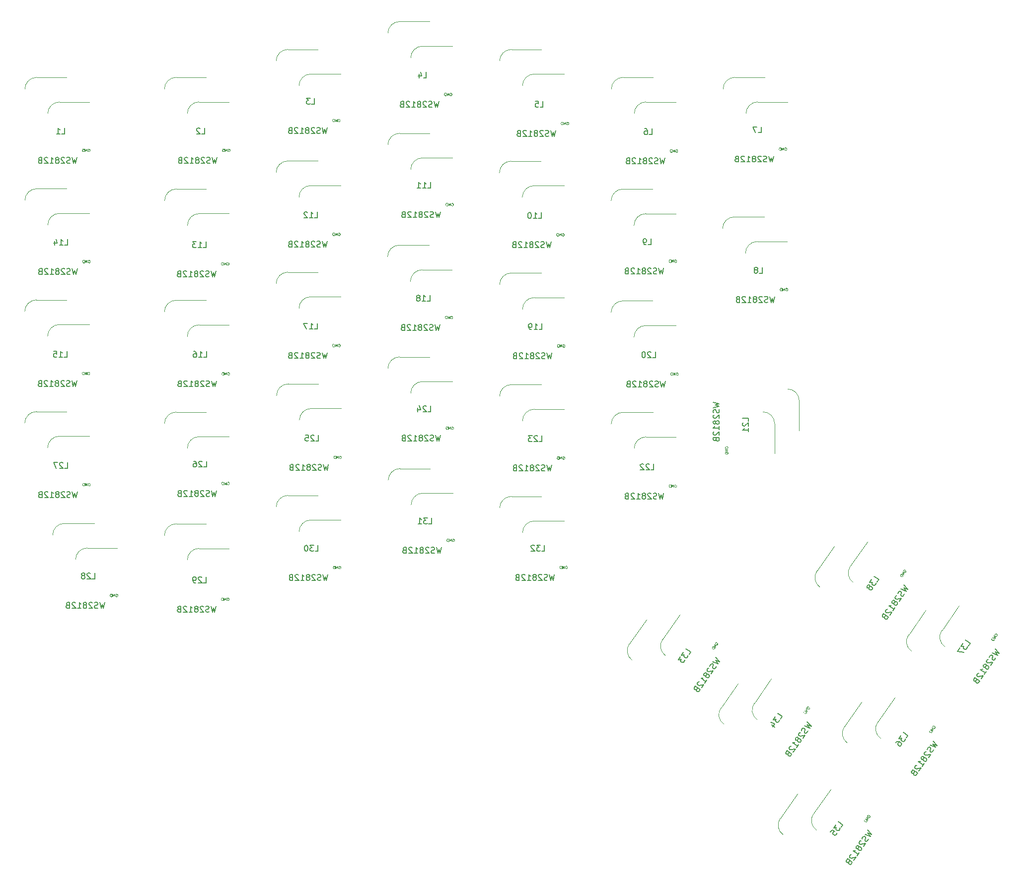
<source format=gbr>
%TF.GenerationSoftware,KiCad,Pcbnew,9.0.1*%
%TF.CreationDate,2025-07-25T21:26:32-04:00*%
%TF.ProjectId,splitboard left,73706c69-7462-46f6-9172-64206c656674,rev?*%
%TF.SameCoordinates,Original*%
%TF.FileFunction,Legend,Bot*%
%TF.FilePolarity,Positive*%
%FSLAX46Y46*%
G04 Gerber Fmt 4.6, Leading zero omitted, Abs format (unit mm)*
G04 Created by KiCad (PCBNEW 9.0.1) date 2025-07-25 21:26:32*
%MOMM*%
%LPD*%
G01*
G04 APERTURE LIST*
%ADD10C,0.150000*%
%ADD11C,0.120000*%
%ADD12C,0.000000*%
G04 APERTURE END LIST*
D10*
X112255357Y-94453569D02*
X112731547Y-94453569D01*
X112731547Y-94453569D02*
X112731547Y-93453569D01*
X111969642Y-93548807D02*
X111922023Y-93501188D01*
X111922023Y-93501188D02*
X111826785Y-93453569D01*
X111826785Y-93453569D02*
X111588690Y-93453569D01*
X111588690Y-93453569D02*
X111493452Y-93501188D01*
X111493452Y-93501188D02*
X111445833Y-93548807D01*
X111445833Y-93548807D02*
X111398214Y-93644045D01*
X111398214Y-93644045D02*
X111398214Y-93739283D01*
X111398214Y-93739283D02*
X111445833Y-93882140D01*
X111445833Y-93882140D02*
X112017261Y-94453569D01*
X112017261Y-94453569D02*
X111398214Y-94453569D01*
X110541071Y-93786902D02*
X110541071Y-94453569D01*
X110779166Y-93405950D02*
X111017261Y-94120235D01*
X111017261Y-94120235D02*
X110398214Y-94120235D01*
X114422023Y-98453569D02*
X114183928Y-99453569D01*
X114183928Y-99453569D02*
X113993452Y-98739283D01*
X113993452Y-98739283D02*
X113802976Y-99453569D01*
X113802976Y-99453569D02*
X113564881Y-98453569D01*
X113231547Y-99405950D02*
X113088690Y-99453569D01*
X113088690Y-99453569D02*
X112850595Y-99453569D01*
X112850595Y-99453569D02*
X112755357Y-99405950D01*
X112755357Y-99405950D02*
X112707738Y-99358330D01*
X112707738Y-99358330D02*
X112660119Y-99263092D01*
X112660119Y-99263092D02*
X112660119Y-99167854D01*
X112660119Y-99167854D02*
X112707738Y-99072616D01*
X112707738Y-99072616D02*
X112755357Y-99024997D01*
X112755357Y-99024997D02*
X112850595Y-98977378D01*
X112850595Y-98977378D02*
X113041071Y-98929759D01*
X113041071Y-98929759D02*
X113136309Y-98882140D01*
X113136309Y-98882140D02*
X113183928Y-98834521D01*
X113183928Y-98834521D02*
X113231547Y-98739283D01*
X113231547Y-98739283D02*
X113231547Y-98644045D01*
X113231547Y-98644045D02*
X113183928Y-98548807D01*
X113183928Y-98548807D02*
X113136309Y-98501188D01*
X113136309Y-98501188D02*
X113041071Y-98453569D01*
X113041071Y-98453569D02*
X112802976Y-98453569D01*
X112802976Y-98453569D02*
X112660119Y-98501188D01*
X112279166Y-98548807D02*
X112231547Y-98501188D01*
X112231547Y-98501188D02*
X112136309Y-98453569D01*
X112136309Y-98453569D02*
X111898214Y-98453569D01*
X111898214Y-98453569D02*
X111802976Y-98501188D01*
X111802976Y-98501188D02*
X111755357Y-98548807D01*
X111755357Y-98548807D02*
X111707738Y-98644045D01*
X111707738Y-98644045D02*
X111707738Y-98739283D01*
X111707738Y-98739283D02*
X111755357Y-98882140D01*
X111755357Y-98882140D02*
X112326785Y-99453569D01*
X112326785Y-99453569D02*
X111707738Y-99453569D01*
X111136309Y-98882140D02*
X111231547Y-98834521D01*
X111231547Y-98834521D02*
X111279166Y-98786902D01*
X111279166Y-98786902D02*
X111326785Y-98691664D01*
X111326785Y-98691664D02*
X111326785Y-98644045D01*
X111326785Y-98644045D02*
X111279166Y-98548807D01*
X111279166Y-98548807D02*
X111231547Y-98501188D01*
X111231547Y-98501188D02*
X111136309Y-98453569D01*
X111136309Y-98453569D02*
X110945833Y-98453569D01*
X110945833Y-98453569D02*
X110850595Y-98501188D01*
X110850595Y-98501188D02*
X110802976Y-98548807D01*
X110802976Y-98548807D02*
X110755357Y-98644045D01*
X110755357Y-98644045D02*
X110755357Y-98691664D01*
X110755357Y-98691664D02*
X110802976Y-98786902D01*
X110802976Y-98786902D02*
X110850595Y-98834521D01*
X110850595Y-98834521D02*
X110945833Y-98882140D01*
X110945833Y-98882140D02*
X111136309Y-98882140D01*
X111136309Y-98882140D02*
X111231547Y-98929759D01*
X111231547Y-98929759D02*
X111279166Y-98977378D01*
X111279166Y-98977378D02*
X111326785Y-99072616D01*
X111326785Y-99072616D02*
X111326785Y-99263092D01*
X111326785Y-99263092D02*
X111279166Y-99358330D01*
X111279166Y-99358330D02*
X111231547Y-99405950D01*
X111231547Y-99405950D02*
X111136309Y-99453569D01*
X111136309Y-99453569D02*
X110945833Y-99453569D01*
X110945833Y-99453569D02*
X110850595Y-99405950D01*
X110850595Y-99405950D02*
X110802976Y-99358330D01*
X110802976Y-99358330D02*
X110755357Y-99263092D01*
X110755357Y-99263092D02*
X110755357Y-99072616D01*
X110755357Y-99072616D02*
X110802976Y-98977378D01*
X110802976Y-98977378D02*
X110850595Y-98929759D01*
X110850595Y-98929759D02*
X110945833Y-98882140D01*
X109802976Y-99453569D02*
X110374404Y-99453569D01*
X110088690Y-99453569D02*
X110088690Y-98453569D01*
X110088690Y-98453569D02*
X110183928Y-98596426D01*
X110183928Y-98596426D02*
X110279166Y-98691664D01*
X110279166Y-98691664D02*
X110374404Y-98739283D01*
X109422023Y-98548807D02*
X109374404Y-98501188D01*
X109374404Y-98501188D02*
X109279166Y-98453569D01*
X109279166Y-98453569D02*
X109041071Y-98453569D01*
X109041071Y-98453569D02*
X108945833Y-98501188D01*
X108945833Y-98501188D02*
X108898214Y-98548807D01*
X108898214Y-98548807D02*
X108850595Y-98644045D01*
X108850595Y-98644045D02*
X108850595Y-98739283D01*
X108850595Y-98739283D02*
X108898214Y-98882140D01*
X108898214Y-98882140D02*
X109469642Y-99453569D01*
X109469642Y-99453569D02*
X108850595Y-99453569D01*
X108088690Y-98929759D02*
X107945833Y-98977378D01*
X107945833Y-98977378D02*
X107898214Y-99024997D01*
X107898214Y-99024997D02*
X107850595Y-99120235D01*
X107850595Y-99120235D02*
X107850595Y-99263092D01*
X107850595Y-99263092D02*
X107898214Y-99358330D01*
X107898214Y-99358330D02*
X107945833Y-99405950D01*
X107945833Y-99405950D02*
X108041071Y-99453569D01*
X108041071Y-99453569D02*
X108422023Y-99453569D01*
X108422023Y-99453569D02*
X108422023Y-98453569D01*
X108422023Y-98453569D02*
X108088690Y-98453569D01*
X108088690Y-98453569D02*
X107993452Y-98501188D01*
X107993452Y-98501188D02*
X107945833Y-98548807D01*
X107945833Y-98548807D02*
X107898214Y-98644045D01*
X107898214Y-98644045D02*
X107898214Y-98739283D01*
X107898214Y-98739283D02*
X107945833Y-98834521D01*
X107945833Y-98834521D02*
X107993452Y-98882140D01*
X107993452Y-98882140D02*
X108088690Y-98929759D01*
X108088690Y-98929759D02*
X108422023Y-98929759D01*
X92429166Y-41953569D02*
X92905356Y-41953569D01*
X92905356Y-41953569D02*
X92905356Y-40953569D01*
X92191070Y-40953569D02*
X91572023Y-40953569D01*
X91572023Y-40953569D02*
X91905356Y-41334521D01*
X91905356Y-41334521D02*
X91762499Y-41334521D01*
X91762499Y-41334521D02*
X91667261Y-41382140D01*
X91667261Y-41382140D02*
X91619642Y-41429759D01*
X91619642Y-41429759D02*
X91572023Y-41524997D01*
X91572023Y-41524997D02*
X91572023Y-41763092D01*
X91572023Y-41763092D02*
X91619642Y-41858330D01*
X91619642Y-41858330D02*
X91667261Y-41905950D01*
X91667261Y-41905950D02*
X91762499Y-41953569D01*
X91762499Y-41953569D02*
X92048213Y-41953569D01*
X92048213Y-41953569D02*
X92143451Y-41905950D01*
X92143451Y-41905950D02*
X92191070Y-41858330D01*
X95072023Y-45953569D02*
X94833928Y-46953569D01*
X94833928Y-46953569D02*
X94643452Y-46239283D01*
X94643452Y-46239283D02*
X94452976Y-46953569D01*
X94452976Y-46953569D02*
X94214881Y-45953569D01*
X93881547Y-46905950D02*
X93738690Y-46953569D01*
X93738690Y-46953569D02*
X93500595Y-46953569D01*
X93500595Y-46953569D02*
X93405357Y-46905950D01*
X93405357Y-46905950D02*
X93357738Y-46858330D01*
X93357738Y-46858330D02*
X93310119Y-46763092D01*
X93310119Y-46763092D02*
X93310119Y-46667854D01*
X93310119Y-46667854D02*
X93357738Y-46572616D01*
X93357738Y-46572616D02*
X93405357Y-46524997D01*
X93405357Y-46524997D02*
X93500595Y-46477378D01*
X93500595Y-46477378D02*
X93691071Y-46429759D01*
X93691071Y-46429759D02*
X93786309Y-46382140D01*
X93786309Y-46382140D02*
X93833928Y-46334521D01*
X93833928Y-46334521D02*
X93881547Y-46239283D01*
X93881547Y-46239283D02*
X93881547Y-46144045D01*
X93881547Y-46144045D02*
X93833928Y-46048807D01*
X93833928Y-46048807D02*
X93786309Y-46001188D01*
X93786309Y-46001188D02*
X93691071Y-45953569D01*
X93691071Y-45953569D02*
X93452976Y-45953569D01*
X93452976Y-45953569D02*
X93310119Y-46001188D01*
X92929166Y-46048807D02*
X92881547Y-46001188D01*
X92881547Y-46001188D02*
X92786309Y-45953569D01*
X92786309Y-45953569D02*
X92548214Y-45953569D01*
X92548214Y-45953569D02*
X92452976Y-46001188D01*
X92452976Y-46001188D02*
X92405357Y-46048807D01*
X92405357Y-46048807D02*
X92357738Y-46144045D01*
X92357738Y-46144045D02*
X92357738Y-46239283D01*
X92357738Y-46239283D02*
X92405357Y-46382140D01*
X92405357Y-46382140D02*
X92976785Y-46953569D01*
X92976785Y-46953569D02*
X92357738Y-46953569D01*
X91786309Y-46382140D02*
X91881547Y-46334521D01*
X91881547Y-46334521D02*
X91929166Y-46286902D01*
X91929166Y-46286902D02*
X91976785Y-46191664D01*
X91976785Y-46191664D02*
X91976785Y-46144045D01*
X91976785Y-46144045D02*
X91929166Y-46048807D01*
X91929166Y-46048807D02*
X91881547Y-46001188D01*
X91881547Y-46001188D02*
X91786309Y-45953569D01*
X91786309Y-45953569D02*
X91595833Y-45953569D01*
X91595833Y-45953569D02*
X91500595Y-46001188D01*
X91500595Y-46001188D02*
X91452976Y-46048807D01*
X91452976Y-46048807D02*
X91405357Y-46144045D01*
X91405357Y-46144045D02*
X91405357Y-46191664D01*
X91405357Y-46191664D02*
X91452976Y-46286902D01*
X91452976Y-46286902D02*
X91500595Y-46334521D01*
X91500595Y-46334521D02*
X91595833Y-46382140D01*
X91595833Y-46382140D02*
X91786309Y-46382140D01*
X91786309Y-46382140D02*
X91881547Y-46429759D01*
X91881547Y-46429759D02*
X91929166Y-46477378D01*
X91929166Y-46477378D02*
X91976785Y-46572616D01*
X91976785Y-46572616D02*
X91976785Y-46763092D01*
X91976785Y-46763092D02*
X91929166Y-46858330D01*
X91929166Y-46858330D02*
X91881547Y-46905950D01*
X91881547Y-46905950D02*
X91786309Y-46953569D01*
X91786309Y-46953569D02*
X91595833Y-46953569D01*
X91595833Y-46953569D02*
X91500595Y-46905950D01*
X91500595Y-46905950D02*
X91452976Y-46858330D01*
X91452976Y-46858330D02*
X91405357Y-46763092D01*
X91405357Y-46763092D02*
X91405357Y-46572616D01*
X91405357Y-46572616D02*
X91452976Y-46477378D01*
X91452976Y-46477378D02*
X91500595Y-46429759D01*
X91500595Y-46429759D02*
X91595833Y-46382140D01*
X90452976Y-46953569D02*
X91024404Y-46953569D01*
X90738690Y-46953569D02*
X90738690Y-45953569D01*
X90738690Y-45953569D02*
X90833928Y-46096426D01*
X90833928Y-46096426D02*
X90929166Y-46191664D01*
X90929166Y-46191664D02*
X91024404Y-46239283D01*
X90072023Y-46048807D02*
X90024404Y-46001188D01*
X90024404Y-46001188D02*
X89929166Y-45953569D01*
X89929166Y-45953569D02*
X89691071Y-45953569D01*
X89691071Y-45953569D02*
X89595833Y-46001188D01*
X89595833Y-46001188D02*
X89548214Y-46048807D01*
X89548214Y-46048807D02*
X89500595Y-46144045D01*
X89500595Y-46144045D02*
X89500595Y-46239283D01*
X89500595Y-46239283D02*
X89548214Y-46382140D01*
X89548214Y-46382140D02*
X90119642Y-46953569D01*
X90119642Y-46953569D02*
X89500595Y-46953569D01*
X88738690Y-46429759D02*
X88595833Y-46477378D01*
X88595833Y-46477378D02*
X88548214Y-46524997D01*
X88548214Y-46524997D02*
X88500595Y-46620235D01*
X88500595Y-46620235D02*
X88500595Y-46763092D01*
X88500595Y-46763092D02*
X88548214Y-46858330D01*
X88548214Y-46858330D02*
X88595833Y-46905950D01*
X88595833Y-46905950D02*
X88691071Y-46953569D01*
X88691071Y-46953569D02*
X89072023Y-46953569D01*
X89072023Y-46953569D02*
X89072023Y-45953569D01*
X89072023Y-45953569D02*
X88738690Y-45953569D01*
X88738690Y-45953569D02*
X88643452Y-46001188D01*
X88643452Y-46001188D02*
X88595833Y-46048807D01*
X88595833Y-46048807D02*
X88548214Y-46144045D01*
X88548214Y-46144045D02*
X88548214Y-46239283D01*
X88548214Y-46239283D02*
X88595833Y-46334521D01*
X88595833Y-46334521D02*
X88643452Y-46382140D01*
X88643452Y-46382140D02*
X88738690Y-46429759D01*
X88738690Y-46429759D02*
X89072023Y-46429759D01*
X131215357Y-99553569D02*
X131691547Y-99553569D01*
X131691547Y-99553569D02*
X131691547Y-98553569D01*
X130929642Y-98648807D02*
X130882023Y-98601188D01*
X130882023Y-98601188D02*
X130786785Y-98553569D01*
X130786785Y-98553569D02*
X130548690Y-98553569D01*
X130548690Y-98553569D02*
X130453452Y-98601188D01*
X130453452Y-98601188D02*
X130405833Y-98648807D01*
X130405833Y-98648807D02*
X130358214Y-98744045D01*
X130358214Y-98744045D02*
X130358214Y-98839283D01*
X130358214Y-98839283D02*
X130405833Y-98982140D01*
X130405833Y-98982140D02*
X130977261Y-99553569D01*
X130977261Y-99553569D02*
X130358214Y-99553569D01*
X130024880Y-98553569D02*
X129405833Y-98553569D01*
X129405833Y-98553569D02*
X129739166Y-98934521D01*
X129739166Y-98934521D02*
X129596309Y-98934521D01*
X129596309Y-98934521D02*
X129501071Y-98982140D01*
X129501071Y-98982140D02*
X129453452Y-99029759D01*
X129453452Y-99029759D02*
X129405833Y-99124997D01*
X129405833Y-99124997D02*
X129405833Y-99363092D01*
X129405833Y-99363092D02*
X129453452Y-99458330D01*
X129453452Y-99458330D02*
X129501071Y-99505950D01*
X129501071Y-99505950D02*
X129596309Y-99553569D01*
X129596309Y-99553569D02*
X129882023Y-99553569D01*
X129882023Y-99553569D02*
X129977261Y-99505950D01*
X129977261Y-99505950D02*
X130024880Y-99458330D01*
X133382023Y-103553569D02*
X133143928Y-104553569D01*
X133143928Y-104553569D02*
X132953452Y-103839283D01*
X132953452Y-103839283D02*
X132762976Y-104553569D01*
X132762976Y-104553569D02*
X132524881Y-103553569D01*
X132191547Y-104505950D02*
X132048690Y-104553569D01*
X132048690Y-104553569D02*
X131810595Y-104553569D01*
X131810595Y-104553569D02*
X131715357Y-104505950D01*
X131715357Y-104505950D02*
X131667738Y-104458330D01*
X131667738Y-104458330D02*
X131620119Y-104363092D01*
X131620119Y-104363092D02*
X131620119Y-104267854D01*
X131620119Y-104267854D02*
X131667738Y-104172616D01*
X131667738Y-104172616D02*
X131715357Y-104124997D01*
X131715357Y-104124997D02*
X131810595Y-104077378D01*
X131810595Y-104077378D02*
X132001071Y-104029759D01*
X132001071Y-104029759D02*
X132096309Y-103982140D01*
X132096309Y-103982140D02*
X132143928Y-103934521D01*
X132143928Y-103934521D02*
X132191547Y-103839283D01*
X132191547Y-103839283D02*
X132191547Y-103744045D01*
X132191547Y-103744045D02*
X132143928Y-103648807D01*
X132143928Y-103648807D02*
X132096309Y-103601188D01*
X132096309Y-103601188D02*
X132001071Y-103553569D01*
X132001071Y-103553569D02*
X131762976Y-103553569D01*
X131762976Y-103553569D02*
X131620119Y-103601188D01*
X131239166Y-103648807D02*
X131191547Y-103601188D01*
X131191547Y-103601188D02*
X131096309Y-103553569D01*
X131096309Y-103553569D02*
X130858214Y-103553569D01*
X130858214Y-103553569D02*
X130762976Y-103601188D01*
X130762976Y-103601188D02*
X130715357Y-103648807D01*
X130715357Y-103648807D02*
X130667738Y-103744045D01*
X130667738Y-103744045D02*
X130667738Y-103839283D01*
X130667738Y-103839283D02*
X130715357Y-103982140D01*
X130715357Y-103982140D02*
X131286785Y-104553569D01*
X131286785Y-104553569D02*
X130667738Y-104553569D01*
X130096309Y-103982140D02*
X130191547Y-103934521D01*
X130191547Y-103934521D02*
X130239166Y-103886902D01*
X130239166Y-103886902D02*
X130286785Y-103791664D01*
X130286785Y-103791664D02*
X130286785Y-103744045D01*
X130286785Y-103744045D02*
X130239166Y-103648807D01*
X130239166Y-103648807D02*
X130191547Y-103601188D01*
X130191547Y-103601188D02*
X130096309Y-103553569D01*
X130096309Y-103553569D02*
X129905833Y-103553569D01*
X129905833Y-103553569D02*
X129810595Y-103601188D01*
X129810595Y-103601188D02*
X129762976Y-103648807D01*
X129762976Y-103648807D02*
X129715357Y-103744045D01*
X129715357Y-103744045D02*
X129715357Y-103791664D01*
X129715357Y-103791664D02*
X129762976Y-103886902D01*
X129762976Y-103886902D02*
X129810595Y-103934521D01*
X129810595Y-103934521D02*
X129905833Y-103982140D01*
X129905833Y-103982140D02*
X130096309Y-103982140D01*
X130096309Y-103982140D02*
X130191547Y-104029759D01*
X130191547Y-104029759D02*
X130239166Y-104077378D01*
X130239166Y-104077378D02*
X130286785Y-104172616D01*
X130286785Y-104172616D02*
X130286785Y-104363092D01*
X130286785Y-104363092D02*
X130239166Y-104458330D01*
X130239166Y-104458330D02*
X130191547Y-104505950D01*
X130191547Y-104505950D02*
X130096309Y-104553569D01*
X130096309Y-104553569D02*
X129905833Y-104553569D01*
X129905833Y-104553569D02*
X129810595Y-104505950D01*
X129810595Y-104505950D02*
X129762976Y-104458330D01*
X129762976Y-104458330D02*
X129715357Y-104363092D01*
X129715357Y-104363092D02*
X129715357Y-104172616D01*
X129715357Y-104172616D02*
X129762976Y-104077378D01*
X129762976Y-104077378D02*
X129810595Y-104029759D01*
X129810595Y-104029759D02*
X129905833Y-103982140D01*
X128762976Y-104553569D02*
X129334404Y-104553569D01*
X129048690Y-104553569D02*
X129048690Y-103553569D01*
X129048690Y-103553569D02*
X129143928Y-103696426D01*
X129143928Y-103696426D02*
X129239166Y-103791664D01*
X129239166Y-103791664D02*
X129334404Y-103839283D01*
X128382023Y-103648807D02*
X128334404Y-103601188D01*
X128334404Y-103601188D02*
X128239166Y-103553569D01*
X128239166Y-103553569D02*
X128001071Y-103553569D01*
X128001071Y-103553569D02*
X127905833Y-103601188D01*
X127905833Y-103601188D02*
X127858214Y-103648807D01*
X127858214Y-103648807D02*
X127810595Y-103744045D01*
X127810595Y-103744045D02*
X127810595Y-103839283D01*
X127810595Y-103839283D02*
X127858214Y-103982140D01*
X127858214Y-103982140D02*
X128429642Y-104553569D01*
X128429642Y-104553569D02*
X127810595Y-104553569D01*
X127048690Y-104029759D02*
X126905833Y-104077378D01*
X126905833Y-104077378D02*
X126858214Y-104124997D01*
X126858214Y-104124997D02*
X126810595Y-104220235D01*
X126810595Y-104220235D02*
X126810595Y-104363092D01*
X126810595Y-104363092D02*
X126858214Y-104458330D01*
X126858214Y-104458330D02*
X126905833Y-104505950D01*
X126905833Y-104505950D02*
X127001071Y-104553569D01*
X127001071Y-104553569D02*
X127382023Y-104553569D01*
X127382023Y-104553569D02*
X127382023Y-103553569D01*
X127382023Y-103553569D02*
X127048690Y-103553569D01*
X127048690Y-103553569D02*
X126953452Y-103601188D01*
X126953452Y-103601188D02*
X126905833Y-103648807D01*
X126905833Y-103648807D02*
X126858214Y-103744045D01*
X126858214Y-103744045D02*
X126858214Y-103839283D01*
X126858214Y-103839283D02*
X126905833Y-103934521D01*
X126905833Y-103934521D02*
X126953452Y-103982140D01*
X126953452Y-103982140D02*
X127048690Y-104029759D01*
X127048690Y-104029759D02*
X127382023Y-104029759D01*
X92930357Y-80353569D02*
X93406547Y-80353569D01*
X93406547Y-80353569D02*
X93406547Y-79353569D01*
X92073214Y-80353569D02*
X92644642Y-80353569D01*
X92358928Y-80353569D02*
X92358928Y-79353569D01*
X92358928Y-79353569D02*
X92454166Y-79496426D01*
X92454166Y-79496426D02*
X92549404Y-79591664D01*
X92549404Y-79591664D02*
X92644642Y-79639283D01*
X91739880Y-79353569D02*
X91073214Y-79353569D01*
X91073214Y-79353569D02*
X91501785Y-80353569D01*
X95097023Y-84353569D02*
X94858928Y-85353569D01*
X94858928Y-85353569D02*
X94668452Y-84639283D01*
X94668452Y-84639283D02*
X94477976Y-85353569D01*
X94477976Y-85353569D02*
X94239881Y-84353569D01*
X93906547Y-85305950D02*
X93763690Y-85353569D01*
X93763690Y-85353569D02*
X93525595Y-85353569D01*
X93525595Y-85353569D02*
X93430357Y-85305950D01*
X93430357Y-85305950D02*
X93382738Y-85258330D01*
X93382738Y-85258330D02*
X93335119Y-85163092D01*
X93335119Y-85163092D02*
X93335119Y-85067854D01*
X93335119Y-85067854D02*
X93382738Y-84972616D01*
X93382738Y-84972616D02*
X93430357Y-84924997D01*
X93430357Y-84924997D02*
X93525595Y-84877378D01*
X93525595Y-84877378D02*
X93716071Y-84829759D01*
X93716071Y-84829759D02*
X93811309Y-84782140D01*
X93811309Y-84782140D02*
X93858928Y-84734521D01*
X93858928Y-84734521D02*
X93906547Y-84639283D01*
X93906547Y-84639283D02*
X93906547Y-84544045D01*
X93906547Y-84544045D02*
X93858928Y-84448807D01*
X93858928Y-84448807D02*
X93811309Y-84401188D01*
X93811309Y-84401188D02*
X93716071Y-84353569D01*
X93716071Y-84353569D02*
X93477976Y-84353569D01*
X93477976Y-84353569D02*
X93335119Y-84401188D01*
X92954166Y-84448807D02*
X92906547Y-84401188D01*
X92906547Y-84401188D02*
X92811309Y-84353569D01*
X92811309Y-84353569D02*
X92573214Y-84353569D01*
X92573214Y-84353569D02*
X92477976Y-84401188D01*
X92477976Y-84401188D02*
X92430357Y-84448807D01*
X92430357Y-84448807D02*
X92382738Y-84544045D01*
X92382738Y-84544045D02*
X92382738Y-84639283D01*
X92382738Y-84639283D02*
X92430357Y-84782140D01*
X92430357Y-84782140D02*
X93001785Y-85353569D01*
X93001785Y-85353569D02*
X92382738Y-85353569D01*
X91811309Y-84782140D02*
X91906547Y-84734521D01*
X91906547Y-84734521D02*
X91954166Y-84686902D01*
X91954166Y-84686902D02*
X92001785Y-84591664D01*
X92001785Y-84591664D02*
X92001785Y-84544045D01*
X92001785Y-84544045D02*
X91954166Y-84448807D01*
X91954166Y-84448807D02*
X91906547Y-84401188D01*
X91906547Y-84401188D02*
X91811309Y-84353569D01*
X91811309Y-84353569D02*
X91620833Y-84353569D01*
X91620833Y-84353569D02*
X91525595Y-84401188D01*
X91525595Y-84401188D02*
X91477976Y-84448807D01*
X91477976Y-84448807D02*
X91430357Y-84544045D01*
X91430357Y-84544045D02*
X91430357Y-84591664D01*
X91430357Y-84591664D02*
X91477976Y-84686902D01*
X91477976Y-84686902D02*
X91525595Y-84734521D01*
X91525595Y-84734521D02*
X91620833Y-84782140D01*
X91620833Y-84782140D02*
X91811309Y-84782140D01*
X91811309Y-84782140D02*
X91906547Y-84829759D01*
X91906547Y-84829759D02*
X91954166Y-84877378D01*
X91954166Y-84877378D02*
X92001785Y-84972616D01*
X92001785Y-84972616D02*
X92001785Y-85163092D01*
X92001785Y-85163092D02*
X91954166Y-85258330D01*
X91954166Y-85258330D02*
X91906547Y-85305950D01*
X91906547Y-85305950D02*
X91811309Y-85353569D01*
X91811309Y-85353569D02*
X91620833Y-85353569D01*
X91620833Y-85353569D02*
X91525595Y-85305950D01*
X91525595Y-85305950D02*
X91477976Y-85258330D01*
X91477976Y-85258330D02*
X91430357Y-85163092D01*
X91430357Y-85163092D02*
X91430357Y-84972616D01*
X91430357Y-84972616D02*
X91477976Y-84877378D01*
X91477976Y-84877378D02*
X91525595Y-84829759D01*
X91525595Y-84829759D02*
X91620833Y-84782140D01*
X90477976Y-85353569D02*
X91049404Y-85353569D01*
X90763690Y-85353569D02*
X90763690Y-84353569D01*
X90763690Y-84353569D02*
X90858928Y-84496426D01*
X90858928Y-84496426D02*
X90954166Y-84591664D01*
X90954166Y-84591664D02*
X91049404Y-84639283D01*
X90097023Y-84448807D02*
X90049404Y-84401188D01*
X90049404Y-84401188D02*
X89954166Y-84353569D01*
X89954166Y-84353569D02*
X89716071Y-84353569D01*
X89716071Y-84353569D02*
X89620833Y-84401188D01*
X89620833Y-84401188D02*
X89573214Y-84448807D01*
X89573214Y-84448807D02*
X89525595Y-84544045D01*
X89525595Y-84544045D02*
X89525595Y-84639283D01*
X89525595Y-84639283D02*
X89573214Y-84782140D01*
X89573214Y-84782140D02*
X90144642Y-85353569D01*
X90144642Y-85353569D02*
X89525595Y-85353569D01*
X88763690Y-84829759D02*
X88620833Y-84877378D01*
X88620833Y-84877378D02*
X88573214Y-84924997D01*
X88573214Y-84924997D02*
X88525595Y-85020235D01*
X88525595Y-85020235D02*
X88525595Y-85163092D01*
X88525595Y-85163092D02*
X88573214Y-85258330D01*
X88573214Y-85258330D02*
X88620833Y-85305950D01*
X88620833Y-85305950D02*
X88716071Y-85353569D01*
X88716071Y-85353569D02*
X89097023Y-85353569D01*
X89097023Y-85353569D02*
X89097023Y-84353569D01*
X89097023Y-84353569D02*
X88763690Y-84353569D01*
X88763690Y-84353569D02*
X88668452Y-84401188D01*
X88668452Y-84401188D02*
X88620833Y-84448807D01*
X88620833Y-84448807D02*
X88573214Y-84544045D01*
X88573214Y-84544045D02*
X88573214Y-84639283D01*
X88573214Y-84639283D02*
X88620833Y-84734521D01*
X88620833Y-84734521D02*
X88668452Y-84782140D01*
X88668452Y-84782140D02*
X88763690Y-84829759D01*
X88763690Y-84829759D02*
X89097023Y-84829759D01*
X73972857Y-123649819D02*
X74449047Y-123649819D01*
X74449047Y-123649819D02*
X74449047Y-122649819D01*
X73687142Y-122745057D02*
X73639523Y-122697438D01*
X73639523Y-122697438D02*
X73544285Y-122649819D01*
X73544285Y-122649819D02*
X73306190Y-122649819D01*
X73306190Y-122649819D02*
X73210952Y-122697438D01*
X73210952Y-122697438D02*
X73163333Y-122745057D01*
X73163333Y-122745057D02*
X73115714Y-122840295D01*
X73115714Y-122840295D02*
X73115714Y-122935533D01*
X73115714Y-122935533D02*
X73163333Y-123078390D01*
X73163333Y-123078390D02*
X73734761Y-123649819D01*
X73734761Y-123649819D02*
X73115714Y-123649819D01*
X72639523Y-123649819D02*
X72449047Y-123649819D01*
X72449047Y-123649819D02*
X72353809Y-123602200D01*
X72353809Y-123602200D02*
X72306190Y-123554580D01*
X72306190Y-123554580D02*
X72210952Y-123411723D01*
X72210952Y-123411723D02*
X72163333Y-123221247D01*
X72163333Y-123221247D02*
X72163333Y-122840295D01*
X72163333Y-122840295D02*
X72210952Y-122745057D01*
X72210952Y-122745057D02*
X72258571Y-122697438D01*
X72258571Y-122697438D02*
X72353809Y-122649819D01*
X72353809Y-122649819D02*
X72544285Y-122649819D01*
X72544285Y-122649819D02*
X72639523Y-122697438D01*
X72639523Y-122697438D02*
X72687142Y-122745057D01*
X72687142Y-122745057D02*
X72734761Y-122840295D01*
X72734761Y-122840295D02*
X72734761Y-123078390D01*
X72734761Y-123078390D02*
X72687142Y-123173628D01*
X72687142Y-123173628D02*
X72639523Y-123221247D01*
X72639523Y-123221247D02*
X72544285Y-123268866D01*
X72544285Y-123268866D02*
X72353809Y-123268866D01*
X72353809Y-123268866D02*
X72258571Y-123221247D01*
X72258571Y-123221247D02*
X72210952Y-123173628D01*
X72210952Y-123173628D02*
X72163333Y-123078390D01*
X76139523Y-127649819D02*
X75901428Y-128649819D01*
X75901428Y-128649819D02*
X75710952Y-127935533D01*
X75710952Y-127935533D02*
X75520476Y-128649819D01*
X75520476Y-128649819D02*
X75282381Y-127649819D01*
X74949047Y-128602200D02*
X74806190Y-128649819D01*
X74806190Y-128649819D02*
X74568095Y-128649819D01*
X74568095Y-128649819D02*
X74472857Y-128602200D01*
X74472857Y-128602200D02*
X74425238Y-128554580D01*
X74425238Y-128554580D02*
X74377619Y-128459342D01*
X74377619Y-128459342D02*
X74377619Y-128364104D01*
X74377619Y-128364104D02*
X74425238Y-128268866D01*
X74425238Y-128268866D02*
X74472857Y-128221247D01*
X74472857Y-128221247D02*
X74568095Y-128173628D01*
X74568095Y-128173628D02*
X74758571Y-128126009D01*
X74758571Y-128126009D02*
X74853809Y-128078390D01*
X74853809Y-128078390D02*
X74901428Y-128030771D01*
X74901428Y-128030771D02*
X74949047Y-127935533D01*
X74949047Y-127935533D02*
X74949047Y-127840295D01*
X74949047Y-127840295D02*
X74901428Y-127745057D01*
X74901428Y-127745057D02*
X74853809Y-127697438D01*
X74853809Y-127697438D02*
X74758571Y-127649819D01*
X74758571Y-127649819D02*
X74520476Y-127649819D01*
X74520476Y-127649819D02*
X74377619Y-127697438D01*
X73996666Y-127745057D02*
X73949047Y-127697438D01*
X73949047Y-127697438D02*
X73853809Y-127649819D01*
X73853809Y-127649819D02*
X73615714Y-127649819D01*
X73615714Y-127649819D02*
X73520476Y-127697438D01*
X73520476Y-127697438D02*
X73472857Y-127745057D01*
X73472857Y-127745057D02*
X73425238Y-127840295D01*
X73425238Y-127840295D02*
X73425238Y-127935533D01*
X73425238Y-127935533D02*
X73472857Y-128078390D01*
X73472857Y-128078390D02*
X74044285Y-128649819D01*
X74044285Y-128649819D02*
X73425238Y-128649819D01*
X72853809Y-128078390D02*
X72949047Y-128030771D01*
X72949047Y-128030771D02*
X72996666Y-127983152D01*
X72996666Y-127983152D02*
X73044285Y-127887914D01*
X73044285Y-127887914D02*
X73044285Y-127840295D01*
X73044285Y-127840295D02*
X72996666Y-127745057D01*
X72996666Y-127745057D02*
X72949047Y-127697438D01*
X72949047Y-127697438D02*
X72853809Y-127649819D01*
X72853809Y-127649819D02*
X72663333Y-127649819D01*
X72663333Y-127649819D02*
X72568095Y-127697438D01*
X72568095Y-127697438D02*
X72520476Y-127745057D01*
X72520476Y-127745057D02*
X72472857Y-127840295D01*
X72472857Y-127840295D02*
X72472857Y-127887914D01*
X72472857Y-127887914D02*
X72520476Y-127983152D01*
X72520476Y-127983152D02*
X72568095Y-128030771D01*
X72568095Y-128030771D02*
X72663333Y-128078390D01*
X72663333Y-128078390D02*
X72853809Y-128078390D01*
X72853809Y-128078390D02*
X72949047Y-128126009D01*
X72949047Y-128126009D02*
X72996666Y-128173628D01*
X72996666Y-128173628D02*
X73044285Y-128268866D01*
X73044285Y-128268866D02*
X73044285Y-128459342D01*
X73044285Y-128459342D02*
X72996666Y-128554580D01*
X72996666Y-128554580D02*
X72949047Y-128602200D01*
X72949047Y-128602200D02*
X72853809Y-128649819D01*
X72853809Y-128649819D02*
X72663333Y-128649819D01*
X72663333Y-128649819D02*
X72568095Y-128602200D01*
X72568095Y-128602200D02*
X72520476Y-128554580D01*
X72520476Y-128554580D02*
X72472857Y-128459342D01*
X72472857Y-128459342D02*
X72472857Y-128268866D01*
X72472857Y-128268866D02*
X72520476Y-128173628D01*
X72520476Y-128173628D02*
X72568095Y-128126009D01*
X72568095Y-128126009D02*
X72663333Y-128078390D01*
X71520476Y-128649819D02*
X72091904Y-128649819D01*
X71806190Y-128649819D02*
X71806190Y-127649819D01*
X71806190Y-127649819D02*
X71901428Y-127792676D01*
X71901428Y-127792676D02*
X71996666Y-127887914D01*
X71996666Y-127887914D02*
X72091904Y-127935533D01*
X71139523Y-127745057D02*
X71091904Y-127697438D01*
X71091904Y-127697438D02*
X70996666Y-127649819D01*
X70996666Y-127649819D02*
X70758571Y-127649819D01*
X70758571Y-127649819D02*
X70663333Y-127697438D01*
X70663333Y-127697438D02*
X70615714Y-127745057D01*
X70615714Y-127745057D02*
X70568095Y-127840295D01*
X70568095Y-127840295D02*
X70568095Y-127935533D01*
X70568095Y-127935533D02*
X70615714Y-128078390D01*
X70615714Y-128078390D02*
X71187142Y-128649819D01*
X71187142Y-128649819D02*
X70568095Y-128649819D01*
X69806190Y-128126009D02*
X69663333Y-128173628D01*
X69663333Y-128173628D02*
X69615714Y-128221247D01*
X69615714Y-128221247D02*
X69568095Y-128316485D01*
X69568095Y-128316485D02*
X69568095Y-128459342D01*
X69568095Y-128459342D02*
X69615714Y-128554580D01*
X69615714Y-128554580D02*
X69663333Y-128602200D01*
X69663333Y-128602200D02*
X69758571Y-128649819D01*
X69758571Y-128649819D02*
X70139523Y-128649819D01*
X70139523Y-128649819D02*
X70139523Y-127649819D01*
X70139523Y-127649819D02*
X69806190Y-127649819D01*
X69806190Y-127649819D02*
X69710952Y-127697438D01*
X69710952Y-127697438D02*
X69663333Y-127745057D01*
X69663333Y-127745057D02*
X69615714Y-127840295D01*
X69615714Y-127840295D02*
X69615714Y-127935533D01*
X69615714Y-127935533D02*
X69663333Y-128030771D01*
X69663333Y-128030771D02*
X69710952Y-128078390D01*
X69710952Y-128078390D02*
X69806190Y-128126009D01*
X69806190Y-128126009D02*
X70139523Y-128126009D01*
X50305357Y-104103569D02*
X50781547Y-104103569D01*
X50781547Y-104103569D02*
X50781547Y-103103569D01*
X50019642Y-103198807D02*
X49972023Y-103151188D01*
X49972023Y-103151188D02*
X49876785Y-103103569D01*
X49876785Y-103103569D02*
X49638690Y-103103569D01*
X49638690Y-103103569D02*
X49543452Y-103151188D01*
X49543452Y-103151188D02*
X49495833Y-103198807D01*
X49495833Y-103198807D02*
X49448214Y-103294045D01*
X49448214Y-103294045D02*
X49448214Y-103389283D01*
X49448214Y-103389283D02*
X49495833Y-103532140D01*
X49495833Y-103532140D02*
X50067261Y-104103569D01*
X50067261Y-104103569D02*
X49448214Y-104103569D01*
X49114880Y-103103569D02*
X48448214Y-103103569D01*
X48448214Y-103103569D02*
X48876785Y-104103569D01*
X52472023Y-108103569D02*
X52233928Y-109103569D01*
X52233928Y-109103569D02*
X52043452Y-108389283D01*
X52043452Y-108389283D02*
X51852976Y-109103569D01*
X51852976Y-109103569D02*
X51614881Y-108103569D01*
X51281547Y-109055950D02*
X51138690Y-109103569D01*
X51138690Y-109103569D02*
X50900595Y-109103569D01*
X50900595Y-109103569D02*
X50805357Y-109055950D01*
X50805357Y-109055950D02*
X50757738Y-109008330D01*
X50757738Y-109008330D02*
X50710119Y-108913092D01*
X50710119Y-108913092D02*
X50710119Y-108817854D01*
X50710119Y-108817854D02*
X50757738Y-108722616D01*
X50757738Y-108722616D02*
X50805357Y-108674997D01*
X50805357Y-108674997D02*
X50900595Y-108627378D01*
X50900595Y-108627378D02*
X51091071Y-108579759D01*
X51091071Y-108579759D02*
X51186309Y-108532140D01*
X51186309Y-108532140D02*
X51233928Y-108484521D01*
X51233928Y-108484521D02*
X51281547Y-108389283D01*
X51281547Y-108389283D02*
X51281547Y-108294045D01*
X51281547Y-108294045D02*
X51233928Y-108198807D01*
X51233928Y-108198807D02*
X51186309Y-108151188D01*
X51186309Y-108151188D02*
X51091071Y-108103569D01*
X51091071Y-108103569D02*
X50852976Y-108103569D01*
X50852976Y-108103569D02*
X50710119Y-108151188D01*
X50329166Y-108198807D02*
X50281547Y-108151188D01*
X50281547Y-108151188D02*
X50186309Y-108103569D01*
X50186309Y-108103569D02*
X49948214Y-108103569D01*
X49948214Y-108103569D02*
X49852976Y-108151188D01*
X49852976Y-108151188D02*
X49805357Y-108198807D01*
X49805357Y-108198807D02*
X49757738Y-108294045D01*
X49757738Y-108294045D02*
X49757738Y-108389283D01*
X49757738Y-108389283D02*
X49805357Y-108532140D01*
X49805357Y-108532140D02*
X50376785Y-109103569D01*
X50376785Y-109103569D02*
X49757738Y-109103569D01*
X49186309Y-108532140D02*
X49281547Y-108484521D01*
X49281547Y-108484521D02*
X49329166Y-108436902D01*
X49329166Y-108436902D02*
X49376785Y-108341664D01*
X49376785Y-108341664D02*
X49376785Y-108294045D01*
X49376785Y-108294045D02*
X49329166Y-108198807D01*
X49329166Y-108198807D02*
X49281547Y-108151188D01*
X49281547Y-108151188D02*
X49186309Y-108103569D01*
X49186309Y-108103569D02*
X48995833Y-108103569D01*
X48995833Y-108103569D02*
X48900595Y-108151188D01*
X48900595Y-108151188D02*
X48852976Y-108198807D01*
X48852976Y-108198807D02*
X48805357Y-108294045D01*
X48805357Y-108294045D02*
X48805357Y-108341664D01*
X48805357Y-108341664D02*
X48852976Y-108436902D01*
X48852976Y-108436902D02*
X48900595Y-108484521D01*
X48900595Y-108484521D02*
X48995833Y-108532140D01*
X48995833Y-108532140D02*
X49186309Y-108532140D01*
X49186309Y-108532140D02*
X49281547Y-108579759D01*
X49281547Y-108579759D02*
X49329166Y-108627378D01*
X49329166Y-108627378D02*
X49376785Y-108722616D01*
X49376785Y-108722616D02*
X49376785Y-108913092D01*
X49376785Y-108913092D02*
X49329166Y-109008330D01*
X49329166Y-109008330D02*
X49281547Y-109055950D01*
X49281547Y-109055950D02*
X49186309Y-109103569D01*
X49186309Y-109103569D02*
X48995833Y-109103569D01*
X48995833Y-109103569D02*
X48900595Y-109055950D01*
X48900595Y-109055950D02*
X48852976Y-109008330D01*
X48852976Y-109008330D02*
X48805357Y-108913092D01*
X48805357Y-108913092D02*
X48805357Y-108722616D01*
X48805357Y-108722616D02*
X48852976Y-108627378D01*
X48852976Y-108627378D02*
X48900595Y-108579759D01*
X48900595Y-108579759D02*
X48995833Y-108532140D01*
X47852976Y-109103569D02*
X48424404Y-109103569D01*
X48138690Y-109103569D02*
X48138690Y-108103569D01*
X48138690Y-108103569D02*
X48233928Y-108246426D01*
X48233928Y-108246426D02*
X48329166Y-108341664D01*
X48329166Y-108341664D02*
X48424404Y-108389283D01*
X47472023Y-108198807D02*
X47424404Y-108151188D01*
X47424404Y-108151188D02*
X47329166Y-108103569D01*
X47329166Y-108103569D02*
X47091071Y-108103569D01*
X47091071Y-108103569D02*
X46995833Y-108151188D01*
X46995833Y-108151188D02*
X46948214Y-108198807D01*
X46948214Y-108198807D02*
X46900595Y-108294045D01*
X46900595Y-108294045D02*
X46900595Y-108389283D01*
X46900595Y-108389283D02*
X46948214Y-108532140D01*
X46948214Y-108532140D02*
X47519642Y-109103569D01*
X47519642Y-109103569D02*
X46900595Y-109103569D01*
X46138690Y-108579759D02*
X45995833Y-108627378D01*
X45995833Y-108627378D02*
X45948214Y-108674997D01*
X45948214Y-108674997D02*
X45900595Y-108770235D01*
X45900595Y-108770235D02*
X45900595Y-108913092D01*
X45900595Y-108913092D02*
X45948214Y-109008330D01*
X45948214Y-109008330D02*
X45995833Y-109055950D01*
X45995833Y-109055950D02*
X46091071Y-109103569D01*
X46091071Y-109103569D02*
X46472023Y-109103569D01*
X46472023Y-109103569D02*
X46472023Y-108103569D01*
X46472023Y-108103569D02*
X46138690Y-108103569D01*
X46138690Y-108103569D02*
X46043452Y-108151188D01*
X46043452Y-108151188D02*
X45995833Y-108198807D01*
X45995833Y-108198807D02*
X45948214Y-108294045D01*
X45948214Y-108294045D02*
X45948214Y-108389283D01*
X45948214Y-108389283D02*
X45995833Y-108484521D01*
X45995833Y-108484521D02*
X46043452Y-108532140D01*
X46043452Y-108532140D02*
X46138690Y-108579759D01*
X46138690Y-108579759D02*
X46472023Y-108579759D01*
X188855913Y-123499084D02*
X189129045Y-123109012D01*
X189129045Y-123109012D02*
X188309893Y-122535435D01*
X187900195Y-123120544D02*
X187545124Y-123627638D01*
X187545124Y-123627638D02*
X188048374Y-123573093D01*
X188048374Y-123573093D02*
X187966435Y-123690115D01*
X187966435Y-123690115D02*
X187950816Y-123795442D01*
X187950816Y-123795442D02*
X187962510Y-123861763D01*
X187962510Y-123861763D02*
X188013211Y-123955396D01*
X188013211Y-123955396D02*
X188208247Y-124091962D01*
X188208247Y-124091962D02*
X188313575Y-124107581D01*
X188313575Y-124107581D02*
X188379895Y-124095887D01*
X188379895Y-124095887D02*
X188473529Y-124045186D01*
X188473529Y-124045186D02*
X188637408Y-123811142D01*
X188637408Y-123811142D02*
X188653027Y-123705815D01*
X188653027Y-123705815D02*
X188641333Y-123639494D01*
X187568431Y-124341544D02*
X187584050Y-124236216D01*
X187584050Y-124236216D02*
X187572356Y-124169896D01*
X187572356Y-124169896D02*
X187521655Y-124076262D01*
X187521655Y-124076262D02*
X187482648Y-124048949D01*
X187482648Y-124048949D02*
X187377320Y-124033330D01*
X187377320Y-124033330D02*
X187311000Y-124045024D01*
X187311000Y-124045024D02*
X187217366Y-124095725D01*
X187217366Y-124095725D02*
X187108113Y-124251754D01*
X187108113Y-124251754D02*
X187092494Y-124357082D01*
X187092494Y-124357082D02*
X187104188Y-124423402D01*
X187104188Y-124423402D02*
X187154890Y-124517036D01*
X187154890Y-124517036D02*
X187193897Y-124544349D01*
X187193897Y-124544349D02*
X187299225Y-124559968D01*
X187299225Y-124559968D02*
X187365545Y-124548274D01*
X187365545Y-124548274D02*
X187459179Y-124497573D01*
X187459179Y-124497573D02*
X187568431Y-124341544D01*
X187568431Y-124341544D02*
X187662065Y-124290842D01*
X187662065Y-124290842D02*
X187728385Y-124279148D01*
X187728385Y-124279148D02*
X187833713Y-124294767D01*
X187833713Y-124294767D02*
X187989742Y-124404020D01*
X187989742Y-124404020D02*
X188040443Y-124497653D01*
X188040443Y-124497653D02*
X188052137Y-124563974D01*
X188052137Y-124563974D02*
X188036518Y-124669302D01*
X188036518Y-124669302D02*
X187927266Y-124825330D01*
X187927266Y-124825330D02*
X187833632Y-124876032D01*
X187833632Y-124876032D02*
X187767312Y-124887726D01*
X187767312Y-124887726D02*
X187661984Y-124872107D01*
X187661984Y-124872107D02*
X187505955Y-124762854D01*
X187505955Y-124762854D02*
X187455254Y-124669221D01*
X187455254Y-124669221D02*
X187443560Y-124602900D01*
X187443560Y-124602900D02*
X187459179Y-124497573D01*
X193375270Y-124018560D02*
X194057857Y-124787173D01*
X194057857Y-124787173D02*
X193363495Y-124533504D01*
X193363495Y-124533504D02*
X193839351Y-125099231D01*
X193839351Y-125099231D02*
X192883633Y-124720691D01*
X193472586Y-125540004D02*
X193429654Y-125684339D01*
X193429654Y-125684339D02*
X193293088Y-125879376D01*
X193293088Y-125879376D02*
X193199454Y-125930077D01*
X193199454Y-125930077D02*
X193133134Y-125941771D01*
X193133134Y-125941771D02*
X193027806Y-125926152D01*
X193027806Y-125926152D02*
X192949792Y-125871526D01*
X192949792Y-125871526D02*
X192899091Y-125777892D01*
X192899091Y-125777892D02*
X192887397Y-125711572D01*
X192887397Y-125711572D02*
X192903016Y-125606244D01*
X192903016Y-125606244D02*
X192973261Y-125422902D01*
X192973261Y-125422902D02*
X192988880Y-125317574D01*
X192988880Y-125317574D02*
X192977186Y-125251254D01*
X192977186Y-125251254D02*
X192926485Y-125157620D01*
X192926485Y-125157620D02*
X192848470Y-125102994D01*
X192848470Y-125102994D02*
X192743143Y-125087375D01*
X192743143Y-125087375D02*
X192676822Y-125099069D01*
X192676822Y-125099069D02*
X192583189Y-125149770D01*
X192583189Y-125149770D02*
X192446623Y-125344806D01*
X192446623Y-125344806D02*
X192403691Y-125489141D01*
X192224192Y-125828512D02*
X192157872Y-125840206D01*
X192157872Y-125840206D02*
X192064239Y-125890908D01*
X192064239Y-125890908D02*
X191927673Y-126085944D01*
X191927673Y-126085944D02*
X191912054Y-126191272D01*
X191912054Y-126191272D02*
X191923748Y-126257592D01*
X191923748Y-126257592D02*
X191974449Y-126351226D01*
X191974449Y-126351226D02*
X192052463Y-126405852D01*
X192052463Y-126405852D02*
X192196798Y-126448784D01*
X192196798Y-126448784D02*
X192992643Y-126308455D01*
X192992643Y-126308455D02*
X192637572Y-126815549D01*
X191841727Y-126955878D02*
X191857346Y-126850551D01*
X191857346Y-126850551D02*
X191845652Y-126784230D01*
X191845652Y-126784230D02*
X191794951Y-126690597D01*
X191794951Y-126690597D02*
X191755944Y-126663284D01*
X191755944Y-126663284D02*
X191650616Y-126647664D01*
X191650616Y-126647664D02*
X191584296Y-126659359D01*
X191584296Y-126659359D02*
X191490662Y-126710060D01*
X191490662Y-126710060D02*
X191381409Y-126866089D01*
X191381409Y-126866089D02*
X191365790Y-126971416D01*
X191365790Y-126971416D02*
X191377484Y-127037737D01*
X191377484Y-127037737D02*
X191428186Y-127131370D01*
X191428186Y-127131370D02*
X191467193Y-127158684D01*
X191467193Y-127158684D02*
X191572521Y-127174303D01*
X191572521Y-127174303D02*
X191638841Y-127162609D01*
X191638841Y-127162609D02*
X191732475Y-127111907D01*
X191732475Y-127111907D02*
X191841727Y-126955878D01*
X191841727Y-126955878D02*
X191935361Y-126905177D01*
X191935361Y-126905177D02*
X192001681Y-126893483D01*
X192001681Y-126893483D02*
X192107009Y-126909102D01*
X192107009Y-126909102D02*
X192263038Y-127018355D01*
X192263038Y-127018355D02*
X192313739Y-127111988D01*
X192313739Y-127111988D02*
X192325433Y-127178309D01*
X192325433Y-127178309D02*
X192309814Y-127283636D01*
X192309814Y-127283636D02*
X192200561Y-127439665D01*
X192200561Y-127439665D02*
X192106928Y-127490367D01*
X192106928Y-127490367D02*
X192040607Y-127502061D01*
X192040607Y-127502061D02*
X191935280Y-127486442D01*
X191935280Y-127486442D02*
X191779251Y-127377189D01*
X191779251Y-127377189D02*
X191728550Y-127283555D01*
X191728550Y-127283555D02*
X191716855Y-127217235D01*
X191716855Y-127217235D02*
X191732475Y-127111907D01*
X191545045Y-128375839D02*
X191872803Y-127907752D01*
X191708924Y-128141796D02*
X190889772Y-127568219D01*
X190889772Y-127568219D02*
X191061420Y-127572144D01*
X191061420Y-127572144D02*
X191194061Y-127548756D01*
X191194061Y-127548756D02*
X191287695Y-127498055D01*
X190585403Y-128168947D02*
X190519082Y-128180641D01*
X190519082Y-128180641D02*
X190425449Y-128231342D01*
X190425449Y-128231342D02*
X190288883Y-128426379D01*
X190288883Y-128426379D02*
X190273264Y-128531706D01*
X190273264Y-128531706D02*
X190284958Y-128598027D01*
X190284958Y-128598027D02*
X190335659Y-128691660D01*
X190335659Y-128691660D02*
X190413674Y-128746286D01*
X190413674Y-128746286D02*
X190558008Y-128789219D01*
X190558008Y-128789219D02*
X191353853Y-128648890D01*
X191353853Y-128648890D02*
X190998782Y-129155984D01*
X190132692Y-129479655D02*
X190089760Y-129623990D01*
X190089760Y-129623990D02*
X190101454Y-129690310D01*
X190101454Y-129690310D02*
X190152155Y-129783944D01*
X190152155Y-129783944D02*
X190269177Y-129865883D01*
X190269177Y-129865883D02*
X190374504Y-129881502D01*
X190374504Y-129881502D02*
X190440825Y-129869808D01*
X190440825Y-129869808D02*
X190534458Y-129819107D01*
X190534458Y-129819107D02*
X190752964Y-129507049D01*
X190752964Y-129507049D02*
X189933812Y-128933473D01*
X189933812Y-128933473D02*
X189742619Y-129206523D01*
X189742619Y-129206523D02*
X189727000Y-129311851D01*
X189727000Y-129311851D02*
X189738694Y-129378171D01*
X189738694Y-129378171D02*
X189789396Y-129471805D01*
X189789396Y-129471805D02*
X189867410Y-129526431D01*
X189867410Y-129526431D02*
X189972738Y-129542050D01*
X189972738Y-129542050D02*
X190039058Y-129530356D01*
X190039058Y-129530356D02*
X190132692Y-129479655D01*
X190132692Y-129479655D02*
X190323884Y-129206604D01*
X156780913Y-135874084D02*
X157054045Y-135484012D01*
X157054045Y-135484012D02*
X156234893Y-134910435D01*
X155825195Y-135495544D02*
X155470124Y-136002638D01*
X155470124Y-136002638D02*
X155973374Y-135948093D01*
X155973374Y-135948093D02*
X155891435Y-136065115D01*
X155891435Y-136065115D02*
X155875816Y-136170442D01*
X155875816Y-136170442D02*
X155887510Y-136236763D01*
X155887510Y-136236763D02*
X155938211Y-136330396D01*
X155938211Y-136330396D02*
X156133247Y-136466962D01*
X156133247Y-136466962D02*
X156238575Y-136482581D01*
X156238575Y-136482581D02*
X156304895Y-136470887D01*
X156304895Y-136470887D02*
X156398529Y-136420186D01*
X156398529Y-136420186D02*
X156562408Y-136186142D01*
X156562408Y-136186142D02*
X156578027Y-136080815D01*
X156578027Y-136080815D02*
X156566333Y-136014494D01*
X155278932Y-136275689D02*
X154923861Y-136782783D01*
X154923861Y-136782783D02*
X155427111Y-136728238D01*
X155427111Y-136728238D02*
X155345171Y-136845259D01*
X155345171Y-136845259D02*
X155329552Y-136950587D01*
X155329552Y-136950587D02*
X155341246Y-137016907D01*
X155341246Y-137016907D02*
X155391948Y-137110541D01*
X155391948Y-137110541D02*
X155586984Y-137247107D01*
X155586984Y-137247107D02*
X155692312Y-137262726D01*
X155692312Y-137262726D02*
X155758632Y-137251032D01*
X155758632Y-137251032D02*
X155852266Y-137200330D01*
X155852266Y-137200330D02*
X156016145Y-136966287D01*
X156016145Y-136966287D02*
X156031764Y-136860959D01*
X156031764Y-136860959D02*
X156020070Y-136794639D01*
X161300270Y-136393560D02*
X161982857Y-137162173D01*
X161982857Y-137162173D02*
X161288495Y-136908504D01*
X161288495Y-136908504D02*
X161764351Y-137474231D01*
X161764351Y-137474231D02*
X160808633Y-137095691D01*
X161397586Y-137915004D02*
X161354654Y-138059339D01*
X161354654Y-138059339D02*
X161218088Y-138254376D01*
X161218088Y-138254376D02*
X161124454Y-138305077D01*
X161124454Y-138305077D02*
X161058134Y-138316771D01*
X161058134Y-138316771D02*
X160952806Y-138301152D01*
X160952806Y-138301152D02*
X160874792Y-138246526D01*
X160874792Y-138246526D02*
X160824091Y-138152892D01*
X160824091Y-138152892D02*
X160812397Y-138086572D01*
X160812397Y-138086572D02*
X160828016Y-137981244D01*
X160828016Y-137981244D02*
X160898261Y-137797902D01*
X160898261Y-137797902D02*
X160913880Y-137692574D01*
X160913880Y-137692574D02*
X160902186Y-137626254D01*
X160902186Y-137626254D02*
X160851485Y-137532620D01*
X160851485Y-137532620D02*
X160773470Y-137477994D01*
X160773470Y-137477994D02*
X160668143Y-137462375D01*
X160668143Y-137462375D02*
X160601822Y-137474069D01*
X160601822Y-137474069D02*
X160508189Y-137524770D01*
X160508189Y-137524770D02*
X160371623Y-137719806D01*
X160371623Y-137719806D02*
X160328691Y-137864141D01*
X160149192Y-138203512D02*
X160082872Y-138215206D01*
X160082872Y-138215206D02*
X159989239Y-138265908D01*
X159989239Y-138265908D02*
X159852673Y-138460944D01*
X159852673Y-138460944D02*
X159837054Y-138566272D01*
X159837054Y-138566272D02*
X159848748Y-138632592D01*
X159848748Y-138632592D02*
X159899449Y-138726226D01*
X159899449Y-138726226D02*
X159977463Y-138780852D01*
X159977463Y-138780852D02*
X160121798Y-138823784D01*
X160121798Y-138823784D02*
X160917643Y-138683455D01*
X160917643Y-138683455D02*
X160562572Y-139190549D01*
X159766727Y-139330878D02*
X159782346Y-139225551D01*
X159782346Y-139225551D02*
X159770652Y-139159230D01*
X159770652Y-139159230D02*
X159719951Y-139065597D01*
X159719951Y-139065597D02*
X159680944Y-139038284D01*
X159680944Y-139038284D02*
X159575616Y-139022664D01*
X159575616Y-139022664D02*
X159509296Y-139034359D01*
X159509296Y-139034359D02*
X159415662Y-139085060D01*
X159415662Y-139085060D02*
X159306409Y-139241089D01*
X159306409Y-139241089D02*
X159290790Y-139346416D01*
X159290790Y-139346416D02*
X159302484Y-139412737D01*
X159302484Y-139412737D02*
X159353186Y-139506370D01*
X159353186Y-139506370D02*
X159392193Y-139533684D01*
X159392193Y-139533684D02*
X159497521Y-139549303D01*
X159497521Y-139549303D02*
X159563841Y-139537609D01*
X159563841Y-139537609D02*
X159657475Y-139486907D01*
X159657475Y-139486907D02*
X159766727Y-139330878D01*
X159766727Y-139330878D02*
X159860361Y-139280177D01*
X159860361Y-139280177D02*
X159926681Y-139268483D01*
X159926681Y-139268483D02*
X160032009Y-139284102D01*
X160032009Y-139284102D02*
X160188038Y-139393355D01*
X160188038Y-139393355D02*
X160238739Y-139486988D01*
X160238739Y-139486988D02*
X160250433Y-139553309D01*
X160250433Y-139553309D02*
X160234814Y-139658636D01*
X160234814Y-139658636D02*
X160125561Y-139814665D01*
X160125561Y-139814665D02*
X160031928Y-139865367D01*
X160031928Y-139865367D02*
X159965607Y-139877061D01*
X159965607Y-139877061D02*
X159860280Y-139861442D01*
X159860280Y-139861442D02*
X159704251Y-139752189D01*
X159704251Y-139752189D02*
X159653550Y-139658555D01*
X159653550Y-139658555D02*
X159641855Y-139592235D01*
X159641855Y-139592235D02*
X159657475Y-139486907D01*
X159470045Y-140750839D02*
X159797803Y-140282752D01*
X159633924Y-140516796D02*
X158814772Y-139943219D01*
X158814772Y-139943219D02*
X158986420Y-139947144D01*
X158986420Y-139947144D02*
X159119061Y-139923756D01*
X159119061Y-139923756D02*
X159212695Y-139873055D01*
X158510403Y-140543947D02*
X158444082Y-140555641D01*
X158444082Y-140555641D02*
X158350449Y-140606342D01*
X158350449Y-140606342D02*
X158213883Y-140801379D01*
X158213883Y-140801379D02*
X158198264Y-140906706D01*
X158198264Y-140906706D02*
X158209958Y-140973027D01*
X158209958Y-140973027D02*
X158260659Y-141066660D01*
X158260659Y-141066660D02*
X158338674Y-141121286D01*
X158338674Y-141121286D02*
X158483008Y-141164219D01*
X158483008Y-141164219D02*
X159278853Y-141023890D01*
X159278853Y-141023890D02*
X158923782Y-141530984D01*
X158057692Y-141854655D02*
X158014760Y-141998990D01*
X158014760Y-141998990D02*
X158026454Y-142065310D01*
X158026454Y-142065310D02*
X158077155Y-142158944D01*
X158077155Y-142158944D02*
X158194177Y-142240883D01*
X158194177Y-142240883D02*
X158299504Y-142256502D01*
X158299504Y-142256502D02*
X158365825Y-142244808D01*
X158365825Y-142244808D02*
X158459458Y-142194107D01*
X158459458Y-142194107D02*
X158677964Y-141882049D01*
X158677964Y-141882049D02*
X157858812Y-141308473D01*
X157858812Y-141308473D02*
X157667619Y-141581523D01*
X157667619Y-141581523D02*
X157652000Y-141686851D01*
X157652000Y-141686851D02*
X157663694Y-141753171D01*
X157663694Y-141753171D02*
X157714396Y-141846805D01*
X157714396Y-141846805D02*
X157792410Y-141901431D01*
X157792410Y-141901431D02*
X157897738Y-141917050D01*
X157897738Y-141917050D02*
X157964058Y-141905356D01*
X157964058Y-141905356D02*
X158057692Y-141854655D01*
X158057692Y-141854655D02*
X158248884Y-141581604D01*
X193830913Y-150124084D02*
X194104045Y-149734012D01*
X194104045Y-149734012D02*
X193284893Y-149160435D01*
X192875195Y-149745544D02*
X192520124Y-150252638D01*
X192520124Y-150252638D02*
X193023374Y-150198093D01*
X193023374Y-150198093D02*
X192941435Y-150315115D01*
X192941435Y-150315115D02*
X192925816Y-150420442D01*
X192925816Y-150420442D02*
X192937510Y-150486763D01*
X192937510Y-150486763D02*
X192988211Y-150580396D01*
X192988211Y-150580396D02*
X193183247Y-150716962D01*
X193183247Y-150716962D02*
X193288575Y-150732581D01*
X193288575Y-150732581D02*
X193354895Y-150720887D01*
X193354895Y-150720887D02*
X193448529Y-150670186D01*
X193448529Y-150670186D02*
X193612408Y-150436142D01*
X193612408Y-150436142D02*
X193628027Y-150330815D01*
X193628027Y-150330815D02*
X193616333Y-150264494D01*
X192028487Y-150954769D02*
X192137740Y-150798740D01*
X192137740Y-150798740D02*
X192231373Y-150748038D01*
X192231373Y-150748038D02*
X192297694Y-150736344D01*
X192297694Y-150736344D02*
X192469342Y-150740269D01*
X192469342Y-150740269D02*
X192652684Y-150810515D01*
X192652684Y-150810515D02*
X192964742Y-151029020D01*
X192964742Y-151029020D02*
X193015443Y-151122653D01*
X193015443Y-151122653D02*
X193027137Y-151188974D01*
X193027137Y-151188974D02*
X193011518Y-151294302D01*
X193011518Y-151294302D02*
X192902266Y-151450330D01*
X192902266Y-151450330D02*
X192808632Y-151501032D01*
X192808632Y-151501032D02*
X192742312Y-151512726D01*
X192742312Y-151512726D02*
X192636984Y-151497107D01*
X192636984Y-151497107D02*
X192441948Y-151360541D01*
X192441948Y-151360541D02*
X192391246Y-151266907D01*
X192391246Y-151266907D02*
X192379552Y-151200587D01*
X192379552Y-151200587D02*
X192395171Y-151095259D01*
X192395171Y-151095259D02*
X192504424Y-150939230D01*
X192504424Y-150939230D02*
X192598058Y-150888529D01*
X192598058Y-150888529D02*
X192664378Y-150876835D01*
X192664378Y-150876835D02*
X192769706Y-150892454D01*
X198350270Y-150643560D02*
X199032857Y-151412173D01*
X199032857Y-151412173D02*
X198338495Y-151158504D01*
X198338495Y-151158504D02*
X198814351Y-151724231D01*
X198814351Y-151724231D02*
X197858633Y-151345691D01*
X198447586Y-152165004D02*
X198404654Y-152309339D01*
X198404654Y-152309339D02*
X198268088Y-152504376D01*
X198268088Y-152504376D02*
X198174454Y-152555077D01*
X198174454Y-152555077D02*
X198108134Y-152566771D01*
X198108134Y-152566771D02*
X198002806Y-152551152D01*
X198002806Y-152551152D02*
X197924792Y-152496526D01*
X197924792Y-152496526D02*
X197874091Y-152402892D01*
X197874091Y-152402892D02*
X197862397Y-152336572D01*
X197862397Y-152336572D02*
X197878016Y-152231244D01*
X197878016Y-152231244D02*
X197948261Y-152047902D01*
X197948261Y-152047902D02*
X197963880Y-151942574D01*
X197963880Y-151942574D02*
X197952186Y-151876254D01*
X197952186Y-151876254D02*
X197901485Y-151782620D01*
X197901485Y-151782620D02*
X197823470Y-151727994D01*
X197823470Y-151727994D02*
X197718143Y-151712375D01*
X197718143Y-151712375D02*
X197651822Y-151724069D01*
X197651822Y-151724069D02*
X197558189Y-151774770D01*
X197558189Y-151774770D02*
X197421623Y-151969806D01*
X197421623Y-151969806D02*
X197378691Y-152114141D01*
X197199192Y-152453512D02*
X197132872Y-152465206D01*
X197132872Y-152465206D02*
X197039239Y-152515908D01*
X197039239Y-152515908D02*
X196902673Y-152710944D01*
X196902673Y-152710944D02*
X196887054Y-152816272D01*
X196887054Y-152816272D02*
X196898748Y-152882592D01*
X196898748Y-152882592D02*
X196949449Y-152976226D01*
X196949449Y-152976226D02*
X197027463Y-153030852D01*
X197027463Y-153030852D02*
X197171798Y-153073784D01*
X197171798Y-153073784D02*
X197967643Y-152933455D01*
X197967643Y-152933455D02*
X197612572Y-153440549D01*
X196816727Y-153580878D02*
X196832346Y-153475551D01*
X196832346Y-153475551D02*
X196820652Y-153409230D01*
X196820652Y-153409230D02*
X196769951Y-153315597D01*
X196769951Y-153315597D02*
X196730944Y-153288284D01*
X196730944Y-153288284D02*
X196625616Y-153272664D01*
X196625616Y-153272664D02*
X196559296Y-153284359D01*
X196559296Y-153284359D02*
X196465662Y-153335060D01*
X196465662Y-153335060D02*
X196356409Y-153491089D01*
X196356409Y-153491089D02*
X196340790Y-153596416D01*
X196340790Y-153596416D02*
X196352484Y-153662737D01*
X196352484Y-153662737D02*
X196403186Y-153756370D01*
X196403186Y-153756370D02*
X196442193Y-153783684D01*
X196442193Y-153783684D02*
X196547521Y-153799303D01*
X196547521Y-153799303D02*
X196613841Y-153787609D01*
X196613841Y-153787609D02*
X196707475Y-153736907D01*
X196707475Y-153736907D02*
X196816727Y-153580878D01*
X196816727Y-153580878D02*
X196910361Y-153530177D01*
X196910361Y-153530177D02*
X196976681Y-153518483D01*
X196976681Y-153518483D02*
X197082009Y-153534102D01*
X197082009Y-153534102D02*
X197238038Y-153643355D01*
X197238038Y-153643355D02*
X197288739Y-153736988D01*
X197288739Y-153736988D02*
X197300433Y-153803309D01*
X197300433Y-153803309D02*
X197284814Y-153908636D01*
X197284814Y-153908636D02*
X197175561Y-154064665D01*
X197175561Y-154064665D02*
X197081928Y-154115367D01*
X197081928Y-154115367D02*
X197015607Y-154127061D01*
X197015607Y-154127061D02*
X196910280Y-154111442D01*
X196910280Y-154111442D02*
X196754251Y-154002189D01*
X196754251Y-154002189D02*
X196703550Y-153908555D01*
X196703550Y-153908555D02*
X196691855Y-153842235D01*
X196691855Y-153842235D02*
X196707475Y-153736907D01*
X196520045Y-155000839D02*
X196847803Y-154532752D01*
X196683924Y-154766796D02*
X195864772Y-154193219D01*
X195864772Y-154193219D02*
X196036420Y-154197144D01*
X196036420Y-154197144D02*
X196169061Y-154173756D01*
X196169061Y-154173756D02*
X196262695Y-154123055D01*
X195560403Y-154793947D02*
X195494082Y-154805641D01*
X195494082Y-154805641D02*
X195400449Y-154856342D01*
X195400449Y-154856342D02*
X195263883Y-155051379D01*
X195263883Y-155051379D02*
X195248264Y-155156706D01*
X195248264Y-155156706D02*
X195259958Y-155223027D01*
X195259958Y-155223027D02*
X195310659Y-155316660D01*
X195310659Y-155316660D02*
X195388674Y-155371286D01*
X195388674Y-155371286D02*
X195533008Y-155414219D01*
X195533008Y-155414219D02*
X196328853Y-155273890D01*
X196328853Y-155273890D02*
X195973782Y-155780984D01*
X195107692Y-156104655D02*
X195064760Y-156248990D01*
X195064760Y-156248990D02*
X195076454Y-156315310D01*
X195076454Y-156315310D02*
X195127155Y-156408944D01*
X195127155Y-156408944D02*
X195244177Y-156490883D01*
X195244177Y-156490883D02*
X195349504Y-156506502D01*
X195349504Y-156506502D02*
X195415825Y-156494808D01*
X195415825Y-156494808D02*
X195509458Y-156444107D01*
X195509458Y-156444107D02*
X195727964Y-156132049D01*
X195727964Y-156132049D02*
X194908812Y-155558473D01*
X194908812Y-155558473D02*
X194717619Y-155831523D01*
X194717619Y-155831523D02*
X194702000Y-155936851D01*
X194702000Y-155936851D02*
X194713694Y-156003171D01*
X194713694Y-156003171D02*
X194764396Y-156096805D01*
X194764396Y-156096805D02*
X194842410Y-156151431D01*
X194842410Y-156151431D02*
X194947738Y-156167050D01*
X194947738Y-156167050D02*
X195014058Y-156155356D01*
X195014058Y-156155356D02*
X195107692Y-156104655D01*
X195107692Y-156104655D02*
X195298884Y-155831604D01*
X112230357Y-56303569D02*
X112706547Y-56303569D01*
X112706547Y-56303569D02*
X112706547Y-55303569D01*
X111373214Y-56303569D02*
X111944642Y-56303569D01*
X111658928Y-56303569D02*
X111658928Y-55303569D01*
X111658928Y-55303569D02*
X111754166Y-55446426D01*
X111754166Y-55446426D02*
X111849404Y-55541664D01*
X111849404Y-55541664D02*
X111944642Y-55589283D01*
X110420833Y-56303569D02*
X110992261Y-56303569D01*
X110706547Y-56303569D02*
X110706547Y-55303569D01*
X110706547Y-55303569D02*
X110801785Y-55446426D01*
X110801785Y-55446426D02*
X110897023Y-55541664D01*
X110897023Y-55541664D02*
X110992261Y-55589283D01*
X114397023Y-60303569D02*
X114158928Y-61303569D01*
X114158928Y-61303569D02*
X113968452Y-60589283D01*
X113968452Y-60589283D02*
X113777976Y-61303569D01*
X113777976Y-61303569D02*
X113539881Y-60303569D01*
X113206547Y-61255950D02*
X113063690Y-61303569D01*
X113063690Y-61303569D02*
X112825595Y-61303569D01*
X112825595Y-61303569D02*
X112730357Y-61255950D01*
X112730357Y-61255950D02*
X112682738Y-61208330D01*
X112682738Y-61208330D02*
X112635119Y-61113092D01*
X112635119Y-61113092D02*
X112635119Y-61017854D01*
X112635119Y-61017854D02*
X112682738Y-60922616D01*
X112682738Y-60922616D02*
X112730357Y-60874997D01*
X112730357Y-60874997D02*
X112825595Y-60827378D01*
X112825595Y-60827378D02*
X113016071Y-60779759D01*
X113016071Y-60779759D02*
X113111309Y-60732140D01*
X113111309Y-60732140D02*
X113158928Y-60684521D01*
X113158928Y-60684521D02*
X113206547Y-60589283D01*
X113206547Y-60589283D02*
X113206547Y-60494045D01*
X113206547Y-60494045D02*
X113158928Y-60398807D01*
X113158928Y-60398807D02*
X113111309Y-60351188D01*
X113111309Y-60351188D02*
X113016071Y-60303569D01*
X113016071Y-60303569D02*
X112777976Y-60303569D01*
X112777976Y-60303569D02*
X112635119Y-60351188D01*
X112254166Y-60398807D02*
X112206547Y-60351188D01*
X112206547Y-60351188D02*
X112111309Y-60303569D01*
X112111309Y-60303569D02*
X111873214Y-60303569D01*
X111873214Y-60303569D02*
X111777976Y-60351188D01*
X111777976Y-60351188D02*
X111730357Y-60398807D01*
X111730357Y-60398807D02*
X111682738Y-60494045D01*
X111682738Y-60494045D02*
X111682738Y-60589283D01*
X111682738Y-60589283D02*
X111730357Y-60732140D01*
X111730357Y-60732140D02*
X112301785Y-61303569D01*
X112301785Y-61303569D02*
X111682738Y-61303569D01*
X111111309Y-60732140D02*
X111206547Y-60684521D01*
X111206547Y-60684521D02*
X111254166Y-60636902D01*
X111254166Y-60636902D02*
X111301785Y-60541664D01*
X111301785Y-60541664D02*
X111301785Y-60494045D01*
X111301785Y-60494045D02*
X111254166Y-60398807D01*
X111254166Y-60398807D02*
X111206547Y-60351188D01*
X111206547Y-60351188D02*
X111111309Y-60303569D01*
X111111309Y-60303569D02*
X110920833Y-60303569D01*
X110920833Y-60303569D02*
X110825595Y-60351188D01*
X110825595Y-60351188D02*
X110777976Y-60398807D01*
X110777976Y-60398807D02*
X110730357Y-60494045D01*
X110730357Y-60494045D02*
X110730357Y-60541664D01*
X110730357Y-60541664D02*
X110777976Y-60636902D01*
X110777976Y-60636902D02*
X110825595Y-60684521D01*
X110825595Y-60684521D02*
X110920833Y-60732140D01*
X110920833Y-60732140D02*
X111111309Y-60732140D01*
X111111309Y-60732140D02*
X111206547Y-60779759D01*
X111206547Y-60779759D02*
X111254166Y-60827378D01*
X111254166Y-60827378D02*
X111301785Y-60922616D01*
X111301785Y-60922616D02*
X111301785Y-61113092D01*
X111301785Y-61113092D02*
X111254166Y-61208330D01*
X111254166Y-61208330D02*
X111206547Y-61255950D01*
X111206547Y-61255950D02*
X111111309Y-61303569D01*
X111111309Y-61303569D02*
X110920833Y-61303569D01*
X110920833Y-61303569D02*
X110825595Y-61255950D01*
X110825595Y-61255950D02*
X110777976Y-61208330D01*
X110777976Y-61208330D02*
X110730357Y-61113092D01*
X110730357Y-61113092D02*
X110730357Y-60922616D01*
X110730357Y-60922616D02*
X110777976Y-60827378D01*
X110777976Y-60827378D02*
X110825595Y-60779759D01*
X110825595Y-60779759D02*
X110920833Y-60732140D01*
X109777976Y-61303569D02*
X110349404Y-61303569D01*
X110063690Y-61303569D02*
X110063690Y-60303569D01*
X110063690Y-60303569D02*
X110158928Y-60446426D01*
X110158928Y-60446426D02*
X110254166Y-60541664D01*
X110254166Y-60541664D02*
X110349404Y-60589283D01*
X109397023Y-60398807D02*
X109349404Y-60351188D01*
X109349404Y-60351188D02*
X109254166Y-60303569D01*
X109254166Y-60303569D02*
X109016071Y-60303569D01*
X109016071Y-60303569D02*
X108920833Y-60351188D01*
X108920833Y-60351188D02*
X108873214Y-60398807D01*
X108873214Y-60398807D02*
X108825595Y-60494045D01*
X108825595Y-60494045D02*
X108825595Y-60589283D01*
X108825595Y-60589283D02*
X108873214Y-60732140D01*
X108873214Y-60732140D02*
X109444642Y-61303569D01*
X109444642Y-61303569D02*
X108825595Y-61303569D01*
X108063690Y-60779759D02*
X107920833Y-60827378D01*
X107920833Y-60827378D02*
X107873214Y-60874997D01*
X107873214Y-60874997D02*
X107825595Y-60970235D01*
X107825595Y-60970235D02*
X107825595Y-61113092D01*
X107825595Y-61113092D02*
X107873214Y-61208330D01*
X107873214Y-61208330D02*
X107920833Y-61255950D01*
X107920833Y-61255950D02*
X108016071Y-61303569D01*
X108016071Y-61303569D02*
X108397023Y-61303569D01*
X108397023Y-61303569D02*
X108397023Y-60303569D01*
X108397023Y-60303569D02*
X108063690Y-60303569D01*
X108063690Y-60303569D02*
X107968452Y-60351188D01*
X107968452Y-60351188D02*
X107920833Y-60398807D01*
X107920833Y-60398807D02*
X107873214Y-60494045D01*
X107873214Y-60494045D02*
X107873214Y-60589283D01*
X107873214Y-60589283D02*
X107920833Y-60684521D01*
X107920833Y-60684521D02*
X107968452Y-60732140D01*
X107968452Y-60732140D02*
X108063690Y-60779759D01*
X108063690Y-60779759D02*
X108397023Y-60779759D01*
X131404166Y-42453569D02*
X131880356Y-42453569D01*
X131880356Y-42453569D02*
X131880356Y-41453569D01*
X130594642Y-41453569D02*
X131070832Y-41453569D01*
X131070832Y-41453569D02*
X131118451Y-41929759D01*
X131118451Y-41929759D02*
X131070832Y-41882140D01*
X131070832Y-41882140D02*
X130975594Y-41834521D01*
X130975594Y-41834521D02*
X130737499Y-41834521D01*
X130737499Y-41834521D02*
X130642261Y-41882140D01*
X130642261Y-41882140D02*
X130594642Y-41929759D01*
X130594642Y-41929759D02*
X130547023Y-42024997D01*
X130547023Y-42024997D02*
X130547023Y-42263092D01*
X130547023Y-42263092D02*
X130594642Y-42358330D01*
X130594642Y-42358330D02*
X130642261Y-42405950D01*
X130642261Y-42405950D02*
X130737499Y-42453569D01*
X130737499Y-42453569D02*
X130975594Y-42453569D01*
X130975594Y-42453569D02*
X131070832Y-42405950D01*
X131070832Y-42405950D02*
X131118451Y-42358330D01*
X134047023Y-46453569D02*
X133808928Y-47453569D01*
X133808928Y-47453569D02*
X133618452Y-46739283D01*
X133618452Y-46739283D02*
X133427976Y-47453569D01*
X133427976Y-47453569D02*
X133189881Y-46453569D01*
X132856547Y-47405950D02*
X132713690Y-47453569D01*
X132713690Y-47453569D02*
X132475595Y-47453569D01*
X132475595Y-47453569D02*
X132380357Y-47405950D01*
X132380357Y-47405950D02*
X132332738Y-47358330D01*
X132332738Y-47358330D02*
X132285119Y-47263092D01*
X132285119Y-47263092D02*
X132285119Y-47167854D01*
X132285119Y-47167854D02*
X132332738Y-47072616D01*
X132332738Y-47072616D02*
X132380357Y-47024997D01*
X132380357Y-47024997D02*
X132475595Y-46977378D01*
X132475595Y-46977378D02*
X132666071Y-46929759D01*
X132666071Y-46929759D02*
X132761309Y-46882140D01*
X132761309Y-46882140D02*
X132808928Y-46834521D01*
X132808928Y-46834521D02*
X132856547Y-46739283D01*
X132856547Y-46739283D02*
X132856547Y-46644045D01*
X132856547Y-46644045D02*
X132808928Y-46548807D01*
X132808928Y-46548807D02*
X132761309Y-46501188D01*
X132761309Y-46501188D02*
X132666071Y-46453569D01*
X132666071Y-46453569D02*
X132427976Y-46453569D01*
X132427976Y-46453569D02*
X132285119Y-46501188D01*
X131904166Y-46548807D02*
X131856547Y-46501188D01*
X131856547Y-46501188D02*
X131761309Y-46453569D01*
X131761309Y-46453569D02*
X131523214Y-46453569D01*
X131523214Y-46453569D02*
X131427976Y-46501188D01*
X131427976Y-46501188D02*
X131380357Y-46548807D01*
X131380357Y-46548807D02*
X131332738Y-46644045D01*
X131332738Y-46644045D02*
X131332738Y-46739283D01*
X131332738Y-46739283D02*
X131380357Y-46882140D01*
X131380357Y-46882140D02*
X131951785Y-47453569D01*
X131951785Y-47453569D02*
X131332738Y-47453569D01*
X130761309Y-46882140D02*
X130856547Y-46834521D01*
X130856547Y-46834521D02*
X130904166Y-46786902D01*
X130904166Y-46786902D02*
X130951785Y-46691664D01*
X130951785Y-46691664D02*
X130951785Y-46644045D01*
X130951785Y-46644045D02*
X130904166Y-46548807D01*
X130904166Y-46548807D02*
X130856547Y-46501188D01*
X130856547Y-46501188D02*
X130761309Y-46453569D01*
X130761309Y-46453569D02*
X130570833Y-46453569D01*
X130570833Y-46453569D02*
X130475595Y-46501188D01*
X130475595Y-46501188D02*
X130427976Y-46548807D01*
X130427976Y-46548807D02*
X130380357Y-46644045D01*
X130380357Y-46644045D02*
X130380357Y-46691664D01*
X130380357Y-46691664D02*
X130427976Y-46786902D01*
X130427976Y-46786902D02*
X130475595Y-46834521D01*
X130475595Y-46834521D02*
X130570833Y-46882140D01*
X130570833Y-46882140D02*
X130761309Y-46882140D01*
X130761309Y-46882140D02*
X130856547Y-46929759D01*
X130856547Y-46929759D02*
X130904166Y-46977378D01*
X130904166Y-46977378D02*
X130951785Y-47072616D01*
X130951785Y-47072616D02*
X130951785Y-47263092D01*
X130951785Y-47263092D02*
X130904166Y-47358330D01*
X130904166Y-47358330D02*
X130856547Y-47405950D01*
X130856547Y-47405950D02*
X130761309Y-47453569D01*
X130761309Y-47453569D02*
X130570833Y-47453569D01*
X130570833Y-47453569D02*
X130475595Y-47405950D01*
X130475595Y-47405950D02*
X130427976Y-47358330D01*
X130427976Y-47358330D02*
X130380357Y-47263092D01*
X130380357Y-47263092D02*
X130380357Y-47072616D01*
X130380357Y-47072616D02*
X130427976Y-46977378D01*
X130427976Y-46977378D02*
X130475595Y-46929759D01*
X130475595Y-46929759D02*
X130570833Y-46882140D01*
X129427976Y-47453569D02*
X129999404Y-47453569D01*
X129713690Y-47453569D02*
X129713690Y-46453569D01*
X129713690Y-46453569D02*
X129808928Y-46596426D01*
X129808928Y-46596426D02*
X129904166Y-46691664D01*
X129904166Y-46691664D02*
X129999404Y-46739283D01*
X129047023Y-46548807D02*
X128999404Y-46501188D01*
X128999404Y-46501188D02*
X128904166Y-46453569D01*
X128904166Y-46453569D02*
X128666071Y-46453569D01*
X128666071Y-46453569D02*
X128570833Y-46501188D01*
X128570833Y-46501188D02*
X128523214Y-46548807D01*
X128523214Y-46548807D02*
X128475595Y-46644045D01*
X128475595Y-46644045D02*
X128475595Y-46739283D01*
X128475595Y-46739283D02*
X128523214Y-46882140D01*
X128523214Y-46882140D02*
X129094642Y-47453569D01*
X129094642Y-47453569D02*
X128475595Y-47453569D01*
X127713690Y-46929759D02*
X127570833Y-46977378D01*
X127570833Y-46977378D02*
X127523214Y-47024997D01*
X127523214Y-47024997D02*
X127475595Y-47120235D01*
X127475595Y-47120235D02*
X127475595Y-47263092D01*
X127475595Y-47263092D02*
X127523214Y-47358330D01*
X127523214Y-47358330D02*
X127570833Y-47405950D01*
X127570833Y-47405950D02*
X127666071Y-47453569D01*
X127666071Y-47453569D02*
X128047023Y-47453569D01*
X128047023Y-47453569D02*
X128047023Y-46453569D01*
X128047023Y-46453569D02*
X127713690Y-46453569D01*
X127713690Y-46453569D02*
X127618452Y-46501188D01*
X127618452Y-46501188D02*
X127570833Y-46548807D01*
X127570833Y-46548807D02*
X127523214Y-46644045D01*
X127523214Y-46644045D02*
X127523214Y-46739283D01*
X127523214Y-46739283D02*
X127570833Y-46834521D01*
X127570833Y-46834521D02*
X127618452Y-46882140D01*
X127618452Y-46882140D02*
X127713690Y-46929759D01*
X127713690Y-46929759D02*
X128047023Y-46929759D01*
X131655357Y-118228569D02*
X132131547Y-118228569D01*
X132131547Y-118228569D02*
X132131547Y-117228569D01*
X131417261Y-117228569D02*
X130798214Y-117228569D01*
X130798214Y-117228569D02*
X131131547Y-117609521D01*
X131131547Y-117609521D02*
X130988690Y-117609521D01*
X130988690Y-117609521D02*
X130893452Y-117657140D01*
X130893452Y-117657140D02*
X130845833Y-117704759D01*
X130845833Y-117704759D02*
X130798214Y-117799997D01*
X130798214Y-117799997D02*
X130798214Y-118038092D01*
X130798214Y-118038092D02*
X130845833Y-118133330D01*
X130845833Y-118133330D02*
X130893452Y-118180950D01*
X130893452Y-118180950D02*
X130988690Y-118228569D01*
X130988690Y-118228569D02*
X131274404Y-118228569D01*
X131274404Y-118228569D02*
X131369642Y-118180950D01*
X131369642Y-118180950D02*
X131417261Y-118133330D01*
X130417261Y-117323807D02*
X130369642Y-117276188D01*
X130369642Y-117276188D02*
X130274404Y-117228569D01*
X130274404Y-117228569D02*
X130036309Y-117228569D01*
X130036309Y-117228569D02*
X129941071Y-117276188D01*
X129941071Y-117276188D02*
X129893452Y-117323807D01*
X129893452Y-117323807D02*
X129845833Y-117419045D01*
X129845833Y-117419045D02*
X129845833Y-117514283D01*
X129845833Y-117514283D02*
X129893452Y-117657140D01*
X129893452Y-117657140D02*
X130464880Y-118228569D01*
X130464880Y-118228569D02*
X129845833Y-118228569D01*
X133822023Y-122228569D02*
X133583928Y-123228569D01*
X133583928Y-123228569D02*
X133393452Y-122514283D01*
X133393452Y-122514283D02*
X133202976Y-123228569D01*
X133202976Y-123228569D02*
X132964881Y-122228569D01*
X132631547Y-123180950D02*
X132488690Y-123228569D01*
X132488690Y-123228569D02*
X132250595Y-123228569D01*
X132250595Y-123228569D02*
X132155357Y-123180950D01*
X132155357Y-123180950D02*
X132107738Y-123133330D01*
X132107738Y-123133330D02*
X132060119Y-123038092D01*
X132060119Y-123038092D02*
X132060119Y-122942854D01*
X132060119Y-122942854D02*
X132107738Y-122847616D01*
X132107738Y-122847616D02*
X132155357Y-122799997D01*
X132155357Y-122799997D02*
X132250595Y-122752378D01*
X132250595Y-122752378D02*
X132441071Y-122704759D01*
X132441071Y-122704759D02*
X132536309Y-122657140D01*
X132536309Y-122657140D02*
X132583928Y-122609521D01*
X132583928Y-122609521D02*
X132631547Y-122514283D01*
X132631547Y-122514283D02*
X132631547Y-122419045D01*
X132631547Y-122419045D02*
X132583928Y-122323807D01*
X132583928Y-122323807D02*
X132536309Y-122276188D01*
X132536309Y-122276188D02*
X132441071Y-122228569D01*
X132441071Y-122228569D02*
X132202976Y-122228569D01*
X132202976Y-122228569D02*
X132060119Y-122276188D01*
X131679166Y-122323807D02*
X131631547Y-122276188D01*
X131631547Y-122276188D02*
X131536309Y-122228569D01*
X131536309Y-122228569D02*
X131298214Y-122228569D01*
X131298214Y-122228569D02*
X131202976Y-122276188D01*
X131202976Y-122276188D02*
X131155357Y-122323807D01*
X131155357Y-122323807D02*
X131107738Y-122419045D01*
X131107738Y-122419045D02*
X131107738Y-122514283D01*
X131107738Y-122514283D02*
X131155357Y-122657140D01*
X131155357Y-122657140D02*
X131726785Y-123228569D01*
X131726785Y-123228569D02*
X131107738Y-123228569D01*
X130536309Y-122657140D02*
X130631547Y-122609521D01*
X130631547Y-122609521D02*
X130679166Y-122561902D01*
X130679166Y-122561902D02*
X130726785Y-122466664D01*
X130726785Y-122466664D02*
X130726785Y-122419045D01*
X130726785Y-122419045D02*
X130679166Y-122323807D01*
X130679166Y-122323807D02*
X130631547Y-122276188D01*
X130631547Y-122276188D02*
X130536309Y-122228569D01*
X130536309Y-122228569D02*
X130345833Y-122228569D01*
X130345833Y-122228569D02*
X130250595Y-122276188D01*
X130250595Y-122276188D02*
X130202976Y-122323807D01*
X130202976Y-122323807D02*
X130155357Y-122419045D01*
X130155357Y-122419045D02*
X130155357Y-122466664D01*
X130155357Y-122466664D02*
X130202976Y-122561902D01*
X130202976Y-122561902D02*
X130250595Y-122609521D01*
X130250595Y-122609521D02*
X130345833Y-122657140D01*
X130345833Y-122657140D02*
X130536309Y-122657140D01*
X130536309Y-122657140D02*
X130631547Y-122704759D01*
X130631547Y-122704759D02*
X130679166Y-122752378D01*
X130679166Y-122752378D02*
X130726785Y-122847616D01*
X130726785Y-122847616D02*
X130726785Y-123038092D01*
X130726785Y-123038092D02*
X130679166Y-123133330D01*
X130679166Y-123133330D02*
X130631547Y-123180950D01*
X130631547Y-123180950D02*
X130536309Y-123228569D01*
X130536309Y-123228569D02*
X130345833Y-123228569D01*
X130345833Y-123228569D02*
X130250595Y-123180950D01*
X130250595Y-123180950D02*
X130202976Y-123133330D01*
X130202976Y-123133330D02*
X130155357Y-123038092D01*
X130155357Y-123038092D02*
X130155357Y-122847616D01*
X130155357Y-122847616D02*
X130202976Y-122752378D01*
X130202976Y-122752378D02*
X130250595Y-122704759D01*
X130250595Y-122704759D02*
X130345833Y-122657140D01*
X129202976Y-123228569D02*
X129774404Y-123228569D01*
X129488690Y-123228569D02*
X129488690Y-122228569D01*
X129488690Y-122228569D02*
X129583928Y-122371426D01*
X129583928Y-122371426D02*
X129679166Y-122466664D01*
X129679166Y-122466664D02*
X129774404Y-122514283D01*
X128822023Y-122323807D02*
X128774404Y-122276188D01*
X128774404Y-122276188D02*
X128679166Y-122228569D01*
X128679166Y-122228569D02*
X128441071Y-122228569D01*
X128441071Y-122228569D02*
X128345833Y-122276188D01*
X128345833Y-122276188D02*
X128298214Y-122323807D01*
X128298214Y-122323807D02*
X128250595Y-122419045D01*
X128250595Y-122419045D02*
X128250595Y-122514283D01*
X128250595Y-122514283D02*
X128298214Y-122657140D01*
X128298214Y-122657140D02*
X128869642Y-123228569D01*
X128869642Y-123228569D02*
X128250595Y-123228569D01*
X127488690Y-122704759D02*
X127345833Y-122752378D01*
X127345833Y-122752378D02*
X127298214Y-122799997D01*
X127298214Y-122799997D02*
X127250595Y-122895235D01*
X127250595Y-122895235D02*
X127250595Y-123038092D01*
X127250595Y-123038092D02*
X127298214Y-123133330D01*
X127298214Y-123133330D02*
X127345833Y-123180950D01*
X127345833Y-123180950D02*
X127441071Y-123228569D01*
X127441071Y-123228569D02*
X127822023Y-123228569D01*
X127822023Y-123228569D02*
X127822023Y-122228569D01*
X127822023Y-122228569D02*
X127488690Y-122228569D01*
X127488690Y-122228569D02*
X127393452Y-122276188D01*
X127393452Y-122276188D02*
X127345833Y-122323807D01*
X127345833Y-122323807D02*
X127298214Y-122419045D01*
X127298214Y-122419045D02*
X127298214Y-122514283D01*
X127298214Y-122514283D02*
X127345833Y-122609521D01*
X127345833Y-122609521D02*
X127393452Y-122657140D01*
X127393452Y-122657140D02*
X127488690Y-122704759D01*
X127488690Y-122704759D02*
X127822023Y-122704759D01*
X73679166Y-47053569D02*
X74155356Y-47053569D01*
X74155356Y-47053569D02*
X74155356Y-46053569D01*
X73393451Y-46148807D02*
X73345832Y-46101188D01*
X73345832Y-46101188D02*
X73250594Y-46053569D01*
X73250594Y-46053569D02*
X73012499Y-46053569D01*
X73012499Y-46053569D02*
X72917261Y-46101188D01*
X72917261Y-46101188D02*
X72869642Y-46148807D01*
X72869642Y-46148807D02*
X72822023Y-46244045D01*
X72822023Y-46244045D02*
X72822023Y-46339283D01*
X72822023Y-46339283D02*
X72869642Y-46482140D01*
X72869642Y-46482140D02*
X73441070Y-47053569D01*
X73441070Y-47053569D02*
X72822023Y-47053569D01*
X76322023Y-51053569D02*
X76083928Y-52053569D01*
X76083928Y-52053569D02*
X75893452Y-51339283D01*
X75893452Y-51339283D02*
X75702976Y-52053569D01*
X75702976Y-52053569D02*
X75464881Y-51053569D01*
X75131547Y-52005950D02*
X74988690Y-52053569D01*
X74988690Y-52053569D02*
X74750595Y-52053569D01*
X74750595Y-52053569D02*
X74655357Y-52005950D01*
X74655357Y-52005950D02*
X74607738Y-51958330D01*
X74607738Y-51958330D02*
X74560119Y-51863092D01*
X74560119Y-51863092D02*
X74560119Y-51767854D01*
X74560119Y-51767854D02*
X74607738Y-51672616D01*
X74607738Y-51672616D02*
X74655357Y-51624997D01*
X74655357Y-51624997D02*
X74750595Y-51577378D01*
X74750595Y-51577378D02*
X74941071Y-51529759D01*
X74941071Y-51529759D02*
X75036309Y-51482140D01*
X75036309Y-51482140D02*
X75083928Y-51434521D01*
X75083928Y-51434521D02*
X75131547Y-51339283D01*
X75131547Y-51339283D02*
X75131547Y-51244045D01*
X75131547Y-51244045D02*
X75083928Y-51148807D01*
X75083928Y-51148807D02*
X75036309Y-51101188D01*
X75036309Y-51101188D02*
X74941071Y-51053569D01*
X74941071Y-51053569D02*
X74702976Y-51053569D01*
X74702976Y-51053569D02*
X74560119Y-51101188D01*
X74179166Y-51148807D02*
X74131547Y-51101188D01*
X74131547Y-51101188D02*
X74036309Y-51053569D01*
X74036309Y-51053569D02*
X73798214Y-51053569D01*
X73798214Y-51053569D02*
X73702976Y-51101188D01*
X73702976Y-51101188D02*
X73655357Y-51148807D01*
X73655357Y-51148807D02*
X73607738Y-51244045D01*
X73607738Y-51244045D02*
X73607738Y-51339283D01*
X73607738Y-51339283D02*
X73655357Y-51482140D01*
X73655357Y-51482140D02*
X74226785Y-52053569D01*
X74226785Y-52053569D02*
X73607738Y-52053569D01*
X73036309Y-51482140D02*
X73131547Y-51434521D01*
X73131547Y-51434521D02*
X73179166Y-51386902D01*
X73179166Y-51386902D02*
X73226785Y-51291664D01*
X73226785Y-51291664D02*
X73226785Y-51244045D01*
X73226785Y-51244045D02*
X73179166Y-51148807D01*
X73179166Y-51148807D02*
X73131547Y-51101188D01*
X73131547Y-51101188D02*
X73036309Y-51053569D01*
X73036309Y-51053569D02*
X72845833Y-51053569D01*
X72845833Y-51053569D02*
X72750595Y-51101188D01*
X72750595Y-51101188D02*
X72702976Y-51148807D01*
X72702976Y-51148807D02*
X72655357Y-51244045D01*
X72655357Y-51244045D02*
X72655357Y-51291664D01*
X72655357Y-51291664D02*
X72702976Y-51386902D01*
X72702976Y-51386902D02*
X72750595Y-51434521D01*
X72750595Y-51434521D02*
X72845833Y-51482140D01*
X72845833Y-51482140D02*
X73036309Y-51482140D01*
X73036309Y-51482140D02*
X73131547Y-51529759D01*
X73131547Y-51529759D02*
X73179166Y-51577378D01*
X73179166Y-51577378D02*
X73226785Y-51672616D01*
X73226785Y-51672616D02*
X73226785Y-51863092D01*
X73226785Y-51863092D02*
X73179166Y-51958330D01*
X73179166Y-51958330D02*
X73131547Y-52005950D01*
X73131547Y-52005950D02*
X73036309Y-52053569D01*
X73036309Y-52053569D02*
X72845833Y-52053569D01*
X72845833Y-52053569D02*
X72750595Y-52005950D01*
X72750595Y-52005950D02*
X72702976Y-51958330D01*
X72702976Y-51958330D02*
X72655357Y-51863092D01*
X72655357Y-51863092D02*
X72655357Y-51672616D01*
X72655357Y-51672616D02*
X72702976Y-51577378D01*
X72702976Y-51577378D02*
X72750595Y-51529759D01*
X72750595Y-51529759D02*
X72845833Y-51482140D01*
X71702976Y-52053569D02*
X72274404Y-52053569D01*
X71988690Y-52053569D02*
X71988690Y-51053569D01*
X71988690Y-51053569D02*
X72083928Y-51196426D01*
X72083928Y-51196426D02*
X72179166Y-51291664D01*
X72179166Y-51291664D02*
X72274404Y-51339283D01*
X71322023Y-51148807D02*
X71274404Y-51101188D01*
X71274404Y-51101188D02*
X71179166Y-51053569D01*
X71179166Y-51053569D02*
X70941071Y-51053569D01*
X70941071Y-51053569D02*
X70845833Y-51101188D01*
X70845833Y-51101188D02*
X70798214Y-51148807D01*
X70798214Y-51148807D02*
X70750595Y-51244045D01*
X70750595Y-51244045D02*
X70750595Y-51339283D01*
X70750595Y-51339283D02*
X70798214Y-51482140D01*
X70798214Y-51482140D02*
X71369642Y-52053569D01*
X71369642Y-52053569D02*
X70750595Y-52053569D01*
X69988690Y-51529759D02*
X69845833Y-51577378D01*
X69845833Y-51577378D02*
X69798214Y-51624997D01*
X69798214Y-51624997D02*
X69750595Y-51720235D01*
X69750595Y-51720235D02*
X69750595Y-51863092D01*
X69750595Y-51863092D02*
X69798214Y-51958330D01*
X69798214Y-51958330D02*
X69845833Y-52005950D01*
X69845833Y-52005950D02*
X69941071Y-52053569D01*
X69941071Y-52053569D02*
X70322023Y-52053569D01*
X70322023Y-52053569D02*
X70322023Y-51053569D01*
X70322023Y-51053569D02*
X69988690Y-51053569D01*
X69988690Y-51053569D02*
X69893452Y-51101188D01*
X69893452Y-51101188D02*
X69845833Y-51148807D01*
X69845833Y-51148807D02*
X69798214Y-51244045D01*
X69798214Y-51244045D02*
X69798214Y-51339283D01*
X69798214Y-51339283D02*
X69845833Y-51434521D01*
X69845833Y-51434521D02*
X69893452Y-51482140D01*
X69893452Y-51482140D02*
X69988690Y-51529759D01*
X69988690Y-51529759D02*
X70322023Y-51529759D01*
X55005357Y-123003569D02*
X55481547Y-123003569D01*
X55481547Y-123003569D02*
X55481547Y-122003569D01*
X54719642Y-122098807D02*
X54672023Y-122051188D01*
X54672023Y-122051188D02*
X54576785Y-122003569D01*
X54576785Y-122003569D02*
X54338690Y-122003569D01*
X54338690Y-122003569D02*
X54243452Y-122051188D01*
X54243452Y-122051188D02*
X54195833Y-122098807D01*
X54195833Y-122098807D02*
X54148214Y-122194045D01*
X54148214Y-122194045D02*
X54148214Y-122289283D01*
X54148214Y-122289283D02*
X54195833Y-122432140D01*
X54195833Y-122432140D02*
X54767261Y-123003569D01*
X54767261Y-123003569D02*
X54148214Y-123003569D01*
X53576785Y-122432140D02*
X53672023Y-122384521D01*
X53672023Y-122384521D02*
X53719642Y-122336902D01*
X53719642Y-122336902D02*
X53767261Y-122241664D01*
X53767261Y-122241664D02*
X53767261Y-122194045D01*
X53767261Y-122194045D02*
X53719642Y-122098807D01*
X53719642Y-122098807D02*
X53672023Y-122051188D01*
X53672023Y-122051188D02*
X53576785Y-122003569D01*
X53576785Y-122003569D02*
X53386309Y-122003569D01*
X53386309Y-122003569D02*
X53291071Y-122051188D01*
X53291071Y-122051188D02*
X53243452Y-122098807D01*
X53243452Y-122098807D02*
X53195833Y-122194045D01*
X53195833Y-122194045D02*
X53195833Y-122241664D01*
X53195833Y-122241664D02*
X53243452Y-122336902D01*
X53243452Y-122336902D02*
X53291071Y-122384521D01*
X53291071Y-122384521D02*
X53386309Y-122432140D01*
X53386309Y-122432140D02*
X53576785Y-122432140D01*
X53576785Y-122432140D02*
X53672023Y-122479759D01*
X53672023Y-122479759D02*
X53719642Y-122527378D01*
X53719642Y-122527378D02*
X53767261Y-122622616D01*
X53767261Y-122622616D02*
X53767261Y-122813092D01*
X53767261Y-122813092D02*
X53719642Y-122908330D01*
X53719642Y-122908330D02*
X53672023Y-122955950D01*
X53672023Y-122955950D02*
X53576785Y-123003569D01*
X53576785Y-123003569D02*
X53386309Y-123003569D01*
X53386309Y-123003569D02*
X53291071Y-122955950D01*
X53291071Y-122955950D02*
X53243452Y-122908330D01*
X53243452Y-122908330D02*
X53195833Y-122813092D01*
X53195833Y-122813092D02*
X53195833Y-122622616D01*
X53195833Y-122622616D02*
X53243452Y-122527378D01*
X53243452Y-122527378D02*
X53291071Y-122479759D01*
X53291071Y-122479759D02*
X53386309Y-122432140D01*
X57172023Y-127003569D02*
X56933928Y-128003569D01*
X56933928Y-128003569D02*
X56743452Y-127289283D01*
X56743452Y-127289283D02*
X56552976Y-128003569D01*
X56552976Y-128003569D02*
X56314881Y-127003569D01*
X55981547Y-127955950D02*
X55838690Y-128003569D01*
X55838690Y-128003569D02*
X55600595Y-128003569D01*
X55600595Y-128003569D02*
X55505357Y-127955950D01*
X55505357Y-127955950D02*
X55457738Y-127908330D01*
X55457738Y-127908330D02*
X55410119Y-127813092D01*
X55410119Y-127813092D02*
X55410119Y-127717854D01*
X55410119Y-127717854D02*
X55457738Y-127622616D01*
X55457738Y-127622616D02*
X55505357Y-127574997D01*
X55505357Y-127574997D02*
X55600595Y-127527378D01*
X55600595Y-127527378D02*
X55791071Y-127479759D01*
X55791071Y-127479759D02*
X55886309Y-127432140D01*
X55886309Y-127432140D02*
X55933928Y-127384521D01*
X55933928Y-127384521D02*
X55981547Y-127289283D01*
X55981547Y-127289283D02*
X55981547Y-127194045D01*
X55981547Y-127194045D02*
X55933928Y-127098807D01*
X55933928Y-127098807D02*
X55886309Y-127051188D01*
X55886309Y-127051188D02*
X55791071Y-127003569D01*
X55791071Y-127003569D02*
X55552976Y-127003569D01*
X55552976Y-127003569D02*
X55410119Y-127051188D01*
X55029166Y-127098807D02*
X54981547Y-127051188D01*
X54981547Y-127051188D02*
X54886309Y-127003569D01*
X54886309Y-127003569D02*
X54648214Y-127003569D01*
X54648214Y-127003569D02*
X54552976Y-127051188D01*
X54552976Y-127051188D02*
X54505357Y-127098807D01*
X54505357Y-127098807D02*
X54457738Y-127194045D01*
X54457738Y-127194045D02*
X54457738Y-127289283D01*
X54457738Y-127289283D02*
X54505357Y-127432140D01*
X54505357Y-127432140D02*
X55076785Y-128003569D01*
X55076785Y-128003569D02*
X54457738Y-128003569D01*
X53886309Y-127432140D02*
X53981547Y-127384521D01*
X53981547Y-127384521D02*
X54029166Y-127336902D01*
X54029166Y-127336902D02*
X54076785Y-127241664D01*
X54076785Y-127241664D02*
X54076785Y-127194045D01*
X54076785Y-127194045D02*
X54029166Y-127098807D01*
X54029166Y-127098807D02*
X53981547Y-127051188D01*
X53981547Y-127051188D02*
X53886309Y-127003569D01*
X53886309Y-127003569D02*
X53695833Y-127003569D01*
X53695833Y-127003569D02*
X53600595Y-127051188D01*
X53600595Y-127051188D02*
X53552976Y-127098807D01*
X53552976Y-127098807D02*
X53505357Y-127194045D01*
X53505357Y-127194045D02*
X53505357Y-127241664D01*
X53505357Y-127241664D02*
X53552976Y-127336902D01*
X53552976Y-127336902D02*
X53600595Y-127384521D01*
X53600595Y-127384521D02*
X53695833Y-127432140D01*
X53695833Y-127432140D02*
X53886309Y-127432140D01*
X53886309Y-127432140D02*
X53981547Y-127479759D01*
X53981547Y-127479759D02*
X54029166Y-127527378D01*
X54029166Y-127527378D02*
X54076785Y-127622616D01*
X54076785Y-127622616D02*
X54076785Y-127813092D01*
X54076785Y-127813092D02*
X54029166Y-127908330D01*
X54029166Y-127908330D02*
X53981547Y-127955950D01*
X53981547Y-127955950D02*
X53886309Y-128003569D01*
X53886309Y-128003569D02*
X53695833Y-128003569D01*
X53695833Y-128003569D02*
X53600595Y-127955950D01*
X53600595Y-127955950D02*
X53552976Y-127908330D01*
X53552976Y-127908330D02*
X53505357Y-127813092D01*
X53505357Y-127813092D02*
X53505357Y-127622616D01*
X53505357Y-127622616D02*
X53552976Y-127527378D01*
X53552976Y-127527378D02*
X53600595Y-127479759D01*
X53600595Y-127479759D02*
X53695833Y-127432140D01*
X52552976Y-128003569D02*
X53124404Y-128003569D01*
X52838690Y-128003569D02*
X52838690Y-127003569D01*
X52838690Y-127003569D02*
X52933928Y-127146426D01*
X52933928Y-127146426D02*
X53029166Y-127241664D01*
X53029166Y-127241664D02*
X53124404Y-127289283D01*
X52172023Y-127098807D02*
X52124404Y-127051188D01*
X52124404Y-127051188D02*
X52029166Y-127003569D01*
X52029166Y-127003569D02*
X51791071Y-127003569D01*
X51791071Y-127003569D02*
X51695833Y-127051188D01*
X51695833Y-127051188D02*
X51648214Y-127098807D01*
X51648214Y-127098807D02*
X51600595Y-127194045D01*
X51600595Y-127194045D02*
X51600595Y-127289283D01*
X51600595Y-127289283D02*
X51648214Y-127432140D01*
X51648214Y-127432140D02*
X52219642Y-128003569D01*
X52219642Y-128003569D02*
X51600595Y-128003569D01*
X50838690Y-127479759D02*
X50695833Y-127527378D01*
X50695833Y-127527378D02*
X50648214Y-127574997D01*
X50648214Y-127574997D02*
X50600595Y-127670235D01*
X50600595Y-127670235D02*
X50600595Y-127813092D01*
X50600595Y-127813092D02*
X50648214Y-127908330D01*
X50648214Y-127908330D02*
X50695833Y-127955950D01*
X50695833Y-127955950D02*
X50791071Y-128003569D01*
X50791071Y-128003569D02*
X51172023Y-128003569D01*
X51172023Y-128003569D02*
X51172023Y-127003569D01*
X51172023Y-127003569D02*
X50838690Y-127003569D01*
X50838690Y-127003569D02*
X50743452Y-127051188D01*
X50743452Y-127051188D02*
X50695833Y-127098807D01*
X50695833Y-127098807D02*
X50648214Y-127194045D01*
X50648214Y-127194045D02*
X50648214Y-127289283D01*
X50648214Y-127289283D02*
X50695833Y-127384521D01*
X50695833Y-127384521D02*
X50743452Y-127432140D01*
X50743452Y-127432140D02*
X50838690Y-127479759D01*
X50838690Y-127479759D02*
X51172023Y-127479759D01*
X50230357Y-85128569D02*
X50706547Y-85128569D01*
X50706547Y-85128569D02*
X50706547Y-84128569D01*
X49373214Y-85128569D02*
X49944642Y-85128569D01*
X49658928Y-85128569D02*
X49658928Y-84128569D01*
X49658928Y-84128569D02*
X49754166Y-84271426D01*
X49754166Y-84271426D02*
X49849404Y-84366664D01*
X49849404Y-84366664D02*
X49944642Y-84414283D01*
X48468452Y-84128569D02*
X48944642Y-84128569D01*
X48944642Y-84128569D02*
X48992261Y-84604759D01*
X48992261Y-84604759D02*
X48944642Y-84557140D01*
X48944642Y-84557140D02*
X48849404Y-84509521D01*
X48849404Y-84509521D02*
X48611309Y-84509521D01*
X48611309Y-84509521D02*
X48516071Y-84557140D01*
X48516071Y-84557140D02*
X48468452Y-84604759D01*
X48468452Y-84604759D02*
X48420833Y-84699997D01*
X48420833Y-84699997D02*
X48420833Y-84938092D01*
X48420833Y-84938092D02*
X48468452Y-85033330D01*
X48468452Y-85033330D02*
X48516071Y-85080950D01*
X48516071Y-85080950D02*
X48611309Y-85128569D01*
X48611309Y-85128569D02*
X48849404Y-85128569D01*
X48849404Y-85128569D02*
X48944642Y-85080950D01*
X48944642Y-85080950D02*
X48992261Y-85033330D01*
X52397023Y-89128569D02*
X52158928Y-90128569D01*
X52158928Y-90128569D02*
X51968452Y-89414283D01*
X51968452Y-89414283D02*
X51777976Y-90128569D01*
X51777976Y-90128569D02*
X51539881Y-89128569D01*
X51206547Y-90080950D02*
X51063690Y-90128569D01*
X51063690Y-90128569D02*
X50825595Y-90128569D01*
X50825595Y-90128569D02*
X50730357Y-90080950D01*
X50730357Y-90080950D02*
X50682738Y-90033330D01*
X50682738Y-90033330D02*
X50635119Y-89938092D01*
X50635119Y-89938092D02*
X50635119Y-89842854D01*
X50635119Y-89842854D02*
X50682738Y-89747616D01*
X50682738Y-89747616D02*
X50730357Y-89699997D01*
X50730357Y-89699997D02*
X50825595Y-89652378D01*
X50825595Y-89652378D02*
X51016071Y-89604759D01*
X51016071Y-89604759D02*
X51111309Y-89557140D01*
X51111309Y-89557140D02*
X51158928Y-89509521D01*
X51158928Y-89509521D02*
X51206547Y-89414283D01*
X51206547Y-89414283D02*
X51206547Y-89319045D01*
X51206547Y-89319045D02*
X51158928Y-89223807D01*
X51158928Y-89223807D02*
X51111309Y-89176188D01*
X51111309Y-89176188D02*
X51016071Y-89128569D01*
X51016071Y-89128569D02*
X50777976Y-89128569D01*
X50777976Y-89128569D02*
X50635119Y-89176188D01*
X50254166Y-89223807D02*
X50206547Y-89176188D01*
X50206547Y-89176188D02*
X50111309Y-89128569D01*
X50111309Y-89128569D02*
X49873214Y-89128569D01*
X49873214Y-89128569D02*
X49777976Y-89176188D01*
X49777976Y-89176188D02*
X49730357Y-89223807D01*
X49730357Y-89223807D02*
X49682738Y-89319045D01*
X49682738Y-89319045D02*
X49682738Y-89414283D01*
X49682738Y-89414283D02*
X49730357Y-89557140D01*
X49730357Y-89557140D02*
X50301785Y-90128569D01*
X50301785Y-90128569D02*
X49682738Y-90128569D01*
X49111309Y-89557140D02*
X49206547Y-89509521D01*
X49206547Y-89509521D02*
X49254166Y-89461902D01*
X49254166Y-89461902D02*
X49301785Y-89366664D01*
X49301785Y-89366664D02*
X49301785Y-89319045D01*
X49301785Y-89319045D02*
X49254166Y-89223807D01*
X49254166Y-89223807D02*
X49206547Y-89176188D01*
X49206547Y-89176188D02*
X49111309Y-89128569D01*
X49111309Y-89128569D02*
X48920833Y-89128569D01*
X48920833Y-89128569D02*
X48825595Y-89176188D01*
X48825595Y-89176188D02*
X48777976Y-89223807D01*
X48777976Y-89223807D02*
X48730357Y-89319045D01*
X48730357Y-89319045D02*
X48730357Y-89366664D01*
X48730357Y-89366664D02*
X48777976Y-89461902D01*
X48777976Y-89461902D02*
X48825595Y-89509521D01*
X48825595Y-89509521D02*
X48920833Y-89557140D01*
X48920833Y-89557140D02*
X49111309Y-89557140D01*
X49111309Y-89557140D02*
X49206547Y-89604759D01*
X49206547Y-89604759D02*
X49254166Y-89652378D01*
X49254166Y-89652378D02*
X49301785Y-89747616D01*
X49301785Y-89747616D02*
X49301785Y-89938092D01*
X49301785Y-89938092D02*
X49254166Y-90033330D01*
X49254166Y-90033330D02*
X49206547Y-90080950D01*
X49206547Y-90080950D02*
X49111309Y-90128569D01*
X49111309Y-90128569D02*
X48920833Y-90128569D01*
X48920833Y-90128569D02*
X48825595Y-90080950D01*
X48825595Y-90080950D02*
X48777976Y-90033330D01*
X48777976Y-90033330D02*
X48730357Y-89938092D01*
X48730357Y-89938092D02*
X48730357Y-89747616D01*
X48730357Y-89747616D02*
X48777976Y-89652378D01*
X48777976Y-89652378D02*
X48825595Y-89604759D01*
X48825595Y-89604759D02*
X48920833Y-89557140D01*
X47777976Y-90128569D02*
X48349404Y-90128569D01*
X48063690Y-90128569D02*
X48063690Y-89128569D01*
X48063690Y-89128569D02*
X48158928Y-89271426D01*
X48158928Y-89271426D02*
X48254166Y-89366664D01*
X48254166Y-89366664D02*
X48349404Y-89414283D01*
X47397023Y-89223807D02*
X47349404Y-89176188D01*
X47349404Y-89176188D02*
X47254166Y-89128569D01*
X47254166Y-89128569D02*
X47016071Y-89128569D01*
X47016071Y-89128569D02*
X46920833Y-89176188D01*
X46920833Y-89176188D02*
X46873214Y-89223807D01*
X46873214Y-89223807D02*
X46825595Y-89319045D01*
X46825595Y-89319045D02*
X46825595Y-89414283D01*
X46825595Y-89414283D02*
X46873214Y-89557140D01*
X46873214Y-89557140D02*
X47444642Y-90128569D01*
X47444642Y-90128569D02*
X46825595Y-90128569D01*
X46063690Y-89604759D02*
X45920833Y-89652378D01*
X45920833Y-89652378D02*
X45873214Y-89699997D01*
X45873214Y-89699997D02*
X45825595Y-89795235D01*
X45825595Y-89795235D02*
X45825595Y-89938092D01*
X45825595Y-89938092D02*
X45873214Y-90033330D01*
X45873214Y-90033330D02*
X45920833Y-90080950D01*
X45920833Y-90080950D02*
X46016071Y-90128569D01*
X46016071Y-90128569D02*
X46397023Y-90128569D01*
X46397023Y-90128569D02*
X46397023Y-89128569D01*
X46397023Y-89128569D02*
X46063690Y-89128569D01*
X46063690Y-89128569D02*
X45968452Y-89176188D01*
X45968452Y-89176188D02*
X45920833Y-89223807D01*
X45920833Y-89223807D02*
X45873214Y-89319045D01*
X45873214Y-89319045D02*
X45873214Y-89414283D01*
X45873214Y-89414283D02*
X45920833Y-89509521D01*
X45920833Y-89509521D02*
X45968452Y-89557140D01*
X45968452Y-89557140D02*
X46063690Y-89604759D01*
X46063690Y-89604759D02*
X46397023Y-89604759D01*
X111504166Y-37503569D02*
X111980356Y-37503569D01*
X111980356Y-37503569D02*
X111980356Y-36503569D01*
X110742261Y-36836902D02*
X110742261Y-37503569D01*
X110980356Y-36455950D02*
X111218451Y-37170235D01*
X111218451Y-37170235D02*
X110599404Y-37170235D01*
X114147023Y-41503569D02*
X113908928Y-42503569D01*
X113908928Y-42503569D02*
X113718452Y-41789283D01*
X113718452Y-41789283D02*
X113527976Y-42503569D01*
X113527976Y-42503569D02*
X113289881Y-41503569D01*
X112956547Y-42455950D02*
X112813690Y-42503569D01*
X112813690Y-42503569D02*
X112575595Y-42503569D01*
X112575595Y-42503569D02*
X112480357Y-42455950D01*
X112480357Y-42455950D02*
X112432738Y-42408330D01*
X112432738Y-42408330D02*
X112385119Y-42313092D01*
X112385119Y-42313092D02*
X112385119Y-42217854D01*
X112385119Y-42217854D02*
X112432738Y-42122616D01*
X112432738Y-42122616D02*
X112480357Y-42074997D01*
X112480357Y-42074997D02*
X112575595Y-42027378D01*
X112575595Y-42027378D02*
X112766071Y-41979759D01*
X112766071Y-41979759D02*
X112861309Y-41932140D01*
X112861309Y-41932140D02*
X112908928Y-41884521D01*
X112908928Y-41884521D02*
X112956547Y-41789283D01*
X112956547Y-41789283D02*
X112956547Y-41694045D01*
X112956547Y-41694045D02*
X112908928Y-41598807D01*
X112908928Y-41598807D02*
X112861309Y-41551188D01*
X112861309Y-41551188D02*
X112766071Y-41503569D01*
X112766071Y-41503569D02*
X112527976Y-41503569D01*
X112527976Y-41503569D02*
X112385119Y-41551188D01*
X112004166Y-41598807D02*
X111956547Y-41551188D01*
X111956547Y-41551188D02*
X111861309Y-41503569D01*
X111861309Y-41503569D02*
X111623214Y-41503569D01*
X111623214Y-41503569D02*
X111527976Y-41551188D01*
X111527976Y-41551188D02*
X111480357Y-41598807D01*
X111480357Y-41598807D02*
X111432738Y-41694045D01*
X111432738Y-41694045D02*
X111432738Y-41789283D01*
X111432738Y-41789283D02*
X111480357Y-41932140D01*
X111480357Y-41932140D02*
X112051785Y-42503569D01*
X112051785Y-42503569D02*
X111432738Y-42503569D01*
X110861309Y-41932140D02*
X110956547Y-41884521D01*
X110956547Y-41884521D02*
X111004166Y-41836902D01*
X111004166Y-41836902D02*
X111051785Y-41741664D01*
X111051785Y-41741664D02*
X111051785Y-41694045D01*
X111051785Y-41694045D02*
X111004166Y-41598807D01*
X111004166Y-41598807D02*
X110956547Y-41551188D01*
X110956547Y-41551188D02*
X110861309Y-41503569D01*
X110861309Y-41503569D02*
X110670833Y-41503569D01*
X110670833Y-41503569D02*
X110575595Y-41551188D01*
X110575595Y-41551188D02*
X110527976Y-41598807D01*
X110527976Y-41598807D02*
X110480357Y-41694045D01*
X110480357Y-41694045D02*
X110480357Y-41741664D01*
X110480357Y-41741664D02*
X110527976Y-41836902D01*
X110527976Y-41836902D02*
X110575595Y-41884521D01*
X110575595Y-41884521D02*
X110670833Y-41932140D01*
X110670833Y-41932140D02*
X110861309Y-41932140D01*
X110861309Y-41932140D02*
X110956547Y-41979759D01*
X110956547Y-41979759D02*
X111004166Y-42027378D01*
X111004166Y-42027378D02*
X111051785Y-42122616D01*
X111051785Y-42122616D02*
X111051785Y-42313092D01*
X111051785Y-42313092D02*
X111004166Y-42408330D01*
X111004166Y-42408330D02*
X110956547Y-42455950D01*
X110956547Y-42455950D02*
X110861309Y-42503569D01*
X110861309Y-42503569D02*
X110670833Y-42503569D01*
X110670833Y-42503569D02*
X110575595Y-42455950D01*
X110575595Y-42455950D02*
X110527976Y-42408330D01*
X110527976Y-42408330D02*
X110480357Y-42313092D01*
X110480357Y-42313092D02*
X110480357Y-42122616D01*
X110480357Y-42122616D02*
X110527976Y-42027378D01*
X110527976Y-42027378D02*
X110575595Y-41979759D01*
X110575595Y-41979759D02*
X110670833Y-41932140D01*
X109527976Y-42503569D02*
X110099404Y-42503569D01*
X109813690Y-42503569D02*
X109813690Y-41503569D01*
X109813690Y-41503569D02*
X109908928Y-41646426D01*
X109908928Y-41646426D02*
X110004166Y-41741664D01*
X110004166Y-41741664D02*
X110099404Y-41789283D01*
X109147023Y-41598807D02*
X109099404Y-41551188D01*
X109099404Y-41551188D02*
X109004166Y-41503569D01*
X109004166Y-41503569D02*
X108766071Y-41503569D01*
X108766071Y-41503569D02*
X108670833Y-41551188D01*
X108670833Y-41551188D02*
X108623214Y-41598807D01*
X108623214Y-41598807D02*
X108575595Y-41694045D01*
X108575595Y-41694045D02*
X108575595Y-41789283D01*
X108575595Y-41789283D02*
X108623214Y-41932140D01*
X108623214Y-41932140D02*
X109194642Y-42503569D01*
X109194642Y-42503569D02*
X108575595Y-42503569D01*
X107813690Y-41979759D02*
X107670833Y-42027378D01*
X107670833Y-42027378D02*
X107623214Y-42074997D01*
X107623214Y-42074997D02*
X107575595Y-42170235D01*
X107575595Y-42170235D02*
X107575595Y-42313092D01*
X107575595Y-42313092D02*
X107623214Y-42408330D01*
X107623214Y-42408330D02*
X107670833Y-42455950D01*
X107670833Y-42455950D02*
X107766071Y-42503569D01*
X107766071Y-42503569D02*
X108147023Y-42503569D01*
X108147023Y-42503569D02*
X108147023Y-41503569D01*
X108147023Y-41503569D02*
X107813690Y-41503569D01*
X107813690Y-41503569D02*
X107718452Y-41551188D01*
X107718452Y-41551188D02*
X107670833Y-41598807D01*
X107670833Y-41598807D02*
X107623214Y-41694045D01*
X107623214Y-41694045D02*
X107623214Y-41789283D01*
X107623214Y-41789283D02*
X107670833Y-41884521D01*
X107670833Y-41884521D02*
X107718452Y-41932140D01*
X107718452Y-41932140D02*
X107813690Y-41979759D01*
X107813690Y-41979759D02*
X108147023Y-41979759D01*
X92930357Y-61378569D02*
X93406547Y-61378569D01*
X93406547Y-61378569D02*
X93406547Y-60378569D01*
X92073214Y-61378569D02*
X92644642Y-61378569D01*
X92358928Y-61378569D02*
X92358928Y-60378569D01*
X92358928Y-60378569D02*
X92454166Y-60521426D01*
X92454166Y-60521426D02*
X92549404Y-60616664D01*
X92549404Y-60616664D02*
X92644642Y-60664283D01*
X91692261Y-60473807D02*
X91644642Y-60426188D01*
X91644642Y-60426188D02*
X91549404Y-60378569D01*
X91549404Y-60378569D02*
X91311309Y-60378569D01*
X91311309Y-60378569D02*
X91216071Y-60426188D01*
X91216071Y-60426188D02*
X91168452Y-60473807D01*
X91168452Y-60473807D02*
X91120833Y-60569045D01*
X91120833Y-60569045D02*
X91120833Y-60664283D01*
X91120833Y-60664283D02*
X91168452Y-60807140D01*
X91168452Y-60807140D02*
X91739880Y-61378569D01*
X91739880Y-61378569D02*
X91120833Y-61378569D01*
X95097023Y-65378569D02*
X94858928Y-66378569D01*
X94858928Y-66378569D02*
X94668452Y-65664283D01*
X94668452Y-65664283D02*
X94477976Y-66378569D01*
X94477976Y-66378569D02*
X94239881Y-65378569D01*
X93906547Y-66330950D02*
X93763690Y-66378569D01*
X93763690Y-66378569D02*
X93525595Y-66378569D01*
X93525595Y-66378569D02*
X93430357Y-66330950D01*
X93430357Y-66330950D02*
X93382738Y-66283330D01*
X93382738Y-66283330D02*
X93335119Y-66188092D01*
X93335119Y-66188092D02*
X93335119Y-66092854D01*
X93335119Y-66092854D02*
X93382738Y-65997616D01*
X93382738Y-65997616D02*
X93430357Y-65949997D01*
X93430357Y-65949997D02*
X93525595Y-65902378D01*
X93525595Y-65902378D02*
X93716071Y-65854759D01*
X93716071Y-65854759D02*
X93811309Y-65807140D01*
X93811309Y-65807140D02*
X93858928Y-65759521D01*
X93858928Y-65759521D02*
X93906547Y-65664283D01*
X93906547Y-65664283D02*
X93906547Y-65569045D01*
X93906547Y-65569045D02*
X93858928Y-65473807D01*
X93858928Y-65473807D02*
X93811309Y-65426188D01*
X93811309Y-65426188D02*
X93716071Y-65378569D01*
X93716071Y-65378569D02*
X93477976Y-65378569D01*
X93477976Y-65378569D02*
X93335119Y-65426188D01*
X92954166Y-65473807D02*
X92906547Y-65426188D01*
X92906547Y-65426188D02*
X92811309Y-65378569D01*
X92811309Y-65378569D02*
X92573214Y-65378569D01*
X92573214Y-65378569D02*
X92477976Y-65426188D01*
X92477976Y-65426188D02*
X92430357Y-65473807D01*
X92430357Y-65473807D02*
X92382738Y-65569045D01*
X92382738Y-65569045D02*
X92382738Y-65664283D01*
X92382738Y-65664283D02*
X92430357Y-65807140D01*
X92430357Y-65807140D02*
X93001785Y-66378569D01*
X93001785Y-66378569D02*
X92382738Y-66378569D01*
X91811309Y-65807140D02*
X91906547Y-65759521D01*
X91906547Y-65759521D02*
X91954166Y-65711902D01*
X91954166Y-65711902D02*
X92001785Y-65616664D01*
X92001785Y-65616664D02*
X92001785Y-65569045D01*
X92001785Y-65569045D02*
X91954166Y-65473807D01*
X91954166Y-65473807D02*
X91906547Y-65426188D01*
X91906547Y-65426188D02*
X91811309Y-65378569D01*
X91811309Y-65378569D02*
X91620833Y-65378569D01*
X91620833Y-65378569D02*
X91525595Y-65426188D01*
X91525595Y-65426188D02*
X91477976Y-65473807D01*
X91477976Y-65473807D02*
X91430357Y-65569045D01*
X91430357Y-65569045D02*
X91430357Y-65616664D01*
X91430357Y-65616664D02*
X91477976Y-65711902D01*
X91477976Y-65711902D02*
X91525595Y-65759521D01*
X91525595Y-65759521D02*
X91620833Y-65807140D01*
X91620833Y-65807140D02*
X91811309Y-65807140D01*
X91811309Y-65807140D02*
X91906547Y-65854759D01*
X91906547Y-65854759D02*
X91954166Y-65902378D01*
X91954166Y-65902378D02*
X92001785Y-65997616D01*
X92001785Y-65997616D02*
X92001785Y-66188092D01*
X92001785Y-66188092D02*
X91954166Y-66283330D01*
X91954166Y-66283330D02*
X91906547Y-66330950D01*
X91906547Y-66330950D02*
X91811309Y-66378569D01*
X91811309Y-66378569D02*
X91620833Y-66378569D01*
X91620833Y-66378569D02*
X91525595Y-66330950D01*
X91525595Y-66330950D02*
X91477976Y-66283330D01*
X91477976Y-66283330D02*
X91430357Y-66188092D01*
X91430357Y-66188092D02*
X91430357Y-65997616D01*
X91430357Y-65997616D02*
X91477976Y-65902378D01*
X91477976Y-65902378D02*
X91525595Y-65854759D01*
X91525595Y-65854759D02*
X91620833Y-65807140D01*
X90477976Y-66378569D02*
X91049404Y-66378569D01*
X90763690Y-66378569D02*
X90763690Y-65378569D01*
X90763690Y-65378569D02*
X90858928Y-65521426D01*
X90858928Y-65521426D02*
X90954166Y-65616664D01*
X90954166Y-65616664D02*
X91049404Y-65664283D01*
X90097023Y-65473807D02*
X90049404Y-65426188D01*
X90049404Y-65426188D02*
X89954166Y-65378569D01*
X89954166Y-65378569D02*
X89716071Y-65378569D01*
X89716071Y-65378569D02*
X89620833Y-65426188D01*
X89620833Y-65426188D02*
X89573214Y-65473807D01*
X89573214Y-65473807D02*
X89525595Y-65569045D01*
X89525595Y-65569045D02*
X89525595Y-65664283D01*
X89525595Y-65664283D02*
X89573214Y-65807140D01*
X89573214Y-65807140D02*
X90144642Y-66378569D01*
X90144642Y-66378569D02*
X89525595Y-66378569D01*
X88763690Y-65854759D02*
X88620833Y-65902378D01*
X88620833Y-65902378D02*
X88573214Y-65949997D01*
X88573214Y-65949997D02*
X88525595Y-66045235D01*
X88525595Y-66045235D02*
X88525595Y-66188092D01*
X88525595Y-66188092D02*
X88573214Y-66283330D01*
X88573214Y-66283330D02*
X88620833Y-66330950D01*
X88620833Y-66330950D02*
X88716071Y-66378569D01*
X88716071Y-66378569D02*
X89097023Y-66378569D01*
X89097023Y-66378569D02*
X89097023Y-65378569D01*
X89097023Y-65378569D02*
X88763690Y-65378569D01*
X88763690Y-65378569D02*
X88668452Y-65426188D01*
X88668452Y-65426188D02*
X88620833Y-65473807D01*
X88620833Y-65473807D02*
X88573214Y-65569045D01*
X88573214Y-65569045D02*
X88573214Y-65664283D01*
X88573214Y-65664283D02*
X88620833Y-65759521D01*
X88620833Y-65759521D02*
X88668452Y-65807140D01*
X88668452Y-65807140D02*
X88763690Y-65854759D01*
X88763690Y-65854759D02*
X89097023Y-65854759D01*
X74055357Y-85178569D02*
X74531547Y-85178569D01*
X74531547Y-85178569D02*
X74531547Y-84178569D01*
X73198214Y-85178569D02*
X73769642Y-85178569D01*
X73483928Y-85178569D02*
X73483928Y-84178569D01*
X73483928Y-84178569D02*
X73579166Y-84321426D01*
X73579166Y-84321426D02*
X73674404Y-84416664D01*
X73674404Y-84416664D02*
X73769642Y-84464283D01*
X72341071Y-84178569D02*
X72531547Y-84178569D01*
X72531547Y-84178569D02*
X72626785Y-84226188D01*
X72626785Y-84226188D02*
X72674404Y-84273807D01*
X72674404Y-84273807D02*
X72769642Y-84416664D01*
X72769642Y-84416664D02*
X72817261Y-84607140D01*
X72817261Y-84607140D02*
X72817261Y-84988092D01*
X72817261Y-84988092D02*
X72769642Y-85083330D01*
X72769642Y-85083330D02*
X72722023Y-85130950D01*
X72722023Y-85130950D02*
X72626785Y-85178569D01*
X72626785Y-85178569D02*
X72436309Y-85178569D01*
X72436309Y-85178569D02*
X72341071Y-85130950D01*
X72341071Y-85130950D02*
X72293452Y-85083330D01*
X72293452Y-85083330D02*
X72245833Y-84988092D01*
X72245833Y-84988092D02*
X72245833Y-84749997D01*
X72245833Y-84749997D02*
X72293452Y-84654759D01*
X72293452Y-84654759D02*
X72341071Y-84607140D01*
X72341071Y-84607140D02*
X72436309Y-84559521D01*
X72436309Y-84559521D02*
X72626785Y-84559521D01*
X72626785Y-84559521D02*
X72722023Y-84607140D01*
X72722023Y-84607140D02*
X72769642Y-84654759D01*
X72769642Y-84654759D02*
X72817261Y-84749997D01*
X76222023Y-89178569D02*
X75983928Y-90178569D01*
X75983928Y-90178569D02*
X75793452Y-89464283D01*
X75793452Y-89464283D02*
X75602976Y-90178569D01*
X75602976Y-90178569D02*
X75364881Y-89178569D01*
X75031547Y-90130950D02*
X74888690Y-90178569D01*
X74888690Y-90178569D02*
X74650595Y-90178569D01*
X74650595Y-90178569D02*
X74555357Y-90130950D01*
X74555357Y-90130950D02*
X74507738Y-90083330D01*
X74507738Y-90083330D02*
X74460119Y-89988092D01*
X74460119Y-89988092D02*
X74460119Y-89892854D01*
X74460119Y-89892854D02*
X74507738Y-89797616D01*
X74507738Y-89797616D02*
X74555357Y-89749997D01*
X74555357Y-89749997D02*
X74650595Y-89702378D01*
X74650595Y-89702378D02*
X74841071Y-89654759D01*
X74841071Y-89654759D02*
X74936309Y-89607140D01*
X74936309Y-89607140D02*
X74983928Y-89559521D01*
X74983928Y-89559521D02*
X75031547Y-89464283D01*
X75031547Y-89464283D02*
X75031547Y-89369045D01*
X75031547Y-89369045D02*
X74983928Y-89273807D01*
X74983928Y-89273807D02*
X74936309Y-89226188D01*
X74936309Y-89226188D02*
X74841071Y-89178569D01*
X74841071Y-89178569D02*
X74602976Y-89178569D01*
X74602976Y-89178569D02*
X74460119Y-89226188D01*
X74079166Y-89273807D02*
X74031547Y-89226188D01*
X74031547Y-89226188D02*
X73936309Y-89178569D01*
X73936309Y-89178569D02*
X73698214Y-89178569D01*
X73698214Y-89178569D02*
X73602976Y-89226188D01*
X73602976Y-89226188D02*
X73555357Y-89273807D01*
X73555357Y-89273807D02*
X73507738Y-89369045D01*
X73507738Y-89369045D02*
X73507738Y-89464283D01*
X73507738Y-89464283D02*
X73555357Y-89607140D01*
X73555357Y-89607140D02*
X74126785Y-90178569D01*
X74126785Y-90178569D02*
X73507738Y-90178569D01*
X72936309Y-89607140D02*
X73031547Y-89559521D01*
X73031547Y-89559521D02*
X73079166Y-89511902D01*
X73079166Y-89511902D02*
X73126785Y-89416664D01*
X73126785Y-89416664D02*
X73126785Y-89369045D01*
X73126785Y-89369045D02*
X73079166Y-89273807D01*
X73079166Y-89273807D02*
X73031547Y-89226188D01*
X73031547Y-89226188D02*
X72936309Y-89178569D01*
X72936309Y-89178569D02*
X72745833Y-89178569D01*
X72745833Y-89178569D02*
X72650595Y-89226188D01*
X72650595Y-89226188D02*
X72602976Y-89273807D01*
X72602976Y-89273807D02*
X72555357Y-89369045D01*
X72555357Y-89369045D02*
X72555357Y-89416664D01*
X72555357Y-89416664D02*
X72602976Y-89511902D01*
X72602976Y-89511902D02*
X72650595Y-89559521D01*
X72650595Y-89559521D02*
X72745833Y-89607140D01*
X72745833Y-89607140D02*
X72936309Y-89607140D01*
X72936309Y-89607140D02*
X73031547Y-89654759D01*
X73031547Y-89654759D02*
X73079166Y-89702378D01*
X73079166Y-89702378D02*
X73126785Y-89797616D01*
X73126785Y-89797616D02*
X73126785Y-89988092D01*
X73126785Y-89988092D02*
X73079166Y-90083330D01*
X73079166Y-90083330D02*
X73031547Y-90130950D01*
X73031547Y-90130950D02*
X72936309Y-90178569D01*
X72936309Y-90178569D02*
X72745833Y-90178569D01*
X72745833Y-90178569D02*
X72650595Y-90130950D01*
X72650595Y-90130950D02*
X72602976Y-90083330D01*
X72602976Y-90083330D02*
X72555357Y-89988092D01*
X72555357Y-89988092D02*
X72555357Y-89797616D01*
X72555357Y-89797616D02*
X72602976Y-89702378D01*
X72602976Y-89702378D02*
X72650595Y-89654759D01*
X72650595Y-89654759D02*
X72745833Y-89607140D01*
X71602976Y-90178569D02*
X72174404Y-90178569D01*
X71888690Y-90178569D02*
X71888690Y-89178569D01*
X71888690Y-89178569D02*
X71983928Y-89321426D01*
X71983928Y-89321426D02*
X72079166Y-89416664D01*
X72079166Y-89416664D02*
X72174404Y-89464283D01*
X71222023Y-89273807D02*
X71174404Y-89226188D01*
X71174404Y-89226188D02*
X71079166Y-89178569D01*
X71079166Y-89178569D02*
X70841071Y-89178569D01*
X70841071Y-89178569D02*
X70745833Y-89226188D01*
X70745833Y-89226188D02*
X70698214Y-89273807D01*
X70698214Y-89273807D02*
X70650595Y-89369045D01*
X70650595Y-89369045D02*
X70650595Y-89464283D01*
X70650595Y-89464283D02*
X70698214Y-89607140D01*
X70698214Y-89607140D02*
X71269642Y-90178569D01*
X71269642Y-90178569D02*
X70650595Y-90178569D01*
X69888690Y-89654759D02*
X69745833Y-89702378D01*
X69745833Y-89702378D02*
X69698214Y-89749997D01*
X69698214Y-89749997D02*
X69650595Y-89845235D01*
X69650595Y-89845235D02*
X69650595Y-89988092D01*
X69650595Y-89988092D02*
X69698214Y-90083330D01*
X69698214Y-90083330D02*
X69745833Y-90130950D01*
X69745833Y-90130950D02*
X69841071Y-90178569D01*
X69841071Y-90178569D02*
X70222023Y-90178569D01*
X70222023Y-90178569D02*
X70222023Y-89178569D01*
X70222023Y-89178569D02*
X69888690Y-89178569D01*
X69888690Y-89178569D02*
X69793452Y-89226188D01*
X69793452Y-89226188D02*
X69745833Y-89273807D01*
X69745833Y-89273807D02*
X69698214Y-89369045D01*
X69698214Y-89369045D02*
X69698214Y-89464283D01*
X69698214Y-89464283D02*
X69745833Y-89559521D01*
X69745833Y-89559521D02*
X69793452Y-89607140D01*
X69793452Y-89607140D02*
X69888690Y-89654759D01*
X69888690Y-89654759D02*
X70222023Y-89654759D01*
X168579166Y-46828569D02*
X169055356Y-46828569D01*
X169055356Y-46828569D02*
X169055356Y-45828569D01*
X168341070Y-45828569D02*
X167674404Y-45828569D01*
X167674404Y-45828569D02*
X168102975Y-46828569D01*
X171222023Y-50828569D02*
X170983928Y-51828569D01*
X170983928Y-51828569D02*
X170793452Y-51114283D01*
X170793452Y-51114283D02*
X170602976Y-51828569D01*
X170602976Y-51828569D02*
X170364881Y-50828569D01*
X170031547Y-51780950D02*
X169888690Y-51828569D01*
X169888690Y-51828569D02*
X169650595Y-51828569D01*
X169650595Y-51828569D02*
X169555357Y-51780950D01*
X169555357Y-51780950D02*
X169507738Y-51733330D01*
X169507738Y-51733330D02*
X169460119Y-51638092D01*
X169460119Y-51638092D02*
X169460119Y-51542854D01*
X169460119Y-51542854D02*
X169507738Y-51447616D01*
X169507738Y-51447616D02*
X169555357Y-51399997D01*
X169555357Y-51399997D02*
X169650595Y-51352378D01*
X169650595Y-51352378D02*
X169841071Y-51304759D01*
X169841071Y-51304759D02*
X169936309Y-51257140D01*
X169936309Y-51257140D02*
X169983928Y-51209521D01*
X169983928Y-51209521D02*
X170031547Y-51114283D01*
X170031547Y-51114283D02*
X170031547Y-51019045D01*
X170031547Y-51019045D02*
X169983928Y-50923807D01*
X169983928Y-50923807D02*
X169936309Y-50876188D01*
X169936309Y-50876188D02*
X169841071Y-50828569D01*
X169841071Y-50828569D02*
X169602976Y-50828569D01*
X169602976Y-50828569D02*
X169460119Y-50876188D01*
X169079166Y-50923807D02*
X169031547Y-50876188D01*
X169031547Y-50876188D02*
X168936309Y-50828569D01*
X168936309Y-50828569D02*
X168698214Y-50828569D01*
X168698214Y-50828569D02*
X168602976Y-50876188D01*
X168602976Y-50876188D02*
X168555357Y-50923807D01*
X168555357Y-50923807D02*
X168507738Y-51019045D01*
X168507738Y-51019045D02*
X168507738Y-51114283D01*
X168507738Y-51114283D02*
X168555357Y-51257140D01*
X168555357Y-51257140D02*
X169126785Y-51828569D01*
X169126785Y-51828569D02*
X168507738Y-51828569D01*
X167936309Y-51257140D02*
X168031547Y-51209521D01*
X168031547Y-51209521D02*
X168079166Y-51161902D01*
X168079166Y-51161902D02*
X168126785Y-51066664D01*
X168126785Y-51066664D02*
X168126785Y-51019045D01*
X168126785Y-51019045D02*
X168079166Y-50923807D01*
X168079166Y-50923807D02*
X168031547Y-50876188D01*
X168031547Y-50876188D02*
X167936309Y-50828569D01*
X167936309Y-50828569D02*
X167745833Y-50828569D01*
X167745833Y-50828569D02*
X167650595Y-50876188D01*
X167650595Y-50876188D02*
X167602976Y-50923807D01*
X167602976Y-50923807D02*
X167555357Y-51019045D01*
X167555357Y-51019045D02*
X167555357Y-51066664D01*
X167555357Y-51066664D02*
X167602976Y-51161902D01*
X167602976Y-51161902D02*
X167650595Y-51209521D01*
X167650595Y-51209521D02*
X167745833Y-51257140D01*
X167745833Y-51257140D02*
X167936309Y-51257140D01*
X167936309Y-51257140D02*
X168031547Y-51304759D01*
X168031547Y-51304759D02*
X168079166Y-51352378D01*
X168079166Y-51352378D02*
X168126785Y-51447616D01*
X168126785Y-51447616D02*
X168126785Y-51638092D01*
X168126785Y-51638092D02*
X168079166Y-51733330D01*
X168079166Y-51733330D02*
X168031547Y-51780950D01*
X168031547Y-51780950D02*
X167936309Y-51828569D01*
X167936309Y-51828569D02*
X167745833Y-51828569D01*
X167745833Y-51828569D02*
X167650595Y-51780950D01*
X167650595Y-51780950D02*
X167602976Y-51733330D01*
X167602976Y-51733330D02*
X167555357Y-51638092D01*
X167555357Y-51638092D02*
X167555357Y-51447616D01*
X167555357Y-51447616D02*
X167602976Y-51352378D01*
X167602976Y-51352378D02*
X167650595Y-51304759D01*
X167650595Y-51304759D02*
X167745833Y-51257140D01*
X166602976Y-51828569D02*
X167174404Y-51828569D01*
X166888690Y-51828569D02*
X166888690Y-50828569D01*
X166888690Y-50828569D02*
X166983928Y-50971426D01*
X166983928Y-50971426D02*
X167079166Y-51066664D01*
X167079166Y-51066664D02*
X167174404Y-51114283D01*
X166222023Y-50923807D02*
X166174404Y-50876188D01*
X166174404Y-50876188D02*
X166079166Y-50828569D01*
X166079166Y-50828569D02*
X165841071Y-50828569D01*
X165841071Y-50828569D02*
X165745833Y-50876188D01*
X165745833Y-50876188D02*
X165698214Y-50923807D01*
X165698214Y-50923807D02*
X165650595Y-51019045D01*
X165650595Y-51019045D02*
X165650595Y-51114283D01*
X165650595Y-51114283D02*
X165698214Y-51257140D01*
X165698214Y-51257140D02*
X166269642Y-51828569D01*
X166269642Y-51828569D02*
X165650595Y-51828569D01*
X164888690Y-51304759D02*
X164745833Y-51352378D01*
X164745833Y-51352378D02*
X164698214Y-51399997D01*
X164698214Y-51399997D02*
X164650595Y-51495235D01*
X164650595Y-51495235D02*
X164650595Y-51638092D01*
X164650595Y-51638092D02*
X164698214Y-51733330D01*
X164698214Y-51733330D02*
X164745833Y-51780950D01*
X164745833Y-51780950D02*
X164841071Y-51828569D01*
X164841071Y-51828569D02*
X165222023Y-51828569D01*
X165222023Y-51828569D02*
X165222023Y-50828569D01*
X165222023Y-50828569D02*
X164888690Y-50828569D01*
X164888690Y-50828569D02*
X164793452Y-50876188D01*
X164793452Y-50876188D02*
X164745833Y-50923807D01*
X164745833Y-50923807D02*
X164698214Y-51019045D01*
X164698214Y-51019045D02*
X164698214Y-51114283D01*
X164698214Y-51114283D02*
X164745833Y-51209521D01*
X164745833Y-51209521D02*
X164793452Y-51257140D01*
X164793452Y-51257140D02*
X164888690Y-51304759D01*
X164888690Y-51304759D02*
X165222023Y-51304759D01*
X168754166Y-70803569D02*
X169230356Y-70803569D01*
X169230356Y-70803569D02*
X169230356Y-69803569D01*
X168277975Y-70232140D02*
X168373213Y-70184521D01*
X168373213Y-70184521D02*
X168420832Y-70136902D01*
X168420832Y-70136902D02*
X168468451Y-70041664D01*
X168468451Y-70041664D02*
X168468451Y-69994045D01*
X168468451Y-69994045D02*
X168420832Y-69898807D01*
X168420832Y-69898807D02*
X168373213Y-69851188D01*
X168373213Y-69851188D02*
X168277975Y-69803569D01*
X168277975Y-69803569D02*
X168087499Y-69803569D01*
X168087499Y-69803569D02*
X167992261Y-69851188D01*
X167992261Y-69851188D02*
X167944642Y-69898807D01*
X167944642Y-69898807D02*
X167897023Y-69994045D01*
X167897023Y-69994045D02*
X167897023Y-70041664D01*
X167897023Y-70041664D02*
X167944642Y-70136902D01*
X167944642Y-70136902D02*
X167992261Y-70184521D01*
X167992261Y-70184521D02*
X168087499Y-70232140D01*
X168087499Y-70232140D02*
X168277975Y-70232140D01*
X168277975Y-70232140D02*
X168373213Y-70279759D01*
X168373213Y-70279759D02*
X168420832Y-70327378D01*
X168420832Y-70327378D02*
X168468451Y-70422616D01*
X168468451Y-70422616D02*
X168468451Y-70613092D01*
X168468451Y-70613092D02*
X168420832Y-70708330D01*
X168420832Y-70708330D02*
X168373213Y-70755950D01*
X168373213Y-70755950D02*
X168277975Y-70803569D01*
X168277975Y-70803569D02*
X168087499Y-70803569D01*
X168087499Y-70803569D02*
X167992261Y-70755950D01*
X167992261Y-70755950D02*
X167944642Y-70708330D01*
X167944642Y-70708330D02*
X167897023Y-70613092D01*
X167897023Y-70613092D02*
X167897023Y-70422616D01*
X167897023Y-70422616D02*
X167944642Y-70327378D01*
X167944642Y-70327378D02*
X167992261Y-70279759D01*
X167992261Y-70279759D02*
X168087499Y-70232140D01*
X171397023Y-74803569D02*
X171158928Y-75803569D01*
X171158928Y-75803569D02*
X170968452Y-75089283D01*
X170968452Y-75089283D02*
X170777976Y-75803569D01*
X170777976Y-75803569D02*
X170539881Y-74803569D01*
X170206547Y-75755950D02*
X170063690Y-75803569D01*
X170063690Y-75803569D02*
X169825595Y-75803569D01*
X169825595Y-75803569D02*
X169730357Y-75755950D01*
X169730357Y-75755950D02*
X169682738Y-75708330D01*
X169682738Y-75708330D02*
X169635119Y-75613092D01*
X169635119Y-75613092D02*
X169635119Y-75517854D01*
X169635119Y-75517854D02*
X169682738Y-75422616D01*
X169682738Y-75422616D02*
X169730357Y-75374997D01*
X169730357Y-75374997D02*
X169825595Y-75327378D01*
X169825595Y-75327378D02*
X170016071Y-75279759D01*
X170016071Y-75279759D02*
X170111309Y-75232140D01*
X170111309Y-75232140D02*
X170158928Y-75184521D01*
X170158928Y-75184521D02*
X170206547Y-75089283D01*
X170206547Y-75089283D02*
X170206547Y-74994045D01*
X170206547Y-74994045D02*
X170158928Y-74898807D01*
X170158928Y-74898807D02*
X170111309Y-74851188D01*
X170111309Y-74851188D02*
X170016071Y-74803569D01*
X170016071Y-74803569D02*
X169777976Y-74803569D01*
X169777976Y-74803569D02*
X169635119Y-74851188D01*
X169254166Y-74898807D02*
X169206547Y-74851188D01*
X169206547Y-74851188D02*
X169111309Y-74803569D01*
X169111309Y-74803569D02*
X168873214Y-74803569D01*
X168873214Y-74803569D02*
X168777976Y-74851188D01*
X168777976Y-74851188D02*
X168730357Y-74898807D01*
X168730357Y-74898807D02*
X168682738Y-74994045D01*
X168682738Y-74994045D02*
X168682738Y-75089283D01*
X168682738Y-75089283D02*
X168730357Y-75232140D01*
X168730357Y-75232140D02*
X169301785Y-75803569D01*
X169301785Y-75803569D02*
X168682738Y-75803569D01*
X168111309Y-75232140D02*
X168206547Y-75184521D01*
X168206547Y-75184521D02*
X168254166Y-75136902D01*
X168254166Y-75136902D02*
X168301785Y-75041664D01*
X168301785Y-75041664D02*
X168301785Y-74994045D01*
X168301785Y-74994045D02*
X168254166Y-74898807D01*
X168254166Y-74898807D02*
X168206547Y-74851188D01*
X168206547Y-74851188D02*
X168111309Y-74803569D01*
X168111309Y-74803569D02*
X167920833Y-74803569D01*
X167920833Y-74803569D02*
X167825595Y-74851188D01*
X167825595Y-74851188D02*
X167777976Y-74898807D01*
X167777976Y-74898807D02*
X167730357Y-74994045D01*
X167730357Y-74994045D02*
X167730357Y-75041664D01*
X167730357Y-75041664D02*
X167777976Y-75136902D01*
X167777976Y-75136902D02*
X167825595Y-75184521D01*
X167825595Y-75184521D02*
X167920833Y-75232140D01*
X167920833Y-75232140D02*
X168111309Y-75232140D01*
X168111309Y-75232140D02*
X168206547Y-75279759D01*
X168206547Y-75279759D02*
X168254166Y-75327378D01*
X168254166Y-75327378D02*
X168301785Y-75422616D01*
X168301785Y-75422616D02*
X168301785Y-75613092D01*
X168301785Y-75613092D02*
X168254166Y-75708330D01*
X168254166Y-75708330D02*
X168206547Y-75755950D01*
X168206547Y-75755950D02*
X168111309Y-75803569D01*
X168111309Y-75803569D02*
X167920833Y-75803569D01*
X167920833Y-75803569D02*
X167825595Y-75755950D01*
X167825595Y-75755950D02*
X167777976Y-75708330D01*
X167777976Y-75708330D02*
X167730357Y-75613092D01*
X167730357Y-75613092D02*
X167730357Y-75422616D01*
X167730357Y-75422616D02*
X167777976Y-75327378D01*
X167777976Y-75327378D02*
X167825595Y-75279759D01*
X167825595Y-75279759D02*
X167920833Y-75232140D01*
X166777976Y-75803569D02*
X167349404Y-75803569D01*
X167063690Y-75803569D02*
X167063690Y-74803569D01*
X167063690Y-74803569D02*
X167158928Y-74946426D01*
X167158928Y-74946426D02*
X167254166Y-75041664D01*
X167254166Y-75041664D02*
X167349404Y-75089283D01*
X166397023Y-74898807D02*
X166349404Y-74851188D01*
X166349404Y-74851188D02*
X166254166Y-74803569D01*
X166254166Y-74803569D02*
X166016071Y-74803569D01*
X166016071Y-74803569D02*
X165920833Y-74851188D01*
X165920833Y-74851188D02*
X165873214Y-74898807D01*
X165873214Y-74898807D02*
X165825595Y-74994045D01*
X165825595Y-74994045D02*
X165825595Y-75089283D01*
X165825595Y-75089283D02*
X165873214Y-75232140D01*
X165873214Y-75232140D02*
X166444642Y-75803569D01*
X166444642Y-75803569D02*
X165825595Y-75803569D01*
X165063690Y-75279759D02*
X164920833Y-75327378D01*
X164920833Y-75327378D02*
X164873214Y-75374997D01*
X164873214Y-75374997D02*
X164825595Y-75470235D01*
X164825595Y-75470235D02*
X164825595Y-75613092D01*
X164825595Y-75613092D02*
X164873214Y-75708330D01*
X164873214Y-75708330D02*
X164920833Y-75755950D01*
X164920833Y-75755950D02*
X165016071Y-75803569D01*
X165016071Y-75803569D02*
X165397023Y-75803569D01*
X165397023Y-75803569D02*
X165397023Y-74803569D01*
X165397023Y-74803569D02*
X165063690Y-74803569D01*
X165063690Y-74803569D02*
X164968452Y-74851188D01*
X164968452Y-74851188D02*
X164920833Y-74898807D01*
X164920833Y-74898807D02*
X164873214Y-74994045D01*
X164873214Y-74994045D02*
X164873214Y-75089283D01*
X164873214Y-75089283D02*
X164920833Y-75184521D01*
X164920833Y-75184521D02*
X164968452Y-75232140D01*
X164968452Y-75232140D02*
X165063690Y-75279759D01*
X165063690Y-75279759D02*
X165397023Y-75279759D01*
X131230357Y-80428569D02*
X131706547Y-80428569D01*
X131706547Y-80428569D02*
X131706547Y-79428569D01*
X130373214Y-80428569D02*
X130944642Y-80428569D01*
X130658928Y-80428569D02*
X130658928Y-79428569D01*
X130658928Y-79428569D02*
X130754166Y-79571426D01*
X130754166Y-79571426D02*
X130849404Y-79666664D01*
X130849404Y-79666664D02*
X130944642Y-79714283D01*
X129897023Y-80428569D02*
X129706547Y-80428569D01*
X129706547Y-80428569D02*
X129611309Y-80380950D01*
X129611309Y-80380950D02*
X129563690Y-80333330D01*
X129563690Y-80333330D02*
X129468452Y-80190473D01*
X129468452Y-80190473D02*
X129420833Y-79999997D01*
X129420833Y-79999997D02*
X129420833Y-79619045D01*
X129420833Y-79619045D02*
X129468452Y-79523807D01*
X129468452Y-79523807D02*
X129516071Y-79476188D01*
X129516071Y-79476188D02*
X129611309Y-79428569D01*
X129611309Y-79428569D02*
X129801785Y-79428569D01*
X129801785Y-79428569D02*
X129897023Y-79476188D01*
X129897023Y-79476188D02*
X129944642Y-79523807D01*
X129944642Y-79523807D02*
X129992261Y-79619045D01*
X129992261Y-79619045D02*
X129992261Y-79857140D01*
X129992261Y-79857140D02*
X129944642Y-79952378D01*
X129944642Y-79952378D02*
X129897023Y-79999997D01*
X129897023Y-79999997D02*
X129801785Y-80047616D01*
X129801785Y-80047616D02*
X129611309Y-80047616D01*
X129611309Y-80047616D02*
X129516071Y-79999997D01*
X129516071Y-79999997D02*
X129468452Y-79952378D01*
X129468452Y-79952378D02*
X129420833Y-79857140D01*
X133397023Y-84428569D02*
X133158928Y-85428569D01*
X133158928Y-85428569D02*
X132968452Y-84714283D01*
X132968452Y-84714283D02*
X132777976Y-85428569D01*
X132777976Y-85428569D02*
X132539881Y-84428569D01*
X132206547Y-85380950D02*
X132063690Y-85428569D01*
X132063690Y-85428569D02*
X131825595Y-85428569D01*
X131825595Y-85428569D02*
X131730357Y-85380950D01*
X131730357Y-85380950D02*
X131682738Y-85333330D01*
X131682738Y-85333330D02*
X131635119Y-85238092D01*
X131635119Y-85238092D02*
X131635119Y-85142854D01*
X131635119Y-85142854D02*
X131682738Y-85047616D01*
X131682738Y-85047616D02*
X131730357Y-84999997D01*
X131730357Y-84999997D02*
X131825595Y-84952378D01*
X131825595Y-84952378D02*
X132016071Y-84904759D01*
X132016071Y-84904759D02*
X132111309Y-84857140D01*
X132111309Y-84857140D02*
X132158928Y-84809521D01*
X132158928Y-84809521D02*
X132206547Y-84714283D01*
X132206547Y-84714283D02*
X132206547Y-84619045D01*
X132206547Y-84619045D02*
X132158928Y-84523807D01*
X132158928Y-84523807D02*
X132111309Y-84476188D01*
X132111309Y-84476188D02*
X132016071Y-84428569D01*
X132016071Y-84428569D02*
X131777976Y-84428569D01*
X131777976Y-84428569D02*
X131635119Y-84476188D01*
X131254166Y-84523807D02*
X131206547Y-84476188D01*
X131206547Y-84476188D02*
X131111309Y-84428569D01*
X131111309Y-84428569D02*
X130873214Y-84428569D01*
X130873214Y-84428569D02*
X130777976Y-84476188D01*
X130777976Y-84476188D02*
X130730357Y-84523807D01*
X130730357Y-84523807D02*
X130682738Y-84619045D01*
X130682738Y-84619045D02*
X130682738Y-84714283D01*
X130682738Y-84714283D02*
X130730357Y-84857140D01*
X130730357Y-84857140D02*
X131301785Y-85428569D01*
X131301785Y-85428569D02*
X130682738Y-85428569D01*
X130111309Y-84857140D02*
X130206547Y-84809521D01*
X130206547Y-84809521D02*
X130254166Y-84761902D01*
X130254166Y-84761902D02*
X130301785Y-84666664D01*
X130301785Y-84666664D02*
X130301785Y-84619045D01*
X130301785Y-84619045D02*
X130254166Y-84523807D01*
X130254166Y-84523807D02*
X130206547Y-84476188D01*
X130206547Y-84476188D02*
X130111309Y-84428569D01*
X130111309Y-84428569D02*
X129920833Y-84428569D01*
X129920833Y-84428569D02*
X129825595Y-84476188D01*
X129825595Y-84476188D02*
X129777976Y-84523807D01*
X129777976Y-84523807D02*
X129730357Y-84619045D01*
X129730357Y-84619045D02*
X129730357Y-84666664D01*
X129730357Y-84666664D02*
X129777976Y-84761902D01*
X129777976Y-84761902D02*
X129825595Y-84809521D01*
X129825595Y-84809521D02*
X129920833Y-84857140D01*
X129920833Y-84857140D02*
X130111309Y-84857140D01*
X130111309Y-84857140D02*
X130206547Y-84904759D01*
X130206547Y-84904759D02*
X130254166Y-84952378D01*
X130254166Y-84952378D02*
X130301785Y-85047616D01*
X130301785Y-85047616D02*
X130301785Y-85238092D01*
X130301785Y-85238092D02*
X130254166Y-85333330D01*
X130254166Y-85333330D02*
X130206547Y-85380950D01*
X130206547Y-85380950D02*
X130111309Y-85428569D01*
X130111309Y-85428569D02*
X129920833Y-85428569D01*
X129920833Y-85428569D02*
X129825595Y-85380950D01*
X129825595Y-85380950D02*
X129777976Y-85333330D01*
X129777976Y-85333330D02*
X129730357Y-85238092D01*
X129730357Y-85238092D02*
X129730357Y-85047616D01*
X129730357Y-85047616D02*
X129777976Y-84952378D01*
X129777976Y-84952378D02*
X129825595Y-84904759D01*
X129825595Y-84904759D02*
X129920833Y-84857140D01*
X128777976Y-85428569D02*
X129349404Y-85428569D01*
X129063690Y-85428569D02*
X129063690Y-84428569D01*
X129063690Y-84428569D02*
X129158928Y-84571426D01*
X129158928Y-84571426D02*
X129254166Y-84666664D01*
X129254166Y-84666664D02*
X129349404Y-84714283D01*
X128397023Y-84523807D02*
X128349404Y-84476188D01*
X128349404Y-84476188D02*
X128254166Y-84428569D01*
X128254166Y-84428569D02*
X128016071Y-84428569D01*
X128016071Y-84428569D02*
X127920833Y-84476188D01*
X127920833Y-84476188D02*
X127873214Y-84523807D01*
X127873214Y-84523807D02*
X127825595Y-84619045D01*
X127825595Y-84619045D02*
X127825595Y-84714283D01*
X127825595Y-84714283D02*
X127873214Y-84857140D01*
X127873214Y-84857140D02*
X128444642Y-85428569D01*
X128444642Y-85428569D02*
X127825595Y-85428569D01*
X127063690Y-84904759D02*
X126920833Y-84952378D01*
X126920833Y-84952378D02*
X126873214Y-84999997D01*
X126873214Y-84999997D02*
X126825595Y-85095235D01*
X126825595Y-85095235D02*
X126825595Y-85238092D01*
X126825595Y-85238092D02*
X126873214Y-85333330D01*
X126873214Y-85333330D02*
X126920833Y-85380950D01*
X126920833Y-85380950D02*
X127016071Y-85428569D01*
X127016071Y-85428569D02*
X127397023Y-85428569D01*
X127397023Y-85428569D02*
X127397023Y-84428569D01*
X127397023Y-84428569D02*
X127063690Y-84428569D01*
X127063690Y-84428569D02*
X126968452Y-84476188D01*
X126968452Y-84476188D02*
X126920833Y-84523807D01*
X126920833Y-84523807D02*
X126873214Y-84619045D01*
X126873214Y-84619045D02*
X126873214Y-84714283D01*
X126873214Y-84714283D02*
X126920833Y-84809521D01*
X126920833Y-84809521D02*
X126968452Y-84857140D01*
X126968452Y-84857140D02*
X127063690Y-84904759D01*
X127063690Y-84904759D02*
X127397023Y-84904759D01*
X112130357Y-75578569D02*
X112606547Y-75578569D01*
X112606547Y-75578569D02*
X112606547Y-74578569D01*
X111273214Y-75578569D02*
X111844642Y-75578569D01*
X111558928Y-75578569D02*
X111558928Y-74578569D01*
X111558928Y-74578569D02*
X111654166Y-74721426D01*
X111654166Y-74721426D02*
X111749404Y-74816664D01*
X111749404Y-74816664D02*
X111844642Y-74864283D01*
X110701785Y-75007140D02*
X110797023Y-74959521D01*
X110797023Y-74959521D02*
X110844642Y-74911902D01*
X110844642Y-74911902D02*
X110892261Y-74816664D01*
X110892261Y-74816664D02*
X110892261Y-74769045D01*
X110892261Y-74769045D02*
X110844642Y-74673807D01*
X110844642Y-74673807D02*
X110797023Y-74626188D01*
X110797023Y-74626188D02*
X110701785Y-74578569D01*
X110701785Y-74578569D02*
X110511309Y-74578569D01*
X110511309Y-74578569D02*
X110416071Y-74626188D01*
X110416071Y-74626188D02*
X110368452Y-74673807D01*
X110368452Y-74673807D02*
X110320833Y-74769045D01*
X110320833Y-74769045D02*
X110320833Y-74816664D01*
X110320833Y-74816664D02*
X110368452Y-74911902D01*
X110368452Y-74911902D02*
X110416071Y-74959521D01*
X110416071Y-74959521D02*
X110511309Y-75007140D01*
X110511309Y-75007140D02*
X110701785Y-75007140D01*
X110701785Y-75007140D02*
X110797023Y-75054759D01*
X110797023Y-75054759D02*
X110844642Y-75102378D01*
X110844642Y-75102378D02*
X110892261Y-75197616D01*
X110892261Y-75197616D02*
X110892261Y-75388092D01*
X110892261Y-75388092D02*
X110844642Y-75483330D01*
X110844642Y-75483330D02*
X110797023Y-75530950D01*
X110797023Y-75530950D02*
X110701785Y-75578569D01*
X110701785Y-75578569D02*
X110511309Y-75578569D01*
X110511309Y-75578569D02*
X110416071Y-75530950D01*
X110416071Y-75530950D02*
X110368452Y-75483330D01*
X110368452Y-75483330D02*
X110320833Y-75388092D01*
X110320833Y-75388092D02*
X110320833Y-75197616D01*
X110320833Y-75197616D02*
X110368452Y-75102378D01*
X110368452Y-75102378D02*
X110416071Y-75054759D01*
X110416071Y-75054759D02*
X110511309Y-75007140D01*
X114297023Y-79578569D02*
X114058928Y-80578569D01*
X114058928Y-80578569D02*
X113868452Y-79864283D01*
X113868452Y-79864283D02*
X113677976Y-80578569D01*
X113677976Y-80578569D02*
X113439881Y-79578569D01*
X113106547Y-80530950D02*
X112963690Y-80578569D01*
X112963690Y-80578569D02*
X112725595Y-80578569D01*
X112725595Y-80578569D02*
X112630357Y-80530950D01*
X112630357Y-80530950D02*
X112582738Y-80483330D01*
X112582738Y-80483330D02*
X112535119Y-80388092D01*
X112535119Y-80388092D02*
X112535119Y-80292854D01*
X112535119Y-80292854D02*
X112582738Y-80197616D01*
X112582738Y-80197616D02*
X112630357Y-80149997D01*
X112630357Y-80149997D02*
X112725595Y-80102378D01*
X112725595Y-80102378D02*
X112916071Y-80054759D01*
X112916071Y-80054759D02*
X113011309Y-80007140D01*
X113011309Y-80007140D02*
X113058928Y-79959521D01*
X113058928Y-79959521D02*
X113106547Y-79864283D01*
X113106547Y-79864283D02*
X113106547Y-79769045D01*
X113106547Y-79769045D02*
X113058928Y-79673807D01*
X113058928Y-79673807D02*
X113011309Y-79626188D01*
X113011309Y-79626188D02*
X112916071Y-79578569D01*
X112916071Y-79578569D02*
X112677976Y-79578569D01*
X112677976Y-79578569D02*
X112535119Y-79626188D01*
X112154166Y-79673807D02*
X112106547Y-79626188D01*
X112106547Y-79626188D02*
X112011309Y-79578569D01*
X112011309Y-79578569D02*
X111773214Y-79578569D01*
X111773214Y-79578569D02*
X111677976Y-79626188D01*
X111677976Y-79626188D02*
X111630357Y-79673807D01*
X111630357Y-79673807D02*
X111582738Y-79769045D01*
X111582738Y-79769045D02*
X111582738Y-79864283D01*
X111582738Y-79864283D02*
X111630357Y-80007140D01*
X111630357Y-80007140D02*
X112201785Y-80578569D01*
X112201785Y-80578569D02*
X111582738Y-80578569D01*
X111011309Y-80007140D02*
X111106547Y-79959521D01*
X111106547Y-79959521D02*
X111154166Y-79911902D01*
X111154166Y-79911902D02*
X111201785Y-79816664D01*
X111201785Y-79816664D02*
X111201785Y-79769045D01*
X111201785Y-79769045D02*
X111154166Y-79673807D01*
X111154166Y-79673807D02*
X111106547Y-79626188D01*
X111106547Y-79626188D02*
X111011309Y-79578569D01*
X111011309Y-79578569D02*
X110820833Y-79578569D01*
X110820833Y-79578569D02*
X110725595Y-79626188D01*
X110725595Y-79626188D02*
X110677976Y-79673807D01*
X110677976Y-79673807D02*
X110630357Y-79769045D01*
X110630357Y-79769045D02*
X110630357Y-79816664D01*
X110630357Y-79816664D02*
X110677976Y-79911902D01*
X110677976Y-79911902D02*
X110725595Y-79959521D01*
X110725595Y-79959521D02*
X110820833Y-80007140D01*
X110820833Y-80007140D02*
X111011309Y-80007140D01*
X111011309Y-80007140D02*
X111106547Y-80054759D01*
X111106547Y-80054759D02*
X111154166Y-80102378D01*
X111154166Y-80102378D02*
X111201785Y-80197616D01*
X111201785Y-80197616D02*
X111201785Y-80388092D01*
X111201785Y-80388092D02*
X111154166Y-80483330D01*
X111154166Y-80483330D02*
X111106547Y-80530950D01*
X111106547Y-80530950D02*
X111011309Y-80578569D01*
X111011309Y-80578569D02*
X110820833Y-80578569D01*
X110820833Y-80578569D02*
X110725595Y-80530950D01*
X110725595Y-80530950D02*
X110677976Y-80483330D01*
X110677976Y-80483330D02*
X110630357Y-80388092D01*
X110630357Y-80388092D02*
X110630357Y-80197616D01*
X110630357Y-80197616D02*
X110677976Y-80102378D01*
X110677976Y-80102378D02*
X110725595Y-80054759D01*
X110725595Y-80054759D02*
X110820833Y-80007140D01*
X109677976Y-80578569D02*
X110249404Y-80578569D01*
X109963690Y-80578569D02*
X109963690Y-79578569D01*
X109963690Y-79578569D02*
X110058928Y-79721426D01*
X110058928Y-79721426D02*
X110154166Y-79816664D01*
X110154166Y-79816664D02*
X110249404Y-79864283D01*
X109297023Y-79673807D02*
X109249404Y-79626188D01*
X109249404Y-79626188D02*
X109154166Y-79578569D01*
X109154166Y-79578569D02*
X108916071Y-79578569D01*
X108916071Y-79578569D02*
X108820833Y-79626188D01*
X108820833Y-79626188D02*
X108773214Y-79673807D01*
X108773214Y-79673807D02*
X108725595Y-79769045D01*
X108725595Y-79769045D02*
X108725595Y-79864283D01*
X108725595Y-79864283D02*
X108773214Y-80007140D01*
X108773214Y-80007140D02*
X109344642Y-80578569D01*
X109344642Y-80578569D02*
X108725595Y-80578569D01*
X107963690Y-80054759D02*
X107820833Y-80102378D01*
X107820833Y-80102378D02*
X107773214Y-80149997D01*
X107773214Y-80149997D02*
X107725595Y-80245235D01*
X107725595Y-80245235D02*
X107725595Y-80388092D01*
X107725595Y-80388092D02*
X107773214Y-80483330D01*
X107773214Y-80483330D02*
X107820833Y-80530950D01*
X107820833Y-80530950D02*
X107916071Y-80578569D01*
X107916071Y-80578569D02*
X108297023Y-80578569D01*
X108297023Y-80578569D02*
X108297023Y-79578569D01*
X108297023Y-79578569D02*
X107963690Y-79578569D01*
X107963690Y-79578569D02*
X107868452Y-79626188D01*
X107868452Y-79626188D02*
X107820833Y-79673807D01*
X107820833Y-79673807D02*
X107773214Y-79769045D01*
X107773214Y-79769045D02*
X107773214Y-79864283D01*
X107773214Y-79864283D02*
X107820833Y-79959521D01*
X107820833Y-79959521D02*
X107868452Y-80007140D01*
X107868452Y-80007140D02*
X107963690Y-80054759D01*
X107963690Y-80054759D02*
X108297023Y-80054759D01*
X50305357Y-66028569D02*
X50781547Y-66028569D01*
X50781547Y-66028569D02*
X50781547Y-65028569D01*
X49448214Y-66028569D02*
X50019642Y-66028569D01*
X49733928Y-66028569D02*
X49733928Y-65028569D01*
X49733928Y-65028569D02*
X49829166Y-65171426D01*
X49829166Y-65171426D02*
X49924404Y-65266664D01*
X49924404Y-65266664D02*
X50019642Y-65314283D01*
X48591071Y-65361902D02*
X48591071Y-66028569D01*
X48829166Y-64980950D02*
X49067261Y-65695235D01*
X49067261Y-65695235D02*
X48448214Y-65695235D01*
X52472023Y-70028569D02*
X52233928Y-71028569D01*
X52233928Y-71028569D02*
X52043452Y-70314283D01*
X52043452Y-70314283D02*
X51852976Y-71028569D01*
X51852976Y-71028569D02*
X51614881Y-70028569D01*
X51281547Y-70980950D02*
X51138690Y-71028569D01*
X51138690Y-71028569D02*
X50900595Y-71028569D01*
X50900595Y-71028569D02*
X50805357Y-70980950D01*
X50805357Y-70980950D02*
X50757738Y-70933330D01*
X50757738Y-70933330D02*
X50710119Y-70838092D01*
X50710119Y-70838092D02*
X50710119Y-70742854D01*
X50710119Y-70742854D02*
X50757738Y-70647616D01*
X50757738Y-70647616D02*
X50805357Y-70599997D01*
X50805357Y-70599997D02*
X50900595Y-70552378D01*
X50900595Y-70552378D02*
X51091071Y-70504759D01*
X51091071Y-70504759D02*
X51186309Y-70457140D01*
X51186309Y-70457140D02*
X51233928Y-70409521D01*
X51233928Y-70409521D02*
X51281547Y-70314283D01*
X51281547Y-70314283D02*
X51281547Y-70219045D01*
X51281547Y-70219045D02*
X51233928Y-70123807D01*
X51233928Y-70123807D02*
X51186309Y-70076188D01*
X51186309Y-70076188D02*
X51091071Y-70028569D01*
X51091071Y-70028569D02*
X50852976Y-70028569D01*
X50852976Y-70028569D02*
X50710119Y-70076188D01*
X50329166Y-70123807D02*
X50281547Y-70076188D01*
X50281547Y-70076188D02*
X50186309Y-70028569D01*
X50186309Y-70028569D02*
X49948214Y-70028569D01*
X49948214Y-70028569D02*
X49852976Y-70076188D01*
X49852976Y-70076188D02*
X49805357Y-70123807D01*
X49805357Y-70123807D02*
X49757738Y-70219045D01*
X49757738Y-70219045D02*
X49757738Y-70314283D01*
X49757738Y-70314283D02*
X49805357Y-70457140D01*
X49805357Y-70457140D02*
X50376785Y-71028569D01*
X50376785Y-71028569D02*
X49757738Y-71028569D01*
X49186309Y-70457140D02*
X49281547Y-70409521D01*
X49281547Y-70409521D02*
X49329166Y-70361902D01*
X49329166Y-70361902D02*
X49376785Y-70266664D01*
X49376785Y-70266664D02*
X49376785Y-70219045D01*
X49376785Y-70219045D02*
X49329166Y-70123807D01*
X49329166Y-70123807D02*
X49281547Y-70076188D01*
X49281547Y-70076188D02*
X49186309Y-70028569D01*
X49186309Y-70028569D02*
X48995833Y-70028569D01*
X48995833Y-70028569D02*
X48900595Y-70076188D01*
X48900595Y-70076188D02*
X48852976Y-70123807D01*
X48852976Y-70123807D02*
X48805357Y-70219045D01*
X48805357Y-70219045D02*
X48805357Y-70266664D01*
X48805357Y-70266664D02*
X48852976Y-70361902D01*
X48852976Y-70361902D02*
X48900595Y-70409521D01*
X48900595Y-70409521D02*
X48995833Y-70457140D01*
X48995833Y-70457140D02*
X49186309Y-70457140D01*
X49186309Y-70457140D02*
X49281547Y-70504759D01*
X49281547Y-70504759D02*
X49329166Y-70552378D01*
X49329166Y-70552378D02*
X49376785Y-70647616D01*
X49376785Y-70647616D02*
X49376785Y-70838092D01*
X49376785Y-70838092D02*
X49329166Y-70933330D01*
X49329166Y-70933330D02*
X49281547Y-70980950D01*
X49281547Y-70980950D02*
X49186309Y-71028569D01*
X49186309Y-71028569D02*
X48995833Y-71028569D01*
X48995833Y-71028569D02*
X48900595Y-70980950D01*
X48900595Y-70980950D02*
X48852976Y-70933330D01*
X48852976Y-70933330D02*
X48805357Y-70838092D01*
X48805357Y-70838092D02*
X48805357Y-70647616D01*
X48805357Y-70647616D02*
X48852976Y-70552378D01*
X48852976Y-70552378D02*
X48900595Y-70504759D01*
X48900595Y-70504759D02*
X48995833Y-70457140D01*
X47852976Y-71028569D02*
X48424404Y-71028569D01*
X48138690Y-71028569D02*
X48138690Y-70028569D01*
X48138690Y-70028569D02*
X48233928Y-70171426D01*
X48233928Y-70171426D02*
X48329166Y-70266664D01*
X48329166Y-70266664D02*
X48424404Y-70314283D01*
X47472023Y-70123807D02*
X47424404Y-70076188D01*
X47424404Y-70076188D02*
X47329166Y-70028569D01*
X47329166Y-70028569D02*
X47091071Y-70028569D01*
X47091071Y-70028569D02*
X46995833Y-70076188D01*
X46995833Y-70076188D02*
X46948214Y-70123807D01*
X46948214Y-70123807D02*
X46900595Y-70219045D01*
X46900595Y-70219045D02*
X46900595Y-70314283D01*
X46900595Y-70314283D02*
X46948214Y-70457140D01*
X46948214Y-70457140D02*
X47519642Y-71028569D01*
X47519642Y-71028569D02*
X46900595Y-71028569D01*
X46138690Y-70504759D02*
X45995833Y-70552378D01*
X45995833Y-70552378D02*
X45948214Y-70599997D01*
X45948214Y-70599997D02*
X45900595Y-70695235D01*
X45900595Y-70695235D02*
X45900595Y-70838092D01*
X45900595Y-70838092D02*
X45948214Y-70933330D01*
X45948214Y-70933330D02*
X45995833Y-70980950D01*
X45995833Y-70980950D02*
X46091071Y-71028569D01*
X46091071Y-71028569D02*
X46472023Y-71028569D01*
X46472023Y-71028569D02*
X46472023Y-70028569D01*
X46472023Y-70028569D02*
X46138690Y-70028569D01*
X46138690Y-70028569D02*
X46043452Y-70076188D01*
X46043452Y-70076188D02*
X45995833Y-70123807D01*
X45995833Y-70123807D02*
X45948214Y-70219045D01*
X45948214Y-70219045D02*
X45948214Y-70314283D01*
X45948214Y-70314283D02*
X45995833Y-70409521D01*
X45995833Y-70409521D02*
X46043452Y-70457140D01*
X46043452Y-70457140D02*
X46138690Y-70504759D01*
X46138690Y-70504759D02*
X46472023Y-70504759D01*
X149804166Y-65953569D02*
X150280356Y-65953569D01*
X150280356Y-65953569D02*
X150280356Y-64953569D01*
X149423213Y-65953569D02*
X149232737Y-65953569D01*
X149232737Y-65953569D02*
X149137499Y-65905950D01*
X149137499Y-65905950D02*
X149089880Y-65858330D01*
X149089880Y-65858330D02*
X148994642Y-65715473D01*
X148994642Y-65715473D02*
X148947023Y-65524997D01*
X148947023Y-65524997D02*
X148947023Y-65144045D01*
X148947023Y-65144045D02*
X148994642Y-65048807D01*
X148994642Y-65048807D02*
X149042261Y-65001188D01*
X149042261Y-65001188D02*
X149137499Y-64953569D01*
X149137499Y-64953569D02*
X149327975Y-64953569D01*
X149327975Y-64953569D02*
X149423213Y-65001188D01*
X149423213Y-65001188D02*
X149470832Y-65048807D01*
X149470832Y-65048807D02*
X149518451Y-65144045D01*
X149518451Y-65144045D02*
X149518451Y-65382140D01*
X149518451Y-65382140D02*
X149470832Y-65477378D01*
X149470832Y-65477378D02*
X149423213Y-65524997D01*
X149423213Y-65524997D02*
X149327975Y-65572616D01*
X149327975Y-65572616D02*
X149137499Y-65572616D01*
X149137499Y-65572616D02*
X149042261Y-65524997D01*
X149042261Y-65524997D02*
X148994642Y-65477378D01*
X148994642Y-65477378D02*
X148947023Y-65382140D01*
X152447023Y-69953569D02*
X152208928Y-70953569D01*
X152208928Y-70953569D02*
X152018452Y-70239283D01*
X152018452Y-70239283D02*
X151827976Y-70953569D01*
X151827976Y-70953569D02*
X151589881Y-69953569D01*
X151256547Y-70905950D02*
X151113690Y-70953569D01*
X151113690Y-70953569D02*
X150875595Y-70953569D01*
X150875595Y-70953569D02*
X150780357Y-70905950D01*
X150780357Y-70905950D02*
X150732738Y-70858330D01*
X150732738Y-70858330D02*
X150685119Y-70763092D01*
X150685119Y-70763092D02*
X150685119Y-70667854D01*
X150685119Y-70667854D02*
X150732738Y-70572616D01*
X150732738Y-70572616D02*
X150780357Y-70524997D01*
X150780357Y-70524997D02*
X150875595Y-70477378D01*
X150875595Y-70477378D02*
X151066071Y-70429759D01*
X151066071Y-70429759D02*
X151161309Y-70382140D01*
X151161309Y-70382140D02*
X151208928Y-70334521D01*
X151208928Y-70334521D02*
X151256547Y-70239283D01*
X151256547Y-70239283D02*
X151256547Y-70144045D01*
X151256547Y-70144045D02*
X151208928Y-70048807D01*
X151208928Y-70048807D02*
X151161309Y-70001188D01*
X151161309Y-70001188D02*
X151066071Y-69953569D01*
X151066071Y-69953569D02*
X150827976Y-69953569D01*
X150827976Y-69953569D02*
X150685119Y-70001188D01*
X150304166Y-70048807D02*
X150256547Y-70001188D01*
X150256547Y-70001188D02*
X150161309Y-69953569D01*
X150161309Y-69953569D02*
X149923214Y-69953569D01*
X149923214Y-69953569D02*
X149827976Y-70001188D01*
X149827976Y-70001188D02*
X149780357Y-70048807D01*
X149780357Y-70048807D02*
X149732738Y-70144045D01*
X149732738Y-70144045D02*
X149732738Y-70239283D01*
X149732738Y-70239283D02*
X149780357Y-70382140D01*
X149780357Y-70382140D02*
X150351785Y-70953569D01*
X150351785Y-70953569D02*
X149732738Y-70953569D01*
X149161309Y-70382140D02*
X149256547Y-70334521D01*
X149256547Y-70334521D02*
X149304166Y-70286902D01*
X149304166Y-70286902D02*
X149351785Y-70191664D01*
X149351785Y-70191664D02*
X149351785Y-70144045D01*
X149351785Y-70144045D02*
X149304166Y-70048807D01*
X149304166Y-70048807D02*
X149256547Y-70001188D01*
X149256547Y-70001188D02*
X149161309Y-69953569D01*
X149161309Y-69953569D02*
X148970833Y-69953569D01*
X148970833Y-69953569D02*
X148875595Y-70001188D01*
X148875595Y-70001188D02*
X148827976Y-70048807D01*
X148827976Y-70048807D02*
X148780357Y-70144045D01*
X148780357Y-70144045D02*
X148780357Y-70191664D01*
X148780357Y-70191664D02*
X148827976Y-70286902D01*
X148827976Y-70286902D02*
X148875595Y-70334521D01*
X148875595Y-70334521D02*
X148970833Y-70382140D01*
X148970833Y-70382140D02*
X149161309Y-70382140D01*
X149161309Y-70382140D02*
X149256547Y-70429759D01*
X149256547Y-70429759D02*
X149304166Y-70477378D01*
X149304166Y-70477378D02*
X149351785Y-70572616D01*
X149351785Y-70572616D02*
X149351785Y-70763092D01*
X149351785Y-70763092D02*
X149304166Y-70858330D01*
X149304166Y-70858330D02*
X149256547Y-70905950D01*
X149256547Y-70905950D02*
X149161309Y-70953569D01*
X149161309Y-70953569D02*
X148970833Y-70953569D01*
X148970833Y-70953569D02*
X148875595Y-70905950D01*
X148875595Y-70905950D02*
X148827976Y-70858330D01*
X148827976Y-70858330D02*
X148780357Y-70763092D01*
X148780357Y-70763092D02*
X148780357Y-70572616D01*
X148780357Y-70572616D02*
X148827976Y-70477378D01*
X148827976Y-70477378D02*
X148875595Y-70429759D01*
X148875595Y-70429759D02*
X148970833Y-70382140D01*
X147827976Y-70953569D02*
X148399404Y-70953569D01*
X148113690Y-70953569D02*
X148113690Y-69953569D01*
X148113690Y-69953569D02*
X148208928Y-70096426D01*
X148208928Y-70096426D02*
X148304166Y-70191664D01*
X148304166Y-70191664D02*
X148399404Y-70239283D01*
X147447023Y-70048807D02*
X147399404Y-70001188D01*
X147399404Y-70001188D02*
X147304166Y-69953569D01*
X147304166Y-69953569D02*
X147066071Y-69953569D01*
X147066071Y-69953569D02*
X146970833Y-70001188D01*
X146970833Y-70001188D02*
X146923214Y-70048807D01*
X146923214Y-70048807D02*
X146875595Y-70144045D01*
X146875595Y-70144045D02*
X146875595Y-70239283D01*
X146875595Y-70239283D02*
X146923214Y-70382140D01*
X146923214Y-70382140D02*
X147494642Y-70953569D01*
X147494642Y-70953569D02*
X146875595Y-70953569D01*
X146113690Y-70429759D02*
X145970833Y-70477378D01*
X145970833Y-70477378D02*
X145923214Y-70524997D01*
X145923214Y-70524997D02*
X145875595Y-70620235D01*
X145875595Y-70620235D02*
X145875595Y-70763092D01*
X145875595Y-70763092D02*
X145923214Y-70858330D01*
X145923214Y-70858330D02*
X145970833Y-70905950D01*
X145970833Y-70905950D02*
X146066071Y-70953569D01*
X146066071Y-70953569D02*
X146447023Y-70953569D01*
X146447023Y-70953569D02*
X146447023Y-69953569D01*
X146447023Y-69953569D02*
X146113690Y-69953569D01*
X146113690Y-69953569D02*
X146018452Y-70001188D01*
X146018452Y-70001188D02*
X145970833Y-70048807D01*
X145970833Y-70048807D02*
X145923214Y-70144045D01*
X145923214Y-70144045D02*
X145923214Y-70239283D01*
X145923214Y-70239283D02*
X145970833Y-70334521D01*
X145970833Y-70334521D02*
X146018452Y-70382140D01*
X146018452Y-70382140D02*
X146113690Y-70429759D01*
X146113690Y-70429759D02*
X146447023Y-70429759D01*
X150555357Y-85228569D02*
X151031547Y-85228569D01*
X151031547Y-85228569D02*
X151031547Y-84228569D01*
X150269642Y-84323807D02*
X150222023Y-84276188D01*
X150222023Y-84276188D02*
X150126785Y-84228569D01*
X150126785Y-84228569D02*
X149888690Y-84228569D01*
X149888690Y-84228569D02*
X149793452Y-84276188D01*
X149793452Y-84276188D02*
X149745833Y-84323807D01*
X149745833Y-84323807D02*
X149698214Y-84419045D01*
X149698214Y-84419045D02*
X149698214Y-84514283D01*
X149698214Y-84514283D02*
X149745833Y-84657140D01*
X149745833Y-84657140D02*
X150317261Y-85228569D01*
X150317261Y-85228569D02*
X149698214Y-85228569D01*
X149079166Y-84228569D02*
X148983928Y-84228569D01*
X148983928Y-84228569D02*
X148888690Y-84276188D01*
X148888690Y-84276188D02*
X148841071Y-84323807D01*
X148841071Y-84323807D02*
X148793452Y-84419045D01*
X148793452Y-84419045D02*
X148745833Y-84609521D01*
X148745833Y-84609521D02*
X148745833Y-84847616D01*
X148745833Y-84847616D02*
X148793452Y-85038092D01*
X148793452Y-85038092D02*
X148841071Y-85133330D01*
X148841071Y-85133330D02*
X148888690Y-85180950D01*
X148888690Y-85180950D02*
X148983928Y-85228569D01*
X148983928Y-85228569D02*
X149079166Y-85228569D01*
X149079166Y-85228569D02*
X149174404Y-85180950D01*
X149174404Y-85180950D02*
X149222023Y-85133330D01*
X149222023Y-85133330D02*
X149269642Y-85038092D01*
X149269642Y-85038092D02*
X149317261Y-84847616D01*
X149317261Y-84847616D02*
X149317261Y-84609521D01*
X149317261Y-84609521D02*
X149269642Y-84419045D01*
X149269642Y-84419045D02*
X149222023Y-84323807D01*
X149222023Y-84323807D02*
X149174404Y-84276188D01*
X149174404Y-84276188D02*
X149079166Y-84228569D01*
X152722023Y-89228569D02*
X152483928Y-90228569D01*
X152483928Y-90228569D02*
X152293452Y-89514283D01*
X152293452Y-89514283D02*
X152102976Y-90228569D01*
X152102976Y-90228569D02*
X151864881Y-89228569D01*
X151531547Y-90180950D02*
X151388690Y-90228569D01*
X151388690Y-90228569D02*
X151150595Y-90228569D01*
X151150595Y-90228569D02*
X151055357Y-90180950D01*
X151055357Y-90180950D02*
X151007738Y-90133330D01*
X151007738Y-90133330D02*
X150960119Y-90038092D01*
X150960119Y-90038092D02*
X150960119Y-89942854D01*
X150960119Y-89942854D02*
X151007738Y-89847616D01*
X151007738Y-89847616D02*
X151055357Y-89799997D01*
X151055357Y-89799997D02*
X151150595Y-89752378D01*
X151150595Y-89752378D02*
X151341071Y-89704759D01*
X151341071Y-89704759D02*
X151436309Y-89657140D01*
X151436309Y-89657140D02*
X151483928Y-89609521D01*
X151483928Y-89609521D02*
X151531547Y-89514283D01*
X151531547Y-89514283D02*
X151531547Y-89419045D01*
X151531547Y-89419045D02*
X151483928Y-89323807D01*
X151483928Y-89323807D02*
X151436309Y-89276188D01*
X151436309Y-89276188D02*
X151341071Y-89228569D01*
X151341071Y-89228569D02*
X151102976Y-89228569D01*
X151102976Y-89228569D02*
X150960119Y-89276188D01*
X150579166Y-89323807D02*
X150531547Y-89276188D01*
X150531547Y-89276188D02*
X150436309Y-89228569D01*
X150436309Y-89228569D02*
X150198214Y-89228569D01*
X150198214Y-89228569D02*
X150102976Y-89276188D01*
X150102976Y-89276188D02*
X150055357Y-89323807D01*
X150055357Y-89323807D02*
X150007738Y-89419045D01*
X150007738Y-89419045D02*
X150007738Y-89514283D01*
X150007738Y-89514283D02*
X150055357Y-89657140D01*
X150055357Y-89657140D02*
X150626785Y-90228569D01*
X150626785Y-90228569D02*
X150007738Y-90228569D01*
X149436309Y-89657140D02*
X149531547Y-89609521D01*
X149531547Y-89609521D02*
X149579166Y-89561902D01*
X149579166Y-89561902D02*
X149626785Y-89466664D01*
X149626785Y-89466664D02*
X149626785Y-89419045D01*
X149626785Y-89419045D02*
X149579166Y-89323807D01*
X149579166Y-89323807D02*
X149531547Y-89276188D01*
X149531547Y-89276188D02*
X149436309Y-89228569D01*
X149436309Y-89228569D02*
X149245833Y-89228569D01*
X149245833Y-89228569D02*
X149150595Y-89276188D01*
X149150595Y-89276188D02*
X149102976Y-89323807D01*
X149102976Y-89323807D02*
X149055357Y-89419045D01*
X149055357Y-89419045D02*
X149055357Y-89466664D01*
X149055357Y-89466664D02*
X149102976Y-89561902D01*
X149102976Y-89561902D02*
X149150595Y-89609521D01*
X149150595Y-89609521D02*
X149245833Y-89657140D01*
X149245833Y-89657140D02*
X149436309Y-89657140D01*
X149436309Y-89657140D02*
X149531547Y-89704759D01*
X149531547Y-89704759D02*
X149579166Y-89752378D01*
X149579166Y-89752378D02*
X149626785Y-89847616D01*
X149626785Y-89847616D02*
X149626785Y-90038092D01*
X149626785Y-90038092D02*
X149579166Y-90133330D01*
X149579166Y-90133330D02*
X149531547Y-90180950D01*
X149531547Y-90180950D02*
X149436309Y-90228569D01*
X149436309Y-90228569D02*
X149245833Y-90228569D01*
X149245833Y-90228569D02*
X149150595Y-90180950D01*
X149150595Y-90180950D02*
X149102976Y-90133330D01*
X149102976Y-90133330D02*
X149055357Y-90038092D01*
X149055357Y-90038092D02*
X149055357Y-89847616D01*
X149055357Y-89847616D02*
X149102976Y-89752378D01*
X149102976Y-89752378D02*
X149150595Y-89704759D01*
X149150595Y-89704759D02*
X149245833Y-89657140D01*
X148102976Y-90228569D02*
X148674404Y-90228569D01*
X148388690Y-90228569D02*
X148388690Y-89228569D01*
X148388690Y-89228569D02*
X148483928Y-89371426D01*
X148483928Y-89371426D02*
X148579166Y-89466664D01*
X148579166Y-89466664D02*
X148674404Y-89514283D01*
X147722023Y-89323807D02*
X147674404Y-89276188D01*
X147674404Y-89276188D02*
X147579166Y-89228569D01*
X147579166Y-89228569D02*
X147341071Y-89228569D01*
X147341071Y-89228569D02*
X147245833Y-89276188D01*
X147245833Y-89276188D02*
X147198214Y-89323807D01*
X147198214Y-89323807D02*
X147150595Y-89419045D01*
X147150595Y-89419045D02*
X147150595Y-89514283D01*
X147150595Y-89514283D02*
X147198214Y-89657140D01*
X147198214Y-89657140D02*
X147769642Y-90228569D01*
X147769642Y-90228569D02*
X147150595Y-90228569D01*
X146388690Y-89704759D02*
X146245833Y-89752378D01*
X146245833Y-89752378D02*
X146198214Y-89799997D01*
X146198214Y-89799997D02*
X146150595Y-89895235D01*
X146150595Y-89895235D02*
X146150595Y-90038092D01*
X146150595Y-90038092D02*
X146198214Y-90133330D01*
X146198214Y-90133330D02*
X146245833Y-90180950D01*
X146245833Y-90180950D02*
X146341071Y-90228569D01*
X146341071Y-90228569D02*
X146722023Y-90228569D01*
X146722023Y-90228569D02*
X146722023Y-89228569D01*
X146722023Y-89228569D02*
X146388690Y-89228569D01*
X146388690Y-89228569D02*
X146293452Y-89276188D01*
X146293452Y-89276188D02*
X146245833Y-89323807D01*
X146245833Y-89323807D02*
X146198214Y-89419045D01*
X146198214Y-89419045D02*
X146198214Y-89514283D01*
X146198214Y-89514283D02*
X146245833Y-89609521D01*
X146245833Y-89609521D02*
X146293452Y-89657140D01*
X146293452Y-89657140D02*
X146388690Y-89704759D01*
X146388690Y-89704759D02*
X146722023Y-89704759D01*
X93130357Y-99453569D02*
X93606547Y-99453569D01*
X93606547Y-99453569D02*
X93606547Y-98453569D01*
X92844642Y-98548807D02*
X92797023Y-98501188D01*
X92797023Y-98501188D02*
X92701785Y-98453569D01*
X92701785Y-98453569D02*
X92463690Y-98453569D01*
X92463690Y-98453569D02*
X92368452Y-98501188D01*
X92368452Y-98501188D02*
X92320833Y-98548807D01*
X92320833Y-98548807D02*
X92273214Y-98644045D01*
X92273214Y-98644045D02*
X92273214Y-98739283D01*
X92273214Y-98739283D02*
X92320833Y-98882140D01*
X92320833Y-98882140D02*
X92892261Y-99453569D01*
X92892261Y-99453569D02*
X92273214Y-99453569D01*
X91368452Y-98453569D02*
X91844642Y-98453569D01*
X91844642Y-98453569D02*
X91892261Y-98929759D01*
X91892261Y-98929759D02*
X91844642Y-98882140D01*
X91844642Y-98882140D02*
X91749404Y-98834521D01*
X91749404Y-98834521D02*
X91511309Y-98834521D01*
X91511309Y-98834521D02*
X91416071Y-98882140D01*
X91416071Y-98882140D02*
X91368452Y-98929759D01*
X91368452Y-98929759D02*
X91320833Y-99024997D01*
X91320833Y-99024997D02*
X91320833Y-99263092D01*
X91320833Y-99263092D02*
X91368452Y-99358330D01*
X91368452Y-99358330D02*
X91416071Y-99405950D01*
X91416071Y-99405950D02*
X91511309Y-99453569D01*
X91511309Y-99453569D02*
X91749404Y-99453569D01*
X91749404Y-99453569D02*
X91844642Y-99405950D01*
X91844642Y-99405950D02*
X91892261Y-99358330D01*
X95297023Y-103453569D02*
X95058928Y-104453569D01*
X95058928Y-104453569D02*
X94868452Y-103739283D01*
X94868452Y-103739283D02*
X94677976Y-104453569D01*
X94677976Y-104453569D02*
X94439881Y-103453569D01*
X94106547Y-104405950D02*
X93963690Y-104453569D01*
X93963690Y-104453569D02*
X93725595Y-104453569D01*
X93725595Y-104453569D02*
X93630357Y-104405950D01*
X93630357Y-104405950D02*
X93582738Y-104358330D01*
X93582738Y-104358330D02*
X93535119Y-104263092D01*
X93535119Y-104263092D02*
X93535119Y-104167854D01*
X93535119Y-104167854D02*
X93582738Y-104072616D01*
X93582738Y-104072616D02*
X93630357Y-104024997D01*
X93630357Y-104024997D02*
X93725595Y-103977378D01*
X93725595Y-103977378D02*
X93916071Y-103929759D01*
X93916071Y-103929759D02*
X94011309Y-103882140D01*
X94011309Y-103882140D02*
X94058928Y-103834521D01*
X94058928Y-103834521D02*
X94106547Y-103739283D01*
X94106547Y-103739283D02*
X94106547Y-103644045D01*
X94106547Y-103644045D02*
X94058928Y-103548807D01*
X94058928Y-103548807D02*
X94011309Y-103501188D01*
X94011309Y-103501188D02*
X93916071Y-103453569D01*
X93916071Y-103453569D02*
X93677976Y-103453569D01*
X93677976Y-103453569D02*
X93535119Y-103501188D01*
X93154166Y-103548807D02*
X93106547Y-103501188D01*
X93106547Y-103501188D02*
X93011309Y-103453569D01*
X93011309Y-103453569D02*
X92773214Y-103453569D01*
X92773214Y-103453569D02*
X92677976Y-103501188D01*
X92677976Y-103501188D02*
X92630357Y-103548807D01*
X92630357Y-103548807D02*
X92582738Y-103644045D01*
X92582738Y-103644045D02*
X92582738Y-103739283D01*
X92582738Y-103739283D02*
X92630357Y-103882140D01*
X92630357Y-103882140D02*
X93201785Y-104453569D01*
X93201785Y-104453569D02*
X92582738Y-104453569D01*
X92011309Y-103882140D02*
X92106547Y-103834521D01*
X92106547Y-103834521D02*
X92154166Y-103786902D01*
X92154166Y-103786902D02*
X92201785Y-103691664D01*
X92201785Y-103691664D02*
X92201785Y-103644045D01*
X92201785Y-103644045D02*
X92154166Y-103548807D01*
X92154166Y-103548807D02*
X92106547Y-103501188D01*
X92106547Y-103501188D02*
X92011309Y-103453569D01*
X92011309Y-103453569D02*
X91820833Y-103453569D01*
X91820833Y-103453569D02*
X91725595Y-103501188D01*
X91725595Y-103501188D02*
X91677976Y-103548807D01*
X91677976Y-103548807D02*
X91630357Y-103644045D01*
X91630357Y-103644045D02*
X91630357Y-103691664D01*
X91630357Y-103691664D02*
X91677976Y-103786902D01*
X91677976Y-103786902D02*
X91725595Y-103834521D01*
X91725595Y-103834521D02*
X91820833Y-103882140D01*
X91820833Y-103882140D02*
X92011309Y-103882140D01*
X92011309Y-103882140D02*
X92106547Y-103929759D01*
X92106547Y-103929759D02*
X92154166Y-103977378D01*
X92154166Y-103977378D02*
X92201785Y-104072616D01*
X92201785Y-104072616D02*
X92201785Y-104263092D01*
X92201785Y-104263092D02*
X92154166Y-104358330D01*
X92154166Y-104358330D02*
X92106547Y-104405950D01*
X92106547Y-104405950D02*
X92011309Y-104453569D01*
X92011309Y-104453569D02*
X91820833Y-104453569D01*
X91820833Y-104453569D02*
X91725595Y-104405950D01*
X91725595Y-104405950D02*
X91677976Y-104358330D01*
X91677976Y-104358330D02*
X91630357Y-104263092D01*
X91630357Y-104263092D02*
X91630357Y-104072616D01*
X91630357Y-104072616D02*
X91677976Y-103977378D01*
X91677976Y-103977378D02*
X91725595Y-103929759D01*
X91725595Y-103929759D02*
X91820833Y-103882140D01*
X90677976Y-104453569D02*
X91249404Y-104453569D01*
X90963690Y-104453569D02*
X90963690Y-103453569D01*
X90963690Y-103453569D02*
X91058928Y-103596426D01*
X91058928Y-103596426D02*
X91154166Y-103691664D01*
X91154166Y-103691664D02*
X91249404Y-103739283D01*
X90297023Y-103548807D02*
X90249404Y-103501188D01*
X90249404Y-103501188D02*
X90154166Y-103453569D01*
X90154166Y-103453569D02*
X89916071Y-103453569D01*
X89916071Y-103453569D02*
X89820833Y-103501188D01*
X89820833Y-103501188D02*
X89773214Y-103548807D01*
X89773214Y-103548807D02*
X89725595Y-103644045D01*
X89725595Y-103644045D02*
X89725595Y-103739283D01*
X89725595Y-103739283D02*
X89773214Y-103882140D01*
X89773214Y-103882140D02*
X90344642Y-104453569D01*
X90344642Y-104453569D02*
X89725595Y-104453569D01*
X88963690Y-103929759D02*
X88820833Y-103977378D01*
X88820833Y-103977378D02*
X88773214Y-104024997D01*
X88773214Y-104024997D02*
X88725595Y-104120235D01*
X88725595Y-104120235D02*
X88725595Y-104263092D01*
X88725595Y-104263092D02*
X88773214Y-104358330D01*
X88773214Y-104358330D02*
X88820833Y-104405950D01*
X88820833Y-104405950D02*
X88916071Y-104453569D01*
X88916071Y-104453569D02*
X89297023Y-104453569D01*
X89297023Y-104453569D02*
X89297023Y-103453569D01*
X89297023Y-103453569D02*
X88963690Y-103453569D01*
X88963690Y-103453569D02*
X88868452Y-103501188D01*
X88868452Y-103501188D02*
X88820833Y-103548807D01*
X88820833Y-103548807D02*
X88773214Y-103644045D01*
X88773214Y-103644045D02*
X88773214Y-103739283D01*
X88773214Y-103739283D02*
X88820833Y-103834521D01*
X88820833Y-103834521D02*
X88868452Y-103882140D01*
X88868452Y-103882140D02*
X88963690Y-103929759D01*
X88963690Y-103929759D02*
X89297023Y-103929759D01*
X166917319Y-96055892D02*
X166917319Y-95579702D01*
X166917319Y-95579702D02*
X165917319Y-95579702D01*
X166012557Y-96341607D02*
X165964938Y-96389226D01*
X165964938Y-96389226D02*
X165917319Y-96484464D01*
X165917319Y-96484464D02*
X165917319Y-96722559D01*
X165917319Y-96722559D02*
X165964938Y-96817797D01*
X165964938Y-96817797D02*
X166012557Y-96865416D01*
X166012557Y-96865416D02*
X166107795Y-96913035D01*
X166107795Y-96913035D02*
X166203033Y-96913035D01*
X166203033Y-96913035D02*
X166345890Y-96865416D01*
X166345890Y-96865416D02*
X166917319Y-96293988D01*
X166917319Y-96293988D02*
X166917319Y-96913035D01*
X166917319Y-97865416D02*
X166917319Y-97293988D01*
X166917319Y-97579702D02*
X165917319Y-97579702D01*
X165917319Y-97579702D02*
X166060176Y-97484464D01*
X166060176Y-97484464D02*
X166155414Y-97389226D01*
X166155414Y-97389226D02*
X166203033Y-97293988D01*
X160917319Y-92889226D02*
X161917319Y-93127321D01*
X161917319Y-93127321D02*
X161203033Y-93317797D01*
X161203033Y-93317797D02*
X161917319Y-93508273D01*
X161917319Y-93508273D02*
X160917319Y-93746369D01*
X161869700Y-94079702D02*
X161917319Y-94222559D01*
X161917319Y-94222559D02*
X161917319Y-94460654D01*
X161917319Y-94460654D02*
X161869700Y-94555892D01*
X161869700Y-94555892D02*
X161822080Y-94603511D01*
X161822080Y-94603511D02*
X161726842Y-94651130D01*
X161726842Y-94651130D02*
X161631604Y-94651130D01*
X161631604Y-94651130D02*
X161536366Y-94603511D01*
X161536366Y-94603511D02*
X161488747Y-94555892D01*
X161488747Y-94555892D02*
X161441128Y-94460654D01*
X161441128Y-94460654D02*
X161393509Y-94270178D01*
X161393509Y-94270178D02*
X161345890Y-94174940D01*
X161345890Y-94174940D02*
X161298271Y-94127321D01*
X161298271Y-94127321D02*
X161203033Y-94079702D01*
X161203033Y-94079702D02*
X161107795Y-94079702D01*
X161107795Y-94079702D02*
X161012557Y-94127321D01*
X161012557Y-94127321D02*
X160964938Y-94174940D01*
X160964938Y-94174940D02*
X160917319Y-94270178D01*
X160917319Y-94270178D02*
X160917319Y-94508273D01*
X160917319Y-94508273D02*
X160964938Y-94651130D01*
X161012557Y-95032083D02*
X160964938Y-95079702D01*
X160964938Y-95079702D02*
X160917319Y-95174940D01*
X160917319Y-95174940D02*
X160917319Y-95413035D01*
X160917319Y-95413035D02*
X160964938Y-95508273D01*
X160964938Y-95508273D02*
X161012557Y-95555892D01*
X161012557Y-95555892D02*
X161107795Y-95603511D01*
X161107795Y-95603511D02*
X161203033Y-95603511D01*
X161203033Y-95603511D02*
X161345890Y-95555892D01*
X161345890Y-95555892D02*
X161917319Y-94984464D01*
X161917319Y-94984464D02*
X161917319Y-95603511D01*
X161345890Y-96174940D02*
X161298271Y-96079702D01*
X161298271Y-96079702D02*
X161250652Y-96032083D01*
X161250652Y-96032083D02*
X161155414Y-95984464D01*
X161155414Y-95984464D02*
X161107795Y-95984464D01*
X161107795Y-95984464D02*
X161012557Y-96032083D01*
X161012557Y-96032083D02*
X160964938Y-96079702D01*
X160964938Y-96079702D02*
X160917319Y-96174940D01*
X160917319Y-96174940D02*
X160917319Y-96365416D01*
X160917319Y-96365416D02*
X160964938Y-96460654D01*
X160964938Y-96460654D02*
X161012557Y-96508273D01*
X161012557Y-96508273D02*
X161107795Y-96555892D01*
X161107795Y-96555892D02*
X161155414Y-96555892D01*
X161155414Y-96555892D02*
X161250652Y-96508273D01*
X161250652Y-96508273D02*
X161298271Y-96460654D01*
X161298271Y-96460654D02*
X161345890Y-96365416D01*
X161345890Y-96365416D02*
X161345890Y-96174940D01*
X161345890Y-96174940D02*
X161393509Y-96079702D01*
X161393509Y-96079702D02*
X161441128Y-96032083D01*
X161441128Y-96032083D02*
X161536366Y-95984464D01*
X161536366Y-95984464D02*
X161726842Y-95984464D01*
X161726842Y-95984464D02*
X161822080Y-96032083D01*
X161822080Y-96032083D02*
X161869700Y-96079702D01*
X161869700Y-96079702D02*
X161917319Y-96174940D01*
X161917319Y-96174940D02*
X161917319Y-96365416D01*
X161917319Y-96365416D02*
X161869700Y-96460654D01*
X161869700Y-96460654D02*
X161822080Y-96508273D01*
X161822080Y-96508273D02*
X161726842Y-96555892D01*
X161726842Y-96555892D02*
X161536366Y-96555892D01*
X161536366Y-96555892D02*
X161441128Y-96508273D01*
X161441128Y-96508273D02*
X161393509Y-96460654D01*
X161393509Y-96460654D02*
X161345890Y-96365416D01*
X161917319Y-97508273D02*
X161917319Y-96936845D01*
X161917319Y-97222559D02*
X160917319Y-97222559D01*
X160917319Y-97222559D02*
X161060176Y-97127321D01*
X161060176Y-97127321D02*
X161155414Y-97032083D01*
X161155414Y-97032083D02*
X161203033Y-96936845D01*
X161012557Y-97889226D02*
X160964938Y-97936845D01*
X160964938Y-97936845D02*
X160917319Y-98032083D01*
X160917319Y-98032083D02*
X160917319Y-98270178D01*
X160917319Y-98270178D02*
X160964938Y-98365416D01*
X160964938Y-98365416D02*
X161012557Y-98413035D01*
X161012557Y-98413035D02*
X161107795Y-98460654D01*
X161107795Y-98460654D02*
X161203033Y-98460654D01*
X161203033Y-98460654D02*
X161345890Y-98413035D01*
X161345890Y-98413035D02*
X161917319Y-97841607D01*
X161917319Y-97841607D02*
X161917319Y-98460654D01*
X161393509Y-99222559D02*
X161441128Y-99365416D01*
X161441128Y-99365416D02*
X161488747Y-99413035D01*
X161488747Y-99413035D02*
X161583985Y-99460654D01*
X161583985Y-99460654D02*
X161726842Y-99460654D01*
X161726842Y-99460654D02*
X161822080Y-99413035D01*
X161822080Y-99413035D02*
X161869700Y-99365416D01*
X161869700Y-99365416D02*
X161917319Y-99270178D01*
X161917319Y-99270178D02*
X161917319Y-98889226D01*
X161917319Y-98889226D02*
X160917319Y-98889226D01*
X160917319Y-98889226D02*
X160917319Y-99222559D01*
X160917319Y-99222559D02*
X160964938Y-99317797D01*
X160964938Y-99317797D02*
X161012557Y-99365416D01*
X161012557Y-99365416D02*
X161107795Y-99413035D01*
X161107795Y-99413035D02*
X161203033Y-99413035D01*
X161203033Y-99413035D02*
X161298271Y-99365416D01*
X161298271Y-99365416D02*
X161345890Y-99317797D01*
X161345890Y-99317797D02*
X161393509Y-99222559D01*
X161393509Y-99222559D02*
X161393509Y-98889226D01*
X150280357Y-104353569D02*
X150756547Y-104353569D01*
X150756547Y-104353569D02*
X150756547Y-103353569D01*
X149994642Y-103448807D02*
X149947023Y-103401188D01*
X149947023Y-103401188D02*
X149851785Y-103353569D01*
X149851785Y-103353569D02*
X149613690Y-103353569D01*
X149613690Y-103353569D02*
X149518452Y-103401188D01*
X149518452Y-103401188D02*
X149470833Y-103448807D01*
X149470833Y-103448807D02*
X149423214Y-103544045D01*
X149423214Y-103544045D02*
X149423214Y-103639283D01*
X149423214Y-103639283D02*
X149470833Y-103782140D01*
X149470833Y-103782140D02*
X150042261Y-104353569D01*
X150042261Y-104353569D02*
X149423214Y-104353569D01*
X149042261Y-103448807D02*
X148994642Y-103401188D01*
X148994642Y-103401188D02*
X148899404Y-103353569D01*
X148899404Y-103353569D02*
X148661309Y-103353569D01*
X148661309Y-103353569D02*
X148566071Y-103401188D01*
X148566071Y-103401188D02*
X148518452Y-103448807D01*
X148518452Y-103448807D02*
X148470833Y-103544045D01*
X148470833Y-103544045D02*
X148470833Y-103639283D01*
X148470833Y-103639283D02*
X148518452Y-103782140D01*
X148518452Y-103782140D02*
X149089880Y-104353569D01*
X149089880Y-104353569D02*
X148470833Y-104353569D01*
X152447023Y-108353569D02*
X152208928Y-109353569D01*
X152208928Y-109353569D02*
X152018452Y-108639283D01*
X152018452Y-108639283D02*
X151827976Y-109353569D01*
X151827976Y-109353569D02*
X151589881Y-108353569D01*
X151256547Y-109305950D02*
X151113690Y-109353569D01*
X151113690Y-109353569D02*
X150875595Y-109353569D01*
X150875595Y-109353569D02*
X150780357Y-109305950D01*
X150780357Y-109305950D02*
X150732738Y-109258330D01*
X150732738Y-109258330D02*
X150685119Y-109163092D01*
X150685119Y-109163092D02*
X150685119Y-109067854D01*
X150685119Y-109067854D02*
X150732738Y-108972616D01*
X150732738Y-108972616D02*
X150780357Y-108924997D01*
X150780357Y-108924997D02*
X150875595Y-108877378D01*
X150875595Y-108877378D02*
X151066071Y-108829759D01*
X151066071Y-108829759D02*
X151161309Y-108782140D01*
X151161309Y-108782140D02*
X151208928Y-108734521D01*
X151208928Y-108734521D02*
X151256547Y-108639283D01*
X151256547Y-108639283D02*
X151256547Y-108544045D01*
X151256547Y-108544045D02*
X151208928Y-108448807D01*
X151208928Y-108448807D02*
X151161309Y-108401188D01*
X151161309Y-108401188D02*
X151066071Y-108353569D01*
X151066071Y-108353569D02*
X150827976Y-108353569D01*
X150827976Y-108353569D02*
X150685119Y-108401188D01*
X150304166Y-108448807D02*
X150256547Y-108401188D01*
X150256547Y-108401188D02*
X150161309Y-108353569D01*
X150161309Y-108353569D02*
X149923214Y-108353569D01*
X149923214Y-108353569D02*
X149827976Y-108401188D01*
X149827976Y-108401188D02*
X149780357Y-108448807D01*
X149780357Y-108448807D02*
X149732738Y-108544045D01*
X149732738Y-108544045D02*
X149732738Y-108639283D01*
X149732738Y-108639283D02*
X149780357Y-108782140D01*
X149780357Y-108782140D02*
X150351785Y-109353569D01*
X150351785Y-109353569D02*
X149732738Y-109353569D01*
X149161309Y-108782140D02*
X149256547Y-108734521D01*
X149256547Y-108734521D02*
X149304166Y-108686902D01*
X149304166Y-108686902D02*
X149351785Y-108591664D01*
X149351785Y-108591664D02*
X149351785Y-108544045D01*
X149351785Y-108544045D02*
X149304166Y-108448807D01*
X149304166Y-108448807D02*
X149256547Y-108401188D01*
X149256547Y-108401188D02*
X149161309Y-108353569D01*
X149161309Y-108353569D02*
X148970833Y-108353569D01*
X148970833Y-108353569D02*
X148875595Y-108401188D01*
X148875595Y-108401188D02*
X148827976Y-108448807D01*
X148827976Y-108448807D02*
X148780357Y-108544045D01*
X148780357Y-108544045D02*
X148780357Y-108591664D01*
X148780357Y-108591664D02*
X148827976Y-108686902D01*
X148827976Y-108686902D02*
X148875595Y-108734521D01*
X148875595Y-108734521D02*
X148970833Y-108782140D01*
X148970833Y-108782140D02*
X149161309Y-108782140D01*
X149161309Y-108782140D02*
X149256547Y-108829759D01*
X149256547Y-108829759D02*
X149304166Y-108877378D01*
X149304166Y-108877378D02*
X149351785Y-108972616D01*
X149351785Y-108972616D02*
X149351785Y-109163092D01*
X149351785Y-109163092D02*
X149304166Y-109258330D01*
X149304166Y-109258330D02*
X149256547Y-109305950D01*
X149256547Y-109305950D02*
X149161309Y-109353569D01*
X149161309Y-109353569D02*
X148970833Y-109353569D01*
X148970833Y-109353569D02*
X148875595Y-109305950D01*
X148875595Y-109305950D02*
X148827976Y-109258330D01*
X148827976Y-109258330D02*
X148780357Y-109163092D01*
X148780357Y-109163092D02*
X148780357Y-108972616D01*
X148780357Y-108972616D02*
X148827976Y-108877378D01*
X148827976Y-108877378D02*
X148875595Y-108829759D01*
X148875595Y-108829759D02*
X148970833Y-108782140D01*
X147827976Y-109353569D02*
X148399404Y-109353569D01*
X148113690Y-109353569D02*
X148113690Y-108353569D01*
X148113690Y-108353569D02*
X148208928Y-108496426D01*
X148208928Y-108496426D02*
X148304166Y-108591664D01*
X148304166Y-108591664D02*
X148399404Y-108639283D01*
X147447023Y-108448807D02*
X147399404Y-108401188D01*
X147399404Y-108401188D02*
X147304166Y-108353569D01*
X147304166Y-108353569D02*
X147066071Y-108353569D01*
X147066071Y-108353569D02*
X146970833Y-108401188D01*
X146970833Y-108401188D02*
X146923214Y-108448807D01*
X146923214Y-108448807D02*
X146875595Y-108544045D01*
X146875595Y-108544045D02*
X146875595Y-108639283D01*
X146875595Y-108639283D02*
X146923214Y-108782140D01*
X146923214Y-108782140D02*
X147494642Y-109353569D01*
X147494642Y-109353569D02*
X146875595Y-109353569D01*
X146113690Y-108829759D02*
X145970833Y-108877378D01*
X145970833Y-108877378D02*
X145923214Y-108924997D01*
X145923214Y-108924997D02*
X145875595Y-109020235D01*
X145875595Y-109020235D02*
X145875595Y-109163092D01*
X145875595Y-109163092D02*
X145923214Y-109258330D01*
X145923214Y-109258330D02*
X145970833Y-109305950D01*
X145970833Y-109305950D02*
X146066071Y-109353569D01*
X146066071Y-109353569D02*
X146447023Y-109353569D01*
X146447023Y-109353569D02*
X146447023Y-108353569D01*
X146447023Y-108353569D02*
X146113690Y-108353569D01*
X146113690Y-108353569D02*
X146018452Y-108401188D01*
X146018452Y-108401188D02*
X145970833Y-108448807D01*
X145970833Y-108448807D02*
X145923214Y-108544045D01*
X145923214Y-108544045D02*
X145923214Y-108639283D01*
X145923214Y-108639283D02*
X145970833Y-108734521D01*
X145970833Y-108734521D02*
X146018452Y-108782140D01*
X146018452Y-108782140D02*
X146113690Y-108829759D01*
X146113690Y-108829759D02*
X146447023Y-108829759D01*
X74030357Y-103903569D02*
X74506547Y-103903569D01*
X74506547Y-103903569D02*
X74506547Y-102903569D01*
X73744642Y-102998807D02*
X73697023Y-102951188D01*
X73697023Y-102951188D02*
X73601785Y-102903569D01*
X73601785Y-102903569D02*
X73363690Y-102903569D01*
X73363690Y-102903569D02*
X73268452Y-102951188D01*
X73268452Y-102951188D02*
X73220833Y-102998807D01*
X73220833Y-102998807D02*
X73173214Y-103094045D01*
X73173214Y-103094045D02*
X73173214Y-103189283D01*
X73173214Y-103189283D02*
X73220833Y-103332140D01*
X73220833Y-103332140D02*
X73792261Y-103903569D01*
X73792261Y-103903569D02*
X73173214Y-103903569D01*
X72316071Y-102903569D02*
X72506547Y-102903569D01*
X72506547Y-102903569D02*
X72601785Y-102951188D01*
X72601785Y-102951188D02*
X72649404Y-102998807D01*
X72649404Y-102998807D02*
X72744642Y-103141664D01*
X72744642Y-103141664D02*
X72792261Y-103332140D01*
X72792261Y-103332140D02*
X72792261Y-103713092D01*
X72792261Y-103713092D02*
X72744642Y-103808330D01*
X72744642Y-103808330D02*
X72697023Y-103855950D01*
X72697023Y-103855950D02*
X72601785Y-103903569D01*
X72601785Y-103903569D02*
X72411309Y-103903569D01*
X72411309Y-103903569D02*
X72316071Y-103855950D01*
X72316071Y-103855950D02*
X72268452Y-103808330D01*
X72268452Y-103808330D02*
X72220833Y-103713092D01*
X72220833Y-103713092D02*
X72220833Y-103474997D01*
X72220833Y-103474997D02*
X72268452Y-103379759D01*
X72268452Y-103379759D02*
X72316071Y-103332140D01*
X72316071Y-103332140D02*
X72411309Y-103284521D01*
X72411309Y-103284521D02*
X72601785Y-103284521D01*
X72601785Y-103284521D02*
X72697023Y-103332140D01*
X72697023Y-103332140D02*
X72744642Y-103379759D01*
X72744642Y-103379759D02*
X72792261Y-103474997D01*
X76197023Y-107903569D02*
X75958928Y-108903569D01*
X75958928Y-108903569D02*
X75768452Y-108189283D01*
X75768452Y-108189283D02*
X75577976Y-108903569D01*
X75577976Y-108903569D02*
X75339881Y-107903569D01*
X75006547Y-108855950D02*
X74863690Y-108903569D01*
X74863690Y-108903569D02*
X74625595Y-108903569D01*
X74625595Y-108903569D02*
X74530357Y-108855950D01*
X74530357Y-108855950D02*
X74482738Y-108808330D01*
X74482738Y-108808330D02*
X74435119Y-108713092D01*
X74435119Y-108713092D02*
X74435119Y-108617854D01*
X74435119Y-108617854D02*
X74482738Y-108522616D01*
X74482738Y-108522616D02*
X74530357Y-108474997D01*
X74530357Y-108474997D02*
X74625595Y-108427378D01*
X74625595Y-108427378D02*
X74816071Y-108379759D01*
X74816071Y-108379759D02*
X74911309Y-108332140D01*
X74911309Y-108332140D02*
X74958928Y-108284521D01*
X74958928Y-108284521D02*
X75006547Y-108189283D01*
X75006547Y-108189283D02*
X75006547Y-108094045D01*
X75006547Y-108094045D02*
X74958928Y-107998807D01*
X74958928Y-107998807D02*
X74911309Y-107951188D01*
X74911309Y-107951188D02*
X74816071Y-107903569D01*
X74816071Y-107903569D02*
X74577976Y-107903569D01*
X74577976Y-107903569D02*
X74435119Y-107951188D01*
X74054166Y-107998807D02*
X74006547Y-107951188D01*
X74006547Y-107951188D02*
X73911309Y-107903569D01*
X73911309Y-107903569D02*
X73673214Y-107903569D01*
X73673214Y-107903569D02*
X73577976Y-107951188D01*
X73577976Y-107951188D02*
X73530357Y-107998807D01*
X73530357Y-107998807D02*
X73482738Y-108094045D01*
X73482738Y-108094045D02*
X73482738Y-108189283D01*
X73482738Y-108189283D02*
X73530357Y-108332140D01*
X73530357Y-108332140D02*
X74101785Y-108903569D01*
X74101785Y-108903569D02*
X73482738Y-108903569D01*
X72911309Y-108332140D02*
X73006547Y-108284521D01*
X73006547Y-108284521D02*
X73054166Y-108236902D01*
X73054166Y-108236902D02*
X73101785Y-108141664D01*
X73101785Y-108141664D02*
X73101785Y-108094045D01*
X73101785Y-108094045D02*
X73054166Y-107998807D01*
X73054166Y-107998807D02*
X73006547Y-107951188D01*
X73006547Y-107951188D02*
X72911309Y-107903569D01*
X72911309Y-107903569D02*
X72720833Y-107903569D01*
X72720833Y-107903569D02*
X72625595Y-107951188D01*
X72625595Y-107951188D02*
X72577976Y-107998807D01*
X72577976Y-107998807D02*
X72530357Y-108094045D01*
X72530357Y-108094045D02*
X72530357Y-108141664D01*
X72530357Y-108141664D02*
X72577976Y-108236902D01*
X72577976Y-108236902D02*
X72625595Y-108284521D01*
X72625595Y-108284521D02*
X72720833Y-108332140D01*
X72720833Y-108332140D02*
X72911309Y-108332140D01*
X72911309Y-108332140D02*
X73006547Y-108379759D01*
X73006547Y-108379759D02*
X73054166Y-108427378D01*
X73054166Y-108427378D02*
X73101785Y-108522616D01*
X73101785Y-108522616D02*
X73101785Y-108713092D01*
X73101785Y-108713092D02*
X73054166Y-108808330D01*
X73054166Y-108808330D02*
X73006547Y-108855950D01*
X73006547Y-108855950D02*
X72911309Y-108903569D01*
X72911309Y-108903569D02*
X72720833Y-108903569D01*
X72720833Y-108903569D02*
X72625595Y-108855950D01*
X72625595Y-108855950D02*
X72577976Y-108808330D01*
X72577976Y-108808330D02*
X72530357Y-108713092D01*
X72530357Y-108713092D02*
X72530357Y-108522616D01*
X72530357Y-108522616D02*
X72577976Y-108427378D01*
X72577976Y-108427378D02*
X72625595Y-108379759D01*
X72625595Y-108379759D02*
X72720833Y-108332140D01*
X71577976Y-108903569D02*
X72149404Y-108903569D01*
X71863690Y-108903569D02*
X71863690Y-107903569D01*
X71863690Y-107903569D02*
X71958928Y-108046426D01*
X71958928Y-108046426D02*
X72054166Y-108141664D01*
X72054166Y-108141664D02*
X72149404Y-108189283D01*
X71197023Y-107998807D02*
X71149404Y-107951188D01*
X71149404Y-107951188D02*
X71054166Y-107903569D01*
X71054166Y-107903569D02*
X70816071Y-107903569D01*
X70816071Y-107903569D02*
X70720833Y-107951188D01*
X70720833Y-107951188D02*
X70673214Y-107998807D01*
X70673214Y-107998807D02*
X70625595Y-108094045D01*
X70625595Y-108094045D02*
X70625595Y-108189283D01*
X70625595Y-108189283D02*
X70673214Y-108332140D01*
X70673214Y-108332140D02*
X71244642Y-108903569D01*
X71244642Y-108903569D02*
X70625595Y-108903569D01*
X69863690Y-108379759D02*
X69720833Y-108427378D01*
X69720833Y-108427378D02*
X69673214Y-108474997D01*
X69673214Y-108474997D02*
X69625595Y-108570235D01*
X69625595Y-108570235D02*
X69625595Y-108713092D01*
X69625595Y-108713092D02*
X69673214Y-108808330D01*
X69673214Y-108808330D02*
X69720833Y-108855950D01*
X69720833Y-108855950D02*
X69816071Y-108903569D01*
X69816071Y-108903569D02*
X70197023Y-108903569D01*
X70197023Y-108903569D02*
X70197023Y-107903569D01*
X70197023Y-107903569D02*
X69863690Y-107903569D01*
X69863690Y-107903569D02*
X69768452Y-107951188D01*
X69768452Y-107951188D02*
X69720833Y-107998807D01*
X69720833Y-107998807D02*
X69673214Y-108094045D01*
X69673214Y-108094045D02*
X69673214Y-108189283D01*
X69673214Y-108189283D02*
X69720833Y-108284521D01*
X69720833Y-108284521D02*
X69768452Y-108332140D01*
X69768452Y-108332140D02*
X69863690Y-108379759D01*
X69863690Y-108379759D02*
X70197023Y-108379759D01*
X204430913Y-134399084D02*
X204704045Y-134009012D01*
X204704045Y-134009012D02*
X203884893Y-133435435D01*
X203475195Y-134020544D02*
X203120124Y-134527638D01*
X203120124Y-134527638D02*
X203623374Y-134473093D01*
X203623374Y-134473093D02*
X203541435Y-134590115D01*
X203541435Y-134590115D02*
X203525816Y-134695442D01*
X203525816Y-134695442D02*
X203537510Y-134761763D01*
X203537510Y-134761763D02*
X203588211Y-134855396D01*
X203588211Y-134855396D02*
X203783247Y-134991962D01*
X203783247Y-134991962D02*
X203888575Y-135007581D01*
X203888575Y-135007581D02*
X203954895Y-134995887D01*
X203954895Y-134995887D02*
X204048529Y-134945186D01*
X204048529Y-134945186D02*
X204212408Y-134711142D01*
X204212408Y-134711142D02*
X204228027Y-134605815D01*
X204228027Y-134605815D02*
X204216333Y-134539494D01*
X202928932Y-134800689D02*
X202546548Y-135346790D01*
X202546548Y-135346790D02*
X203611518Y-135569302D01*
X208950270Y-134918560D02*
X209632857Y-135687173D01*
X209632857Y-135687173D02*
X208938495Y-135433504D01*
X208938495Y-135433504D02*
X209414351Y-135999231D01*
X209414351Y-135999231D02*
X208458633Y-135620691D01*
X209047586Y-136440004D02*
X209004654Y-136584339D01*
X209004654Y-136584339D02*
X208868088Y-136779376D01*
X208868088Y-136779376D02*
X208774454Y-136830077D01*
X208774454Y-136830077D02*
X208708134Y-136841771D01*
X208708134Y-136841771D02*
X208602806Y-136826152D01*
X208602806Y-136826152D02*
X208524792Y-136771526D01*
X208524792Y-136771526D02*
X208474091Y-136677892D01*
X208474091Y-136677892D02*
X208462397Y-136611572D01*
X208462397Y-136611572D02*
X208478016Y-136506244D01*
X208478016Y-136506244D02*
X208548261Y-136322902D01*
X208548261Y-136322902D02*
X208563880Y-136217574D01*
X208563880Y-136217574D02*
X208552186Y-136151254D01*
X208552186Y-136151254D02*
X208501485Y-136057620D01*
X208501485Y-136057620D02*
X208423470Y-136002994D01*
X208423470Y-136002994D02*
X208318143Y-135987375D01*
X208318143Y-135987375D02*
X208251822Y-135999069D01*
X208251822Y-135999069D02*
X208158189Y-136049770D01*
X208158189Y-136049770D02*
X208021623Y-136244806D01*
X208021623Y-136244806D02*
X207978691Y-136389141D01*
X207799192Y-136728512D02*
X207732872Y-136740206D01*
X207732872Y-136740206D02*
X207639239Y-136790908D01*
X207639239Y-136790908D02*
X207502673Y-136985944D01*
X207502673Y-136985944D02*
X207487054Y-137091272D01*
X207487054Y-137091272D02*
X207498748Y-137157592D01*
X207498748Y-137157592D02*
X207549449Y-137251226D01*
X207549449Y-137251226D02*
X207627463Y-137305852D01*
X207627463Y-137305852D02*
X207771798Y-137348784D01*
X207771798Y-137348784D02*
X208567643Y-137208455D01*
X208567643Y-137208455D02*
X208212572Y-137715549D01*
X207416727Y-137855878D02*
X207432346Y-137750551D01*
X207432346Y-137750551D02*
X207420652Y-137684230D01*
X207420652Y-137684230D02*
X207369951Y-137590597D01*
X207369951Y-137590597D02*
X207330944Y-137563284D01*
X207330944Y-137563284D02*
X207225616Y-137547664D01*
X207225616Y-137547664D02*
X207159296Y-137559359D01*
X207159296Y-137559359D02*
X207065662Y-137610060D01*
X207065662Y-137610060D02*
X206956409Y-137766089D01*
X206956409Y-137766089D02*
X206940790Y-137871416D01*
X206940790Y-137871416D02*
X206952484Y-137937737D01*
X206952484Y-137937737D02*
X207003186Y-138031370D01*
X207003186Y-138031370D02*
X207042193Y-138058684D01*
X207042193Y-138058684D02*
X207147521Y-138074303D01*
X207147521Y-138074303D02*
X207213841Y-138062609D01*
X207213841Y-138062609D02*
X207307475Y-138011907D01*
X207307475Y-138011907D02*
X207416727Y-137855878D01*
X207416727Y-137855878D02*
X207510361Y-137805177D01*
X207510361Y-137805177D02*
X207576681Y-137793483D01*
X207576681Y-137793483D02*
X207682009Y-137809102D01*
X207682009Y-137809102D02*
X207838038Y-137918355D01*
X207838038Y-137918355D02*
X207888739Y-138011988D01*
X207888739Y-138011988D02*
X207900433Y-138078309D01*
X207900433Y-138078309D02*
X207884814Y-138183636D01*
X207884814Y-138183636D02*
X207775561Y-138339665D01*
X207775561Y-138339665D02*
X207681928Y-138390367D01*
X207681928Y-138390367D02*
X207615607Y-138402061D01*
X207615607Y-138402061D02*
X207510280Y-138386442D01*
X207510280Y-138386442D02*
X207354251Y-138277189D01*
X207354251Y-138277189D02*
X207303550Y-138183555D01*
X207303550Y-138183555D02*
X207291855Y-138117235D01*
X207291855Y-138117235D02*
X207307475Y-138011907D01*
X207120045Y-139275839D02*
X207447803Y-138807752D01*
X207283924Y-139041796D02*
X206464772Y-138468219D01*
X206464772Y-138468219D02*
X206636420Y-138472144D01*
X206636420Y-138472144D02*
X206769061Y-138448756D01*
X206769061Y-138448756D02*
X206862695Y-138398055D01*
X206160403Y-139068947D02*
X206094082Y-139080641D01*
X206094082Y-139080641D02*
X206000449Y-139131342D01*
X206000449Y-139131342D02*
X205863883Y-139326379D01*
X205863883Y-139326379D02*
X205848264Y-139431706D01*
X205848264Y-139431706D02*
X205859958Y-139498027D01*
X205859958Y-139498027D02*
X205910659Y-139591660D01*
X205910659Y-139591660D02*
X205988674Y-139646286D01*
X205988674Y-139646286D02*
X206133008Y-139689219D01*
X206133008Y-139689219D02*
X206928853Y-139548890D01*
X206928853Y-139548890D02*
X206573782Y-140055984D01*
X205707692Y-140379655D02*
X205664760Y-140523990D01*
X205664760Y-140523990D02*
X205676454Y-140590310D01*
X205676454Y-140590310D02*
X205727155Y-140683944D01*
X205727155Y-140683944D02*
X205844177Y-140765883D01*
X205844177Y-140765883D02*
X205949504Y-140781502D01*
X205949504Y-140781502D02*
X206015825Y-140769808D01*
X206015825Y-140769808D02*
X206109458Y-140719107D01*
X206109458Y-140719107D02*
X206327964Y-140407049D01*
X206327964Y-140407049D02*
X205508812Y-139833473D01*
X205508812Y-139833473D02*
X205317619Y-140106523D01*
X205317619Y-140106523D02*
X205302000Y-140211851D01*
X205302000Y-140211851D02*
X205313694Y-140278171D01*
X205313694Y-140278171D02*
X205364396Y-140371805D01*
X205364396Y-140371805D02*
X205442410Y-140426431D01*
X205442410Y-140426431D02*
X205547738Y-140442050D01*
X205547738Y-140442050D02*
X205614058Y-140430356D01*
X205614058Y-140430356D02*
X205707692Y-140379655D01*
X205707692Y-140379655D02*
X205898884Y-140106604D01*
X112405357Y-113603569D02*
X112881547Y-113603569D01*
X112881547Y-113603569D02*
X112881547Y-112603569D01*
X112167261Y-112603569D02*
X111548214Y-112603569D01*
X111548214Y-112603569D02*
X111881547Y-112984521D01*
X111881547Y-112984521D02*
X111738690Y-112984521D01*
X111738690Y-112984521D02*
X111643452Y-113032140D01*
X111643452Y-113032140D02*
X111595833Y-113079759D01*
X111595833Y-113079759D02*
X111548214Y-113174997D01*
X111548214Y-113174997D02*
X111548214Y-113413092D01*
X111548214Y-113413092D02*
X111595833Y-113508330D01*
X111595833Y-113508330D02*
X111643452Y-113555950D01*
X111643452Y-113555950D02*
X111738690Y-113603569D01*
X111738690Y-113603569D02*
X112024404Y-113603569D01*
X112024404Y-113603569D02*
X112119642Y-113555950D01*
X112119642Y-113555950D02*
X112167261Y-113508330D01*
X110595833Y-113603569D02*
X111167261Y-113603569D01*
X110881547Y-113603569D02*
X110881547Y-112603569D01*
X110881547Y-112603569D02*
X110976785Y-112746426D01*
X110976785Y-112746426D02*
X111072023Y-112841664D01*
X111072023Y-112841664D02*
X111167261Y-112889283D01*
X114572023Y-117603569D02*
X114333928Y-118603569D01*
X114333928Y-118603569D02*
X114143452Y-117889283D01*
X114143452Y-117889283D02*
X113952976Y-118603569D01*
X113952976Y-118603569D02*
X113714881Y-117603569D01*
X113381547Y-118555950D02*
X113238690Y-118603569D01*
X113238690Y-118603569D02*
X113000595Y-118603569D01*
X113000595Y-118603569D02*
X112905357Y-118555950D01*
X112905357Y-118555950D02*
X112857738Y-118508330D01*
X112857738Y-118508330D02*
X112810119Y-118413092D01*
X112810119Y-118413092D02*
X112810119Y-118317854D01*
X112810119Y-118317854D02*
X112857738Y-118222616D01*
X112857738Y-118222616D02*
X112905357Y-118174997D01*
X112905357Y-118174997D02*
X113000595Y-118127378D01*
X113000595Y-118127378D02*
X113191071Y-118079759D01*
X113191071Y-118079759D02*
X113286309Y-118032140D01*
X113286309Y-118032140D02*
X113333928Y-117984521D01*
X113333928Y-117984521D02*
X113381547Y-117889283D01*
X113381547Y-117889283D02*
X113381547Y-117794045D01*
X113381547Y-117794045D02*
X113333928Y-117698807D01*
X113333928Y-117698807D02*
X113286309Y-117651188D01*
X113286309Y-117651188D02*
X113191071Y-117603569D01*
X113191071Y-117603569D02*
X112952976Y-117603569D01*
X112952976Y-117603569D02*
X112810119Y-117651188D01*
X112429166Y-117698807D02*
X112381547Y-117651188D01*
X112381547Y-117651188D02*
X112286309Y-117603569D01*
X112286309Y-117603569D02*
X112048214Y-117603569D01*
X112048214Y-117603569D02*
X111952976Y-117651188D01*
X111952976Y-117651188D02*
X111905357Y-117698807D01*
X111905357Y-117698807D02*
X111857738Y-117794045D01*
X111857738Y-117794045D02*
X111857738Y-117889283D01*
X111857738Y-117889283D02*
X111905357Y-118032140D01*
X111905357Y-118032140D02*
X112476785Y-118603569D01*
X112476785Y-118603569D02*
X111857738Y-118603569D01*
X111286309Y-118032140D02*
X111381547Y-117984521D01*
X111381547Y-117984521D02*
X111429166Y-117936902D01*
X111429166Y-117936902D02*
X111476785Y-117841664D01*
X111476785Y-117841664D02*
X111476785Y-117794045D01*
X111476785Y-117794045D02*
X111429166Y-117698807D01*
X111429166Y-117698807D02*
X111381547Y-117651188D01*
X111381547Y-117651188D02*
X111286309Y-117603569D01*
X111286309Y-117603569D02*
X111095833Y-117603569D01*
X111095833Y-117603569D02*
X111000595Y-117651188D01*
X111000595Y-117651188D02*
X110952976Y-117698807D01*
X110952976Y-117698807D02*
X110905357Y-117794045D01*
X110905357Y-117794045D02*
X110905357Y-117841664D01*
X110905357Y-117841664D02*
X110952976Y-117936902D01*
X110952976Y-117936902D02*
X111000595Y-117984521D01*
X111000595Y-117984521D02*
X111095833Y-118032140D01*
X111095833Y-118032140D02*
X111286309Y-118032140D01*
X111286309Y-118032140D02*
X111381547Y-118079759D01*
X111381547Y-118079759D02*
X111429166Y-118127378D01*
X111429166Y-118127378D02*
X111476785Y-118222616D01*
X111476785Y-118222616D02*
X111476785Y-118413092D01*
X111476785Y-118413092D02*
X111429166Y-118508330D01*
X111429166Y-118508330D02*
X111381547Y-118555950D01*
X111381547Y-118555950D02*
X111286309Y-118603569D01*
X111286309Y-118603569D02*
X111095833Y-118603569D01*
X111095833Y-118603569D02*
X111000595Y-118555950D01*
X111000595Y-118555950D02*
X110952976Y-118508330D01*
X110952976Y-118508330D02*
X110905357Y-118413092D01*
X110905357Y-118413092D02*
X110905357Y-118222616D01*
X110905357Y-118222616D02*
X110952976Y-118127378D01*
X110952976Y-118127378D02*
X111000595Y-118079759D01*
X111000595Y-118079759D02*
X111095833Y-118032140D01*
X109952976Y-118603569D02*
X110524404Y-118603569D01*
X110238690Y-118603569D02*
X110238690Y-117603569D01*
X110238690Y-117603569D02*
X110333928Y-117746426D01*
X110333928Y-117746426D02*
X110429166Y-117841664D01*
X110429166Y-117841664D02*
X110524404Y-117889283D01*
X109572023Y-117698807D02*
X109524404Y-117651188D01*
X109524404Y-117651188D02*
X109429166Y-117603569D01*
X109429166Y-117603569D02*
X109191071Y-117603569D01*
X109191071Y-117603569D02*
X109095833Y-117651188D01*
X109095833Y-117651188D02*
X109048214Y-117698807D01*
X109048214Y-117698807D02*
X109000595Y-117794045D01*
X109000595Y-117794045D02*
X109000595Y-117889283D01*
X109000595Y-117889283D02*
X109048214Y-118032140D01*
X109048214Y-118032140D02*
X109619642Y-118603569D01*
X109619642Y-118603569D02*
X109000595Y-118603569D01*
X108238690Y-118079759D02*
X108095833Y-118127378D01*
X108095833Y-118127378D02*
X108048214Y-118174997D01*
X108048214Y-118174997D02*
X108000595Y-118270235D01*
X108000595Y-118270235D02*
X108000595Y-118413092D01*
X108000595Y-118413092D02*
X108048214Y-118508330D01*
X108048214Y-118508330D02*
X108095833Y-118555950D01*
X108095833Y-118555950D02*
X108191071Y-118603569D01*
X108191071Y-118603569D02*
X108572023Y-118603569D01*
X108572023Y-118603569D02*
X108572023Y-117603569D01*
X108572023Y-117603569D02*
X108238690Y-117603569D01*
X108238690Y-117603569D02*
X108143452Y-117651188D01*
X108143452Y-117651188D02*
X108095833Y-117698807D01*
X108095833Y-117698807D02*
X108048214Y-117794045D01*
X108048214Y-117794045D02*
X108048214Y-117889283D01*
X108048214Y-117889283D02*
X108095833Y-117984521D01*
X108095833Y-117984521D02*
X108143452Y-118032140D01*
X108143452Y-118032140D02*
X108238690Y-118079759D01*
X108238690Y-118079759D02*
X108572023Y-118079759D01*
X150004166Y-47153569D02*
X150480356Y-47153569D01*
X150480356Y-47153569D02*
X150480356Y-46153569D01*
X149242261Y-46153569D02*
X149432737Y-46153569D01*
X149432737Y-46153569D02*
X149527975Y-46201188D01*
X149527975Y-46201188D02*
X149575594Y-46248807D01*
X149575594Y-46248807D02*
X149670832Y-46391664D01*
X149670832Y-46391664D02*
X149718451Y-46582140D01*
X149718451Y-46582140D02*
X149718451Y-46963092D01*
X149718451Y-46963092D02*
X149670832Y-47058330D01*
X149670832Y-47058330D02*
X149623213Y-47105950D01*
X149623213Y-47105950D02*
X149527975Y-47153569D01*
X149527975Y-47153569D02*
X149337499Y-47153569D01*
X149337499Y-47153569D02*
X149242261Y-47105950D01*
X149242261Y-47105950D02*
X149194642Y-47058330D01*
X149194642Y-47058330D02*
X149147023Y-46963092D01*
X149147023Y-46963092D02*
X149147023Y-46724997D01*
X149147023Y-46724997D02*
X149194642Y-46629759D01*
X149194642Y-46629759D02*
X149242261Y-46582140D01*
X149242261Y-46582140D02*
X149337499Y-46534521D01*
X149337499Y-46534521D02*
X149527975Y-46534521D01*
X149527975Y-46534521D02*
X149623213Y-46582140D01*
X149623213Y-46582140D02*
X149670832Y-46629759D01*
X149670832Y-46629759D02*
X149718451Y-46724997D01*
X152647023Y-51153569D02*
X152408928Y-52153569D01*
X152408928Y-52153569D02*
X152218452Y-51439283D01*
X152218452Y-51439283D02*
X152027976Y-52153569D01*
X152027976Y-52153569D02*
X151789881Y-51153569D01*
X151456547Y-52105950D02*
X151313690Y-52153569D01*
X151313690Y-52153569D02*
X151075595Y-52153569D01*
X151075595Y-52153569D02*
X150980357Y-52105950D01*
X150980357Y-52105950D02*
X150932738Y-52058330D01*
X150932738Y-52058330D02*
X150885119Y-51963092D01*
X150885119Y-51963092D02*
X150885119Y-51867854D01*
X150885119Y-51867854D02*
X150932738Y-51772616D01*
X150932738Y-51772616D02*
X150980357Y-51724997D01*
X150980357Y-51724997D02*
X151075595Y-51677378D01*
X151075595Y-51677378D02*
X151266071Y-51629759D01*
X151266071Y-51629759D02*
X151361309Y-51582140D01*
X151361309Y-51582140D02*
X151408928Y-51534521D01*
X151408928Y-51534521D02*
X151456547Y-51439283D01*
X151456547Y-51439283D02*
X151456547Y-51344045D01*
X151456547Y-51344045D02*
X151408928Y-51248807D01*
X151408928Y-51248807D02*
X151361309Y-51201188D01*
X151361309Y-51201188D02*
X151266071Y-51153569D01*
X151266071Y-51153569D02*
X151027976Y-51153569D01*
X151027976Y-51153569D02*
X150885119Y-51201188D01*
X150504166Y-51248807D02*
X150456547Y-51201188D01*
X150456547Y-51201188D02*
X150361309Y-51153569D01*
X150361309Y-51153569D02*
X150123214Y-51153569D01*
X150123214Y-51153569D02*
X150027976Y-51201188D01*
X150027976Y-51201188D02*
X149980357Y-51248807D01*
X149980357Y-51248807D02*
X149932738Y-51344045D01*
X149932738Y-51344045D02*
X149932738Y-51439283D01*
X149932738Y-51439283D02*
X149980357Y-51582140D01*
X149980357Y-51582140D02*
X150551785Y-52153569D01*
X150551785Y-52153569D02*
X149932738Y-52153569D01*
X149361309Y-51582140D02*
X149456547Y-51534521D01*
X149456547Y-51534521D02*
X149504166Y-51486902D01*
X149504166Y-51486902D02*
X149551785Y-51391664D01*
X149551785Y-51391664D02*
X149551785Y-51344045D01*
X149551785Y-51344045D02*
X149504166Y-51248807D01*
X149504166Y-51248807D02*
X149456547Y-51201188D01*
X149456547Y-51201188D02*
X149361309Y-51153569D01*
X149361309Y-51153569D02*
X149170833Y-51153569D01*
X149170833Y-51153569D02*
X149075595Y-51201188D01*
X149075595Y-51201188D02*
X149027976Y-51248807D01*
X149027976Y-51248807D02*
X148980357Y-51344045D01*
X148980357Y-51344045D02*
X148980357Y-51391664D01*
X148980357Y-51391664D02*
X149027976Y-51486902D01*
X149027976Y-51486902D02*
X149075595Y-51534521D01*
X149075595Y-51534521D02*
X149170833Y-51582140D01*
X149170833Y-51582140D02*
X149361309Y-51582140D01*
X149361309Y-51582140D02*
X149456547Y-51629759D01*
X149456547Y-51629759D02*
X149504166Y-51677378D01*
X149504166Y-51677378D02*
X149551785Y-51772616D01*
X149551785Y-51772616D02*
X149551785Y-51963092D01*
X149551785Y-51963092D02*
X149504166Y-52058330D01*
X149504166Y-52058330D02*
X149456547Y-52105950D01*
X149456547Y-52105950D02*
X149361309Y-52153569D01*
X149361309Y-52153569D02*
X149170833Y-52153569D01*
X149170833Y-52153569D02*
X149075595Y-52105950D01*
X149075595Y-52105950D02*
X149027976Y-52058330D01*
X149027976Y-52058330D02*
X148980357Y-51963092D01*
X148980357Y-51963092D02*
X148980357Y-51772616D01*
X148980357Y-51772616D02*
X149027976Y-51677378D01*
X149027976Y-51677378D02*
X149075595Y-51629759D01*
X149075595Y-51629759D02*
X149170833Y-51582140D01*
X148027976Y-52153569D02*
X148599404Y-52153569D01*
X148313690Y-52153569D02*
X148313690Y-51153569D01*
X148313690Y-51153569D02*
X148408928Y-51296426D01*
X148408928Y-51296426D02*
X148504166Y-51391664D01*
X148504166Y-51391664D02*
X148599404Y-51439283D01*
X147647023Y-51248807D02*
X147599404Y-51201188D01*
X147599404Y-51201188D02*
X147504166Y-51153569D01*
X147504166Y-51153569D02*
X147266071Y-51153569D01*
X147266071Y-51153569D02*
X147170833Y-51201188D01*
X147170833Y-51201188D02*
X147123214Y-51248807D01*
X147123214Y-51248807D02*
X147075595Y-51344045D01*
X147075595Y-51344045D02*
X147075595Y-51439283D01*
X147075595Y-51439283D02*
X147123214Y-51582140D01*
X147123214Y-51582140D02*
X147694642Y-52153569D01*
X147694642Y-52153569D02*
X147075595Y-52153569D01*
X146313690Y-51629759D02*
X146170833Y-51677378D01*
X146170833Y-51677378D02*
X146123214Y-51724997D01*
X146123214Y-51724997D02*
X146075595Y-51820235D01*
X146075595Y-51820235D02*
X146075595Y-51963092D01*
X146075595Y-51963092D02*
X146123214Y-52058330D01*
X146123214Y-52058330D02*
X146170833Y-52105950D01*
X146170833Y-52105950D02*
X146266071Y-52153569D01*
X146266071Y-52153569D02*
X146647023Y-52153569D01*
X146647023Y-52153569D02*
X146647023Y-51153569D01*
X146647023Y-51153569D02*
X146313690Y-51153569D01*
X146313690Y-51153569D02*
X146218452Y-51201188D01*
X146218452Y-51201188D02*
X146170833Y-51248807D01*
X146170833Y-51248807D02*
X146123214Y-51344045D01*
X146123214Y-51344045D02*
X146123214Y-51439283D01*
X146123214Y-51439283D02*
X146170833Y-51534521D01*
X146170833Y-51534521D02*
X146218452Y-51582140D01*
X146218452Y-51582140D02*
X146313690Y-51629759D01*
X146313690Y-51629759D02*
X146647023Y-51629759D01*
X49804166Y-47053569D02*
X50280356Y-47053569D01*
X50280356Y-47053569D02*
X50280356Y-46053569D01*
X48947023Y-47053569D02*
X49518451Y-47053569D01*
X49232737Y-47053569D02*
X49232737Y-46053569D01*
X49232737Y-46053569D02*
X49327975Y-46196426D01*
X49327975Y-46196426D02*
X49423213Y-46291664D01*
X49423213Y-46291664D02*
X49518451Y-46339283D01*
X52447023Y-51053569D02*
X52208928Y-52053569D01*
X52208928Y-52053569D02*
X52018452Y-51339283D01*
X52018452Y-51339283D02*
X51827976Y-52053569D01*
X51827976Y-52053569D02*
X51589881Y-51053569D01*
X51256547Y-52005950D02*
X51113690Y-52053569D01*
X51113690Y-52053569D02*
X50875595Y-52053569D01*
X50875595Y-52053569D02*
X50780357Y-52005950D01*
X50780357Y-52005950D02*
X50732738Y-51958330D01*
X50732738Y-51958330D02*
X50685119Y-51863092D01*
X50685119Y-51863092D02*
X50685119Y-51767854D01*
X50685119Y-51767854D02*
X50732738Y-51672616D01*
X50732738Y-51672616D02*
X50780357Y-51624997D01*
X50780357Y-51624997D02*
X50875595Y-51577378D01*
X50875595Y-51577378D02*
X51066071Y-51529759D01*
X51066071Y-51529759D02*
X51161309Y-51482140D01*
X51161309Y-51482140D02*
X51208928Y-51434521D01*
X51208928Y-51434521D02*
X51256547Y-51339283D01*
X51256547Y-51339283D02*
X51256547Y-51244045D01*
X51256547Y-51244045D02*
X51208928Y-51148807D01*
X51208928Y-51148807D02*
X51161309Y-51101188D01*
X51161309Y-51101188D02*
X51066071Y-51053569D01*
X51066071Y-51053569D02*
X50827976Y-51053569D01*
X50827976Y-51053569D02*
X50685119Y-51101188D01*
X50304166Y-51148807D02*
X50256547Y-51101188D01*
X50256547Y-51101188D02*
X50161309Y-51053569D01*
X50161309Y-51053569D02*
X49923214Y-51053569D01*
X49923214Y-51053569D02*
X49827976Y-51101188D01*
X49827976Y-51101188D02*
X49780357Y-51148807D01*
X49780357Y-51148807D02*
X49732738Y-51244045D01*
X49732738Y-51244045D02*
X49732738Y-51339283D01*
X49732738Y-51339283D02*
X49780357Y-51482140D01*
X49780357Y-51482140D02*
X50351785Y-52053569D01*
X50351785Y-52053569D02*
X49732738Y-52053569D01*
X49161309Y-51482140D02*
X49256547Y-51434521D01*
X49256547Y-51434521D02*
X49304166Y-51386902D01*
X49304166Y-51386902D02*
X49351785Y-51291664D01*
X49351785Y-51291664D02*
X49351785Y-51244045D01*
X49351785Y-51244045D02*
X49304166Y-51148807D01*
X49304166Y-51148807D02*
X49256547Y-51101188D01*
X49256547Y-51101188D02*
X49161309Y-51053569D01*
X49161309Y-51053569D02*
X48970833Y-51053569D01*
X48970833Y-51053569D02*
X48875595Y-51101188D01*
X48875595Y-51101188D02*
X48827976Y-51148807D01*
X48827976Y-51148807D02*
X48780357Y-51244045D01*
X48780357Y-51244045D02*
X48780357Y-51291664D01*
X48780357Y-51291664D02*
X48827976Y-51386902D01*
X48827976Y-51386902D02*
X48875595Y-51434521D01*
X48875595Y-51434521D02*
X48970833Y-51482140D01*
X48970833Y-51482140D02*
X49161309Y-51482140D01*
X49161309Y-51482140D02*
X49256547Y-51529759D01*
X49256547Y-51529759D02*
X49304166Y-51577378D01*
X49304166Y-51577378D02*
X49351785Y-51672616D01*
X49351785Y-51672616D02*
X49351785Y-51863092D01*
X49351785Y-51863092D02*
X49304166Y-51958330D01*
X49304166Y-51958330D02*
X49256547Y-52005950D01*
X49256547Y-52005950D02*
X49161309Y-52053569D01*
X49161309Y-52053569D02*
X48970833Y-52053569D01*
X48970833Y-52053569D02*
X48875595Y-52005950D01*
X48875595Y-52005950D02*
X48827976Y-51958330D01*
X48827976Y-51958330D02*
X48780357Y-51863092D01*
X48780357Y-51863092D02*
X48780357Y-51672616D01*
X48780357Y-51672616D02*
X48827976Y-51577378D01*
X48827976Y-51577378D02*
X48875595Y-51529759D01*
X48875595Y-51529759D02*
X48970833Y-51482140D01*
X47827976Y-52053569D02*
X48399404Y-52053569D01*
X48113690Y-52053569D02*
X48113690Y-51053569D01*
X48113690Y-51053569D02*
X48208928Y-51196426D01*
X48208928Y-51196426D02*
X48304166Y-51291664D01*
X48304166Y-51291664D02*
X48399404Y-51339283D01*
X47447023Y-51148807D02*
X47399404Y-51101188D01*
X47399404Y-51101188D02*
X47304166Y-51053569D01*
X47304166Y-51053569D02*
X47066071Y-51053569D01*
X47066071Y-51053569D02*
X46970833Y-51101188D01*
X46970833Y-51101188D02*
X46923214Y-51148807D01*
X46923214Y-51148807D02*
X46875595Y-51244045D01*
X46875595Y-51244045D02*
X46875595Y-51339283D01*
X46875595Y-51339283D02*
X46923214Y-51482140D01*
X46923214Y-51482140D02*
X47494642Y-52053569D01*
X47494642Y-52053569D02*
X46875595Y-52053569D01*
X46113690Y-51529759D02*
X45970833Y-51577378D01*
X45970833Y-51577378D02*
X45923214Y-51624997D01*
X45923214Y-51624997D02*
X45875595Y-51720235D01*
X45875595Y-51720235D02*
X45875595Y-51863092D01*
X45875595Y-51863092D02*
X45923214Y-51958330D01*
X45923214Y-51958330D02*
X45970833Y-52005950D01*
X45970833Y-52005950D02*
X46066071Y-52053569D01*
X46066071Y-52053569D02*
X46447023Y-52053569D01*
X46447023Y-52053569D02*
X46447023Y-51053569D01*
X46447023Y-51053569D02*
X46113690Y-51053569D01*
X46113690Y-51053569D02*
X46018452Y-51101188D01*
X46018452Y-51101188D02*
X45970833Y-51148807D01*
X45970833Y-51148807D02*
X45923214Y-51244045D01*
X45923214Y-51244045D02*
X45923214Y-51339283D01*
X45923214Y-51339283D02*
X45970833Y-51434521D01*
X45970833Y-51434521D02*
X46018452Y-51482140D01*
X46018452Y-51482140D02*
X46113690Y-51529759D01*
X46113690Y-51529759D02*
X46447023Y-51529759D01*
X182730913Y-165349084D02*
X183004045Y-164959012D01*
X183004045Y-164959012D02*
X182184893Y-164385435D01*
X181775195Y-164970544D02*
X181420124Y-165477638D01*
X181420124Y-165477638D02*
X181923374Y-165423093D01*
X181923374Y-165423093D02*
X181841435Y-165540115D01*
X181841435Y-165540115D02*
X181825816Y-165645442D01*
X181825816Y-165645442D02*
X181837510Y-165711763D01*
X181837510Y-165711763D02*
X181888211Y-165805396D01*
X181888211Y-165805396D02*
X182083247Y-165941962D01*
X182083247Y-165941962D02*
X182188575Y-165957581D01*
X182188575Y-165957581D02*
X182254895Y-165945887D01*
X182254895Y-165945887D02*
X182348529Y-165895186D01*
X182348529Y-165895186D02*
X182512408Y-165661142D01*
X182512408Y-165661142D02*
X182528027Y-165555815D01*
X182528027Y-165555815D02*
X182516333Y-165489494D01*
X180901174Y-166218776D02*
X181174306Y-165828703D01*
X181174306Y-165828703D02*
X181591691Y-166062828D01*
X181591691Y-166062828D02*
X181525371Y-166074522D01*
X181525371Y-166074522D02*
X181431737Y-166125223D01*
X181431737Y-166125223D02*
X181295171Y-166320259D01*
X181295171Y-166320259D02*
X181279552Y-166425587D01*
X181279552Y-166425587D02*
X181291246Y-166491907D01*
X181291246Y-166491907D02*
X181341948Y-166585541D01*
X181341948Y-166585541D02*
X181536984Y-166722107D01*
X181536984Y-166722107D02*
X181642312Y-166737726D01*
X181642312Y-166737726D02*
X181708632Y-166726032D01*
X181708632Y-166726032D02*
X181802266Y-166675330D01*
X181802266Y-166675330D02*
X181938831Y-166480294D01*
X181938831Y-166480294D02*
X181954450Y-166374967D01*
X181954450Y-166374967D02*
X181942756Y-166308646D01*
X187250270Y-165868560D02*
X187932857Y-166637173D01*
X187932857Y-166637173D02*
X187238495Y-166383504D01*
X187238495Y-166383504D02*
X187714351Y-166949231D01*
X187714351Y-166949231D02*
X186758633Y-166570691D01*
X187347586Y-167390004D02*
X187304654Y-167534339D01*
X187304654Y-167534339D02*
X187168088Y-167729376D01*
X187168088Y-167729376D02*
X187074454Y-167780077D01*
X187074454Y-167780077D02*
X187008134Y-167791771D01*
X187008134Y-167791771D02*
X186902806Y-167776152D01*
X186902806Y-167776152D02*
X186824792Y-167721526D01*
X186824792Y-167721526D02*
X186774091Y-167627892D01*
X186774091Y-167627892D02*
X186762397Y-167561572D01*
X186762397Y-167561572D02*
X186778016Y-167456244D01*
X186778016Y-167456244D02*
X186848261Y-167272902D01*
X186848261Y-167272902D02*
X186863880Y-167167574D01*
X186863880Y-167167574D02*
X186852186Y-167101254D01*
X186852186Y-167101254D02*
X186801485Y-167007620D01*
X186801485Y-167007620D02*
X186723470Y-166952994D01*
X186723470Y-166952994D02*
X186618143Y-166937
... [124111 chars truncated]
</source>
